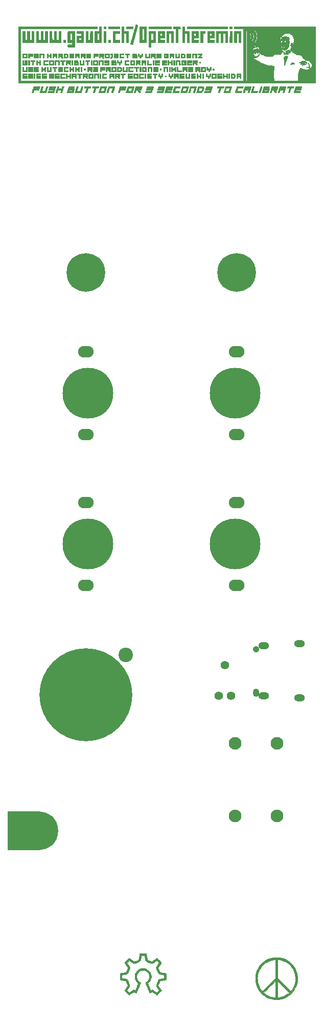
<source format=gbr>
G04 #@! TF.GenerationSoftware,KiCad,Pcbnew,5.1.5+dfsg1-2build2*
G04 #@! TF.CreationDate,2021-03-30T16:00:19+02:00*
G04 #@! TF.ProjectId,OpenThereminV4,4f70656e-5468-4657-9265-6d696e56342e,rev?*
G04 #@! TF.SameCoordinates,Original*
G04 #@! TF.FileFunction,Soldermask,Top*
G04 #@! TF.FilePolarity,Negative*
%FSLAX46Y46*%
G04 Gerber Fmt 4.6, Leading zero omitted, Abs format (unit mm)*
G04 Created by KiCad (PCBNEW 5.1.5+dfsg1-2build2) date 2021-03-30 16:00:19*
%MOMM*%
%LPD*%
G04 APERTURE LIST*
%ADD10C,0.010000*%
%ADD11C,15.400000*%
%ADD12C,6.400000*%
%ADD13R,5.400000X6.400000*%
%ADD14O,2.600000X1.900000*%
%ADD15C,8.400000*%
%ADD16C,1.050000*%
%ADD17O,1.050000X1.350000*%
%ADD18O,1.800000X1.200000*%
%ADD19C,2.100000*%
%ADD20C,1.390600*%
%ADD21C,2.400000*%
G04 APERTURE END LIST*
D10*
G36*
X119253194Y-169222985D02*
G01*
X119613849Y-169261163D01*
X119969638Y-169336350D01*
X120317383Y-169448546D01*
X120653906Y-169597751D01*
X120976030Y-169783965D01*
X121261916Y-169991989D01*
X121537458Y-170241687D01*
X121785055Y-170521114D01*
X122002209Y-170826165D01*
X122186420Y-171152735D01*
X122335189Y-171496720D01*
X122446016Y-171854015D01*
X122476445Y-171986552D01*
X122533845Y-172361271D01*
X122550693Y-172732503D01*
X122528605Y-173097772D01*
X122469199Y-173454599D01*
X122374092Y-173800503D01*
X122244901Y-174133008D01*
X122083245Y-174449634D01*
X121890740Y-174747902D01*
X121669005Y-175025335D01*
X121419655Y-175279452D01*
X121144310Y-175507775D01*
X120844585Y-175707826D01*
X120522099Y-175877126D01*
X120178469Y-176013196D01*
X119815313Y-176113558D01*
X119778316Y-176121466D01*
X119703242Y-176134961D01*
X119605165Y-176149553D01*
X119492803Y-176164289D01*
X119374871Y-176178215D01*
X119260088Y-176190378D01*
X119157170Y-176199823D01*
X119074835Y-176205598D01*
X119021800Y-176206750D01*
X119009884Y-176205521D01*
X118984712Y-176202676D01*
X118926725Y-176197298D01*
X118845309Y-176190233D01*
X118774833Y-176184360D01*
X118392994Y-176132425D01*
X118024967Y-176041052D01*
X117672803Y-175911467D01*
X117338554Y-175744900D01*
X117024272Y-175542578D01*
X116732008Y-175305730D01*
X116482974Y-175054883D01*
X116952482Y-175054883D01*
X117043449Y-175136894D01*
X117217804Y-175275635D01*
X117424587Y-175409285D01*
X117653896Y-175532764D01*
X117895824Y-175640993D01*
X118140469Y-175728892D01*
X118270647Y-175766228D01*
X118376599Y-175790990D01*
X118500415Y-175815779D01*
X118628091Y-175838175D01*
X118745620Y-175855755D01*
X118838997Y-175866098D01*
X118854208Y-175867123D01*
X118901833Y-175869800D01*
X118901833Y-174488761D01*
X119219333Y-174488761D01*
X119219593Y-174726271D01*
X119220345Y-174950865D01*
X119221544Y-175159035D01*
X119223146Y-175347273D01*
X119225106Y-175512071D01*
X119227380Y-175649920D01*
X119229923Y-175757312D01*
X119232691Y-175830739D01*
X119235640Y-175866692D01*
X119236815Y-175869800D01*
X119263888Y-175866994D01*
X119323282Y-175859415D01*
X119405419Y-175848317D01*
X119474940Y-175838614D01*
X119779665Y-175780178D01*
X120080253Y-175693048D01*
X120369342Y-175580448D01*
X120639565Y-175445603D01*
X120883559Y-175291738D01*
X121077717Y-175136894D01*
X121168684Y-175054883D01*
X120194008Y-174081302D01*
X119219333Y-173107722D01*
X119219333Y-174488761D01*
X118901833Y-174488761D01*
X118901833Y-173107722D01*
X117927157Y-174081302D01*
X116952482Y-175054883D01*
X116482974Y-175054883D01*
X116463814Y-175035584D01*
X116221742Y-174733368D01*
X116131607Y-174602132D01*
X115944539Y-174279823D01*
X115795974Y-173944157D01*
X115685420Y-173598255D01*
X115612384Y-173245235D01*
X115576373Y-172888219D01*
X115576750Y-172630596D01*
X115899926Y-172630596D01*
X115911587Y-172974078D01*
X115960834Y-173316186D01*
X116046167Y-173651636D01*
X116166085Y-173975143D01*
X116319089Y-174281420D01*
X116503678Y-174565183D01*
X116611803Y-174702271D01*
X116707071Y-174815326D01*
X117804452Y-173718098D01*
X118901833Y-172620869D01*
X118901833Y-171080917D01*
X118901833Y-171080766D01*
X119219333Y-171080766D01*
X119219333Y-172620565D01*
X121410083Y-174813473D01*
X121492094Y-174722511D01*
X121544852Y-174659176D01*
X121607655Y-174576817D01*
X121667820Y-174492128D01*
X121673736Y-174483383D01*
X121861544Y-174167510D01*
X122010486Y-173837953D01*
X122120229Y-173497704D01*
X122190441Y-173149752D01*
X122220789Y-172797090D01*
X122210940Y-172442707D01*
X122160562Y-172089595D01*
X122069322Y-171740744D01*
X122000202Y-171548229D01*
X121846634Y-171215665D01*
X121659771Y-170907865D01*
X121441845Y-170626578D01*
X121195089Y-170373551D01*
X120921738Y-170150531D01*
X120624024Y-169959266D01*
X120304180Y-169801504D01*
X119964440Y-169678992D01*
X119607038Y-169593478D01*
X119474940Y-169572152D01*
X119382172Y-169559262D01*
X119305083Y-169548967D01*
X119253253Y-169542521D01*
X119236815Y-169540966D01*
X119233964Y-169561579D01*
X119231257Y-169621203D01*
X119228733Y-169716514D01*
X119226429Y-169844192D01*
X119224382Y-170000913D01*
X119222631Y-170183354D01*
X119221213Y-170388194D01*
X119220166Y-170612110D01*
X119219527Y-170851779D01*
X119219333Y-171080766D01*
X118901833Y-171080766D01*
X118901599Y-170829788D01*
X118900922Y-170591388D01*
X118899840Y-170369040D01*
X118898390Y-170166066D01*
X118896611Y-169985789D01*
X118894540Y-169831532D01*
X118892215Y-169706615D01*
X118889673Y-169614362D01*
X118886952Y-169558095D01*
X118884351Y-169540966D01*
X118857278Y-169543771D01*
X118797883Y-169551350D01*
X118715747Y-169562449D01*
X118646226Y-169572152D01*
X118283070Y-169643949D01*
X117937696Y-169753009D01*
X117612136Y-169897299D01*
X117308422Y-170074787D01*
X117028587Y-170283441D01*
X116774662Y-170521229D01*
X116548679Y-170786119D01*
X116352670Y-171076078D01*
X116188669Y-171389076D01*
X116058706Y-171723078D01*
X115964814Y-172076054D01*
X115927352Y-172291026D01*
X115899926Y-172630596D01*
X115576750Y-172630596D01*
X115576897Y-172530326D01*
X115613461Y-172174675D01*
X115685574Y-171824387D01*
X115792743Y-171482581D01*
X115934476Y-171152376D01*
X116110280Y-170836894D01*
X116319663Y-170539253D01*
X116562133Y-170262573D01*
X116837197Y-170009975D01*
X116859250Y-169991989D01*
X117165001Y-169771104D01*
X117488129Y-169587228D01*
X117825455Y-169440362D01*
X118173802Y-169330504D01*
X118529993Y-169257655D01*
X118890849Y-169221816D01*
X119253194Y-169222985D01*
G37*
X119253194Y-169222985D02*
X119613849Y-169261163D01*
X119969638Y-169336350D01*
X120317383Y-169448546D01*
X120653906Y-169597751D01*
X120976030Y-169783965D01*
X121261916Y-169991989D01*
X121537458Y-170241687D01*
X121785055Y-170521114D01*
X122002209Y-170826165D01*
X122186420Y-171152735D01*
X122335189Y-171496720D01*
X122446016Y-171854015D01*
X122476445Y-171986552D01*
X122533845Y-172361271D01*
X122550693Y-172732503D01*
X122528605Y-173097772D01*
X122469199Y-173454599D01*
X122374092Y-173800503D01*
X122244901Y-174133008D01*
X122083245Y-174449634D01*
X121890740Y-174747902D01*
X121669005Y-175025335D01*
X121419655Y-175279452D01*
X121144310Y-175507775D01*
X120844585Y-175707826D01*
X120522099Y-175877126D01*
X120178469Y-176013196D01*
X119815313Y-176113558D01*
X119778316Y-176121466D01*
X119703242Y-176134961D01*
X119605165Y-176149553D01*
X119492803Y-176164289D01*
X119374871Y-176178215D01*
X119260088Y-176190378D01*
X119157170Y-176199823D01*
X119074835Y-176205598D01*
X119021800Y-176206750D01*
X119009884Y-176205521D01*
X118984712Y-176202676D01*
X118926725Y-176197298D01*
X118845309Y-176190233D01*
X118774833Y-176184360D01*
X118392994Y-176132425D01*
X118024967Y-176041052D01*
X117672803Y-175911467D01*
X117338554Y-175744900D01*
X117024272Y-175542578D01*
X116732008Y-175305730D01*
X116482974Y-175054883D01*
X116952482Y-175054883D01*
X117043449Y-175136894D01*
X117217804Y-175275635D01*
X117424587Y-175409285D01*
X117653896Y-175532764D01*
X117895824Y-175640993D01*
X118140469Y-175728892D01*
X118270647Y-175766228D01*
X118376599Y-175790990D01*
X118500415Y-175815779D01*
X118628091Y-175838175D01*
X118745620Y-175855755D01*
X118838997Y-175866098D01*
X118854208Y-175867123D01*
X118901833Y-175869800D01*
X118901833Y-174488761D01*
X119219333Y-174488761D01*
X119219593Y-174726271D01*
X119220345Y-174950865D01*
X119221544Y-175159035D01*
X119223146Y-175347273D01*
X119225106Y-175512071D01*
X119227380Y-175649920D01*
X119229923Y-175757312D01*
X119232691Y-175830739D01*
X119235640Y-175866692D01*
X119236815Y-175869800D01*
X119263888Y-175866994D01*
X119323282Y-175859415D01*
X119405419Y-175848317D01*
X119474940Y-175838614D01*
X119779665Y-175780178D01*
X120080253Y-175693048D01*
X120369342Y-175580448D01*
X120639565Y-175445603D01*
X120883559Y-175291738D01*
X121077717Y-175136894D01*
X121168684Y-175054883D01*
X120194008Y-174081302D01*
X119219333Y-173107722D01*
X119219333Y-174488761D01*
X118901833Y-174488761D01*
X118901833Y-173107722D01*
X117927157Y-174081302D01*
X116952482Y-175054883D01*
X116482974Y-175054883D01*
X116463814Y-175035584D01*
X116221742Y-174733368D01*
X116131607Y-174602132D01*
X115944539Y-174279823D01*
X115795974Y-173944157D01*
X115685420Y-173598255D01*
X115612384Y-173245235D01*
X115576373Y-172888219D01*
X115576750Y-172630596D01*
X115899926Y-172630596D01*
X115911587Y-172974078D01*
X115960834Y-173316186D01*
X116046167Y-173651636D01*
X116166085Y-173975143D01*
X116319089Y-174281420D01*
X116503678Y-174565183D01*
X116611803Y-174702271D01*
X116707071Y-174815326D01*
X117804452Y-173718098D01*
X118901833Y-172620869D01*
X118901833Y-171080917D01*
X118901833Y-171080766D01*
X119219333Y-171080766D01*
X119219333Y-172620565D01*
X121410083Y-174813473D01*
X121492094Y-174722511D01*
X121544852Y-174659176D01*
X121607655Y-174576817D01*
X121667820Y-174492128D01*
X121673736Y-174483383D01*
X121861544Y-174167510D01*
X122010486Y-173837953D01*
X122120229Y-173497704D01*
X122190441Y-173149752D01*
X122220789Y-172797090D01*
X122210940Y-172442707D01*
X122160562Y-172089595D01*
X122069322Y-171740744D01*
X122000202Y-171548229D01*
X121846634Y-171215665D01*
X121659771Y-170907865D01*
X121441845Y-170626578D01*
X121195089Y-170373551D01*
X120921738Y-170150531D01*
X120624024Y-169959266D01*
X120304180Y-169801504D01*
X119964440Y-169678992D01*
X119607038Y-169593478D01*
X119474940Y-169572152D01*
X119382172Y-169559262D01*
X119305083Y-169548967D01*
X119253253Y-169542521D01*
X119236815Y-169540966D01*
X119233964Y-169561579D01*
X119231257Y-169621203D01*
X119228733Y-169716514D01*
X119226429Y-169844192D01*
X119224382Y-170000913D01*
X119222631Y-170183354D01*
X119221213Y-170388194D01*
X119220166Y-170612110D01*
X119219527Y-170851779D01*
X119219333Y-171080766D01*
X118901833Y-171080766D01*
X118901599Y-170829788D01*
X118900922Y-170591388D01*
X118899840Y-170369040D01*
X118898390Y-170166066D01*
X118896611Y-169985789D01*
X118894540Y-169831532D01*
X118892215Y-169706615D01*
X118889673Y-169614362D01*
X118886952Y-169558095D01*
X118884351Y-169540966D01*
X118857278Y-169543771D01*
X118797883Y-169551350D01*
X118715747Y-169562449D01*
X118646226Y-169572152D01*
X118283070Y-169643949D01*
X117937696Y-169753009D01*
X117612136Y-169897299D01*
X117308422Y-170074787D01*
X117028587Y-170283441D01*
X116774662Y-170521229D01*
X116548679Y-170786119D01*
X116352670Y-171076078D01*
X116188669Y-171389076D01*
X116058706Y-171723078D01*
X115964814Y-172076054D01*
X115927352Y-172291026D01*
X115899926Y-172630596D01*
X115576750Y-172630596D01*
X115576897Y-172530326D01*
X115613461Y-172174675D01*
X115685574Y-171824387D01*
X115792743Y-171482581D01*
X115934476Y-171152376D01*
X116110280Y-170836894D01*
X116319663Y-170539253D01*
X116562133Y-170262573D01*
X116837197Y-170009975D01*
X116859250Y-169991989D01*
X117165001Y-169771104D01*
X117488129Y-169587228D01*
X117825455Y-169440362D01*
X118173802Y-169330504D01*
X118529993Y-169257655D01*
X118890849Y-169221816D01*
X119253194Y-169222985D01*
G36*
X97489735Y-168627625D02*
G01*
X97497436Y-168668837D01*
X97510281Y-168739690D01*
X97526094Y-168828129D01*
X97534637Y-168876333D01*
X97555970Y-168994801D01*
X97580916Y-169129958D01*
X97604876Y-169256960D01*
X97610333Y-169285347D01*
X97627591Y-169379449D01*
X97641136Y-169462358D01*
X97649130Y-169522343D01*
X97650500Y-169542047D01*
X97652913Y-169570513D01*
X97664045Y-169594378D01*
X97689739Y-169617405D01*
X97735837Y-169643354D01*
X97808182Y-169675987D01*
X97912616Y-169719067D01*
X97946935Y-169732923D01*
X98044547Y-169772452D01*
X98130874Y-169807790D01*
X98196606Y-169835101D01*
X98232430Y-169850547D01*
X98232584Y-169850618D01*
X98311184Y-169885100D01*
X98366830Y-169899665D01*
X98414353Y-169893482D01*
X98468586Y-169865716D01*
X98515943Y-169834704D01*
X98577472Y-169792802D01*
X98624022Y-169760177D01*
X98645334Y-169744043D01*
X98665920Y-169728844D01*
X98714802Y-169694796D01*
X98785115Y-169646627D01*
X98869992Y-169589065D01*
X98888750Y-169576411D01*
X98980391Y-169514295D01*
X99063349Y-169457423D01*
X99129142Y-169411653D01*
X99169289Y-169382844D01*
X99172063Y-169380742D01*
X99219762Y-169352508D01*
X99256963Y-169342000D01*
X99281040Y-169356443D01*
X99330149Y-169396998D01*
X99399734Y-169459501D01*
X99485236Y-169539789D01*
X99582098Y-169633699D01*
X99649610Y-169700691D01*
X99764383Y-169814549D01*
X99852674Y-169902628D01*
X99916079Y-169970828D01*
X99956197Y-170025049D01*
X99974626Y-170071192D01*
X99972962Y-170115157D01*
X99952804Y-170162844D01*
X99915750Y-170220154D01*
X99863397Y-170292987D01*
X99824731Y-170347416D01*
X99751111Y-170453358D01*
X99667653Y-170574236D01*
X99588236Y-170689922D01*
X99559085Y-170732620D01*
X99426451Y-170927323D01*
X99469809Y-171022500D01*
X99494919Y-171079788D01*
X99510571Y-171119671D01*
X99513167Y-171129332D01*
X99521463Y-171152635D01*
X99543553Y-171204513D01*
X99575242Y-171275221D01*
X99587250Y-171301372D01*
X99621186Y-171375981D01*
X99646944Y-171434783D01*
X99660339Y-171468139D01*
X99661334Y-171471957D01*
X99669678Y-171499010D01*
X99690164Y-171546276D01*
X99715970Y-171599759D01*
X99740275Y-171645460D01*
X99756258Y-171669382D01*
X99758005Y-171670333D01*
X99782640Y-171674255D01*
X99837503Y-171684602D01*
X99911362Y-171699246D01*
X99921518Y-171701303D01*
X100023864Y-171721423D01*
X100134240Y-171742127D01*
X100211667Y-171755948D01*
X100306267Y-171772244D01*
X100417118Y-171791364D01*
X100510733Y-171807530D01*
X100587582Y-171819994D01*
X100647101Y-171830989D01*
X100691431Y-171845624D01*
X100722714Y-171869007D01*
X100743091Y-171906250D01*
X100754703Y-171962460D01*
X100759690Y-172042747D01*
X100760195Y-172152220D01*
X100758358Y-172295989D01*
X100757083Y-172395379D01*
X100751417Y-172906869D01*
X100677334Y-172923008D01*
X100612533Y-172936460D01*
X100530337Y-172952673D01*
X100486834Y-172960954D01*
X100406646Y-172976092D01*
X100305987Y-172995256D01*
X100205949Y-173014429D01*
X100201084Y-173015366D01*
X100102340Y-173034074D01*
X100002477Y-173052502D01*
X99922196Y-173066832D01*
X99918404Y-173067487D01*
X99836773Y-173084819D01*
X99784795Y-173108888D01*
X99749922Y-173149789D01*
X99719606Y-173217618D01*
X99714329Y-173231675D01*
X99685920Y-173305610D01*
X99658001Y-173374228D01*
X99648847Y-173395416D01*
X99628981Y-173441774D01*
X99598162Y-173515706D01*
X99561241Y-173605514D01*
X99536101Y-173667278D01*
X99451644Y-173875639D01*
X99502614Y-173953028D01*
X99536310Y-174003343D01*
X99586354Y-174077045D01*
X99644977Y-174162727D01*
X99685023Y-174220916D01*
X99782495Y-174362492D01*
X99858224Y-174473315D01*
X99914755Y-174557309D01*
X99954634Y-174618392D01*
X99980406Y-174660486D01*
X99994617Y-174687512D01*
X99999812Y-174703391D01*
X100000000Y-174706074D01*
X99985577Y-174727228D01*
X99945704Y-174772597D01*
X99885474Y-174837086D01*
X99809978Y-174915598D01*
X99724311Y-175003037D01*
X99633564Y-175094308D01*
X99542831Y-175184315D01*
X99457205Y-175267961D01*
X99381777Y-175340151D01*
X99321641Y-175395789D01*
X99281890Y-175429779D01*
X99268524Y-175438000D01*
X99244357Y-175427128D01*
X99196918Y-175399419D01*
X99137672Y-175362232D01*
X99078085Y-175322927D01*
X99029620Y-175288863D01*
X99005167Y-175268952D01*
X98977946Y-175247322D01*
X98924455Y-175209468D01*
X98852317Y-175160375D01*
X98769151Y-175105024D01*
X98682581Y-175048401D01*
X98600228Y-174995489D01*
X98529713Y-174951270D01*
X98478658Y-174920729D01*
X98454684Y-174908849D01*
X98454413Y-174908833D01*
X98425480Y-174918251D01*
X98370086Y-174943257D01*
X98298830Y-174978980D01*
X98278537Y-174989675D01*
X98184665Y-175039436D01*
X98120862Y-175070290D01*
X98079531Y-175082661D01*
X98053076Y-175076966D01*
X98033901Y-175053628D01*
X98014409Y-175013065D01*
X98010526Y-175004506D01*
X97985702Y-174947908D01*
X97970381Y-174908923D01*
X97968000Y-174900038D01*
X97960023Y-174876359D01*
X97939228Y-174825658D01*
X97913504Y-174766585D01*
X97879352Y-174689807D01*
X97847866Y-174618837D01*
X97831029Y-174580750D01*
X97812616Y-174536847D01*
X97782846Y-174463524D01*
X97745753Y-174370799D01*
X97705368Y-174268690D01*
X97703229Y-174263250D01*
X97661489Y-174158225D01*
X97621417Y-174059486D01*
X97587538Y-173978057D01*
X97564379Y-173924960D01*
X97564204Y-173924583D01*
X97523215Y-173832313D01*
X97481462Y-173731957D01*
X97442021Y-173631737D01*
X97407971Y-173539873D01*
X97382388Y-173464587D01*
X97368347Y-173414101D01*
X97367072Y-173397822D01*
X97387728Y-173375654D01*
X97434788Y-173336795D01*
X97499574Y-173288245D01*
X97527457Y-173268416D01*
X97696507Y-173126678D01*
X97829706Y-172964816D01*
X97925798Y-172785655D01*
X97983532Y-172592021D01*
X98001654Y-172386737D01*
X97988789Y-172228757D01*
X97964782Y-172101092D01*
X97932069Y-171996877D01*
X97883436Y-171897753D01*
X97818625Y-171795554D01*
X97698518Y-171647981D01*
X97554522Y-171526838D01*
X97380239Y-171427237D01*
X97280084Y-171384122D01*
X97188691Y-171360156D01*
X97070297Y-171345820D01*
X96939155Y-171341232D01*
X96809513Y-171346511D01*
X96695623Y-171361778D01*
X96632273Y-171378697D01*
X96433869Y-171471690D01*
X96260356Y-171597592D01*
X96114963Y-171753089D01*
X96000918Y-171934869D01*
X95935509Y-172093666D01*
X95918638Y-172172134D01*
X95907822Y-172280842D01*
X95904250Y-172400583D01*
X95906286Y-172511664D01*
X95913850Y-172595106D01*
X95929127Y-172665472D01*
X95954304Y-172737325D01*
X95955072Y-172739250D01*
X96058052Y-172942770D01*
X96192639Y-173118461D01*
X96357897Y-173265224D01*
X96459211Y-173331855D01*
X96519473Y-173376659D01*
X96541213Y-173420094D01*
X96529349Y-173465045D01*
X96507915Y-173508698D01*
X96481623Y-173567680D01*
X96478380Y-173575333D01*
X96451058Y-173640738D01*
X96412987Y-173732512D01*
X96367298Y-173843047D01*
X96317120Y-173964732D01*
X96265584Y-174089957D01*
X96215820Y-174211112D01*
X96170957Y-174320586D01*
X96134126Y-174410771D01*
X96108458Y-174474056D01*
X96099664Y-174496083D01*
X96067842Y-174574374D01*
X96033393Y-174655333D01*
X96028958Y-174665416D01*
X96005549Y-174719311D01*
X95990933Y-174754848D01*
X95988917Y-174760666D01*
X95979505Y-174784846D01*
X95958871Y-174833160D01*
X95948876Y-174855916D01*
X95915934Y-174931932D01*
X95883683Y-175008685D01*
X95879342Y-175019282D01*
X95854245Y-175067673D01*
X95830717Y-175092455D01*
X95825054Y-175093365D01*
X95796827Y-175081704D01*
X95742229Y-175055011D01*
X95672020Y-175018587D01*
X95656952Y-175010548D01*
X95564532Y-174961612D01*
X95498608Y-174932045D01*
X95448055Y-174921809D01*
X95401745Y-174930866D01*
X95348553Y-174959175D01*
X95277354Y-175006700D01*
X95273659Y-175009214D01*
X95117504Y-175115657D01*
X94983390Y-175207512D01*
X94874223Y-175282772D01*
X94792912Y-175339428D01*
X94742361Y-175375472D01*
X94729500Y-175385161D01*
X94700125Y-175406969D01*
X94673260Y-175419566D01*
X94644590Y-175420189D01*
X94609799Y-175406073D01*
X94564569Y-175374454D01*
X94504584Y-175322569D01*
X94425528Y-175247653D01*
X94323083Y-175146943D01*
X94260551Y-175084867D01*
X94160152Y-174983674D01*
X94070693Y-174890783D01*
X93996365Y-174810773D01*
X93941361Y-174748221D01*
X93909875Y-174707705D01*
X93904000Y-174695542D01*
X93916322Y-174654027D01*
X93942861Y-174610062D01*
X93970406Y-174572350D01*
X94015111Y-174509046D01*
X94070362Y-174429586D01*
X94119232Y-174358500D01*
X94185549Y-174261707D01*
X94253803Y-174162392D01*
X94314274Y-174074687D01*
X94344927Y-174030416D01*
X94398122Y-173948140D01*
X94425628Y-173887794D01*
X94430141Y-173839903D01*
X94414354Y-173794988D01*
X94412722Y-173792004D01*
X94398162Y-173760145D01*
X94371537Y-173696615D01*
X94336043Y-173609232D01*
X94294873Y-173505812D01*
X94272297Y-173448333D01*
X94229690Y-173340866D01*
X94191191Y-173246589D01*
X94159928Y-173172945D01*
X94139024Y-173127374D01*
X94133155Y-173117072D01*
X94114208Y-173104074D01*
X94074475Y-173090009D01*
X94009338Y-173073804D01*
X93914178Y-173054386D01*
X93784380Y-173030684D01*
X93692334Y-173014710D01*
X93594019Y-172997194D01*
X93493157Y-172978149D01*
X93417167Y-172962854D01*
X93340459Y-172947377D01*
X93271843Y-172934820D01*
X93243136Y-172930295D01*
X93192326Y-172919741D01*
X93163761Y-172908950D01*
X93156242Y-172883017D01*
X93150229Y-172816679D01*
X93145799Y-172711842D01*
X93143031Y-172570410D01*
X93142005Y-172394289D01*
X93142001Y-172381767D01*
X93438334Y-172381767D01*
X93438334Y-172658693D01*
X93591792Y-172682697D01*
X93721874Y-172703974D01*
X93856142Y-172727533D01*
X93982912Y-172751196D01*
X94090500Y-172772787D01*
X94163770Y-172789265D01*
X94252774Y-172820667D01*
X94326639Y-172869992D01*
X94390285Y-172943071D01*
X94448630Y-173045736D01*
X94506595Y-173183818D01*
X94514448Y-173204916D01*
X94553528Y-173308248D01*
X94600234Y-173427571D01*
X94645563Y-173539945D01*
X94653128Y-173558260D01*
X94704235Y-173696110D01*
X94730072Y-173810191D01*
X94730210Y-173911013D01*
X94704222Y-174009084D01*
X94651682Y-174114914D01*
X94628959Y-174152507D01*
X94521514Y-174318742D01*
X94390173Y-174511787D01*
X94295821Y-174646117D01*
X94294170Y-174666625D01*
X94312975Y-174700609D01*
X94355506Y-174752339D01*
X94425035Y-174826083D01*
X94463635Y-174865212D01*
X94536639Y-174935882D01*
X94600229Y-174992465D01*
X94648056Y-175029660D01*
X94673769Y-175042163D01*
X94675065Y-175041754D01*
X94700747Y-175025068D01*
X94753312Y-174989659D01*
X94824836Y-174940899D01*
X94898834Y-174890064D01*
X95026695Y-174801874D01*
X95124925Y-174734607D01*
X95198938Y-174685442D01*
X95254147Y-174651554D01*
X95295966Y-174630122D01*
X95329810Y-174618322D01*
X95361092Y-174613331D01*
X95395226Y-174612327D01*
X95431178Y-174612500D01*
X95513723Y-174618034D01*
X95586719Y-174632363D01*
X95618350Y-174644172D01*
X95669775Y-174662455D01*
X95692948Y-174654243D01*
X95705470Y-174627556D01*
X95731893Y-174566593D01*
X95770159Y-174476291D01*
X95818210Y-174361583D01*
X95873989Y-174227406D01*
X95935437Y-174078694D01*
X96000497Y-173920382D01*
X96067111Y-173757406D01*
X96075582Y-173736615D01*
X96116380Y-173635644D01*
X96141328Y-173565911D01*
X96150040Y-173519245D01*
X96142126Y-173487476D01*
X96117197Y-173462431D01*
X96074866Y-173435941D01*
X96060897Y-173427770D01*
X96014783Y-173388837D01*
X95955118Y-173321607D01*
X95888413Y-173235061D01*
X95821176Y-173138182D01*
X95759918Y-173039950D01*
X95711149Y-172949348D01*
X95705581Y-172937552D01*
X95625295Y-172715180D01*
X95586427Y-172487218D01*
X95589156Y-172256980D01*
X95633665Y-172027780D01*
X95652666Y-171967102D01*
X95735566Y-171778258D01*
X95850067Y-171599539D01*
X95990109Y-171436493D01*
X96149637Y-171294669D01*
X96322592Y-171179614D01*
X96502917Y-171096876D01*
X96644854Y-171058333D01*
X96762335Y-171043651D01*
X96902397Y-171036736D01*
X97047453Y-171037646D01*
X97179916Y-171046437D01*
X97250736Y-171056368D01*
X97432780Y-171110048D01*
X97611925Y-171200350D01*
X97782394Y-171321662D01*
X97938404Y-171468373D01*
X98074178Y-171634868D01*
X98183934Y-171815536D01*
X98261894Y-172004764D01*
X98275364Y-172051333D01*
X98292316Y-172146741D01*
X98302298Y-172268971D01*
X98305281Y-172403666D01*
X98301239Y-172536467D01*
X98290142Y-172653018D01*
X98276675Y-172723021D01*
X98199472Y-172935161D01*
X98083624Y-173134763D01*
X97927685Y-173324271D01*
X97910086Y-173342500D01*
X97734034Y-173522416D01*
X97807251Y-173702333D01*
X97851619Y-173810634D01*
X97907305Y-173945492D01*
X97969285Y-174094834D01*
X98032533Y-174246585D01*
X98092022Y-174388674D01*
X98142726Y-174509027D01*
X98161127Y-174552382D01*
X98189929Y-174617611D01*
X98210322Y-174650592D01*
X98230128Y-174658177D01*
X98257168Y-174647217D01*
X98264696Y-174643091D01*
X98313798Y-174627516D01*
X98388002Y-174616699D01*
X98456496Y-174613250D01*
X98501082Y-174612662D01*
X98536757Y-174613311D01*
X98568949Y-174617993D01*
X98603087Y-174629505D01*
X98644597Y-174650644D01*
X98698907Y-174684206D01*
X98771446Y-174732989D01*
X98867641Y-174799788D01*
X98992919Y-174887400D01*
X99005167Y-174895956D01*
X99227417Y-175051162D01*
X99615707Y-174669532D01*
X99417941Y-174378612D01*
X99331059Y-174250080D01*
X99265485Y-174150576D01*
X99218258Y-174074441D01*
X99186414Y-174016016D01*
X99166992Y-173969643D01*
X99157029Y-173929664D01*
X99153564Y-173890422D01*
X99153334Y-173873168D01*
X99161326Y-173827272D01*
X99183369Y-173750335D01*
X99216563Y-173650107D01*
X99258008Y-173534340D01*
X99304803Y-173410784D01*
X99354048Y-173287189D01*
X99402844Y-173171306D01*
X99448290Y-173070885D01*
X99470360Y-173025928D01*
X99547308Y-172919180D01*
X99653300Y-172835274D01*
X99772553Y-172784202D01*
X99843106Y-172766958D01*
X99937036Y-172746718D01*
X100044243Y-172725345D01*
X100154629Y-172704704D01*
X100258094Y-172686658D01*
X100344538Y-172673070D01*
X100403862Y-172665805D01*
X100418042Y-172665086D01*
X100437454Y-172663681D01*
X100450713Y-172654872D01*
X100458991Y-172631885D01*
X100463460Y-172587944D01*
X100465294Y-172516277D01*
X100465665Y-172410107D01*
X100465667Y-172390000D01*
X100465285Y-172287632D01*
X100464240Y-172202529D01*
X100462683Y-172142550D01*
X100460766Y-172115555D01*
X100460375Y-172114804D01*
X100438626Y-172111304D01*
X100385085Y-172101982D01*
X100309615Y-172088565D01*
X100275167Y-172082380D01*
X100160653Y-172061799D01*
X100032410Y-172038808D01*
X99917934Y-172018337D01*
X99916524Y-172018085D01*
X99767850Y-171986527D01*
X99653214Y-171947625D01*
X99564327Y-171894841D01*
X99492901Y-171821636D01*
X99430649Y-171721474D01*
X99369281Y-171587814D01*
X99368386Y-171585666D01*
X99321510Y-171473379D01*
X99269771Y-171349834D01*
X99222203Y-171236592D01*
X99208753Y-171204666D01*
X99171611Y-171112200D01*
X99146394Y-171032773D01*
X99134731Y-170960556D01*
X99138246Y-170889721D01*
X99158567Y-170814439D01*
X99197319Y-170728880D01*
X99256129Y-170627215D01*
X99336624Y-170503616D01*
X99440429Y-170352253D01*
X99450713Y-170337440D01*
X99619376Y-170094631D01*
X99434421Y-169908815D01*
X99362434Y-169837791D01*
X99300688Y-169779296D01*
X99255475Y-169739125D01*
X99233092Y-169723070D01*
X99232552Y-169723000D01*
X99209489Y-169734690D01*
X99160033Y-169766361D01*
X99091895Y-169812912D01*
X99027108Y-169858887D01*
X98938835Y-169921602D01*
X98852639Y-169981281D01*
X98780626Y-170029614D01*
X98747247Y-170050956D01*
X98675365Y-170096703D01*
X98604487Y-170144134D01*
X98583995Y-170158486D01*
X98529628Y-170189434D01*
X98468603Y-170206645D01*
X98396415Y-170209194D01*
X98308562Y-170196160D01*
X98200537Y-170166619D01*
X98067839Y-170119649D01*
X97905961Y-170054325D01*
X97751725Y-169987925D01*
X97593322Y-169909132D01*
X97476008Y-169829880D01*
X97400204Y-169750512D01*
X97367136Y-169675908D01*
X97357801Y-169628037D01*
X97343977Y-169557821D01*
X97334777Y-169511333D01*
X97258560Y-169097731D01*
X97245469Y-169019208D01*
X97222053Y-168876333D01*
X96949443Y-168876333D01*
X96847543Y-168876718D01*
X96762900Y-168877772D01*
X96703427Y-168879342D01*
X96677037Y-168881273D01*
X96676410Y-168881625D01*
X96672836Y-168903394D01*
X96663657Y-168956984D01*
X96650568Y-169032516D01*
X96644588Y-169066833D01*
X96626348Y-169172217D01*
X96607468Y-169282681D01*
X96591735Y-169376059D01*
X96590360Y-169384333D01*
X96558371Y-169547113D01*
X96520741Y-169673851D01*
X96473934Y-169770786D01*
X96414414Y-169844157D01*
X96338646Y-169900204D01*
X96281630Y-169929136D01*
X96070986Y-170021264D01*
X95895064Y-170094047D01*
X95751398Y-170148373D01*
X95637523Y-170185126D01*
X95550974Y-170205193D01*
X95500974Y-170209833D01*
X95454757Y-170208366D01*
X95414047Y-170201476D01*
X95370959Y-170185428D01*
X95317605Y-170156489D01*
X95246100Y-170110925D01*
X95148557Y-170045002D01*
X95138901Y-170038401D01*
X95037119Y-169969041D01*
X94936841Y-169901150D01*
X94848579Y-169841815D01*
X94782840Y-169798124D01*
X94774382Y-169792579D01*
X94660513Y-169718189D01*
X94281041Y-170097661D01*
X94436479Y-170323979D01*
X94505884Y-170425904D01*
X94576423Y-170530973D01*
X94639345Y-170626073D01*
X94681875Y-170691740D01*
X94731610Y-170776989D01*
X94761935Y-170852016D01*
X94772582Y-170925698D01*
X94763287Y-171006912D01*
X94733785Y-171104536D01*
X94683810Y-171227448D01*
X94664547Y-171271113D01*
X94615341Y-171382265D01*
X94565222Y-171496938D01*
X94520727Y-171600099D01*
X94493539Y-171664319D01*
X94452642Y-171753280D01*
X94408643Y-171824505D01*
X94355798Y-171881194D01*
X94288366Y-171926548D01*
X94200603Y-171963767D01*
X94086768Y-171996052D01*
X93941117Y-172026603D01*
X93798167Y-172051890D01*
X93693008Y-172069747D01*
X93599535Y-172085835D01*
X93527596Y-172098444D01*
X93487041Y-172105866D01*
X93485959Y-172106081D01*
X93466425Y-172111705D01*
X93453127Y-172124036D01*
X93444866Y-172150142D01*
X93440445Y-172197087D01*
X93438667Y-172271940D01*
X93438334Y-172381767D01*
X93142001Y-172381767D01*
X93142000Y-172380432D01*
X93141453Y-172216709D01*
X93141324Y-172090152D01*
X93143879Y-171995631D01*
X93151385Y-171928019D01*
X93166108Y-171882186D01*
X93190315Y-171853007D01*
X93226272Y-171835351D01*
X93276247Y-171824091D01*
X93342504Y-171814098D01*
X93396000Y-171805750D01*
X93506109Y-171786905D01*
X93625639Y-171765827D01*
X93729698Y-171746909D01*
X93734667Y-171745983D01*
X93834659Y-171727448D01*
X93939017Y-171708304D01*
X94018013Y-171693982D01*
X94085085Y-171681191D01*
X94132613Y-171670712D01*
X94148489Y-171665681D01*
X94158614Y-171645208D01*
X94182417Y-171593010D01*
X94216711Y-171516192D01*
X94258308Y-171421857D01*
X94274629Y-171384583D01*
X94320789Y-171279055D01*
X94363312Y-171182009D01*
X94398114Y-171102755D01*
X94421110Y-171050600D01*
X94424611Y-171042717D01*
X94445275Y-170987616D01*
X94450237Y-170939610D01*
X94436866Y-170888577D01*
X94402535Y-170824394D01*
X94345530Y-170738271D01*
X94285328Y-170650717D01*
X94212510Y-170544639D01*
X94138347Y-170436463D01*
X94099114Y-170379166D01*
X94041506Y-170295713D01*
X93990291Y-170222844D01*
X93951532Y-170169105D01*
X93932751Y-170144666D01*
X93908549Y-170099422D01*
X93904000Y-170074192D01*
X93918569Y-170048591D01*
X93958824Y-169999248D01*
X94019583Y-169931369D01*
X94095669Y-169850164D01*
X94181901Y-169760840D01*
X94273100Y-169668605D01*
X94364085Y-169578667D01*
X94449678Y-169496234D01*
X94524699Y-169426513D01*
X94583968Y-169374712D01*
X94622305Y-169346040D01*
X94632223Y-169342000D01*
X94661499Y-169353429D01*
X94717689Y-169384669D01*
X94793105Y-169431146D01*
X94880056Y-169488285D01*
X94893308Y-169497281D01*
X94995185Y-169566700D01*
X95099569Y-169637772D01*
X95193546Y-169701706D01*
X95258667Y-169745956D01*
X95324976Y-169791632D01*
X95376783Y-169828560D01*
X95404782Y-169850074D01*
X95406834Y-169852089D01*
X95432118Y-169870952D01*
X95463656Y-169889167D01*
X95511726Y-169901461D01*
X95573743Y-169890800D01*
X95658634Y-169855466D01*
X95671417Y-169849170D01*
X95706633Y-169833482D01*
X95772148Y-169805934D01*
X95858911Y-169770280D01*
X95957870Y-169730272D01*
X95967750Y-169726311D01*
X96221750Y-169624576D01*
X96247900Y-169499163D01*
X96264225Y-169417779D01*
X96284132Y-169314111D01*
X96303910Y-169207573D01*
X96308311Y-169183250D01*
X96327872Y-169074525D01*
X96348554Y-168959612D01*
X96366436Y-168860308D01*
X96369269Y-168844583D01*
X96385096Y-168760830D01*
X96400505Y-168686018D01*
X96411693Y-168638208D01*
X96427423Y-168580000D01*
X97480360Y-168580000D01*
X97489735Y-168627625D01*
G37*
X97489735Y-168627625D02*
X97497436Y-168668837D01*
X97510281Y-168739690D01*
X97526094Y-168828129D01*
X97534637Y-168876333D01*
X97555970Y-168994801D01*
X97580916Y-169129958D01*
X97604876Y-169256960D01*
X97610333Y-169285347D01*
X97627591Y-169379449D01*
X97641136Y-169462358D01*
X97649130Y-169522343D01*
X97650500Y-169542047D01*
X97652913Y-169570513D01*
X97664045Y-169594378D01*
X97689739Y-169617405D01*
X97735837Y-169643354D01*
X97808182Y-169675987D01*
X97912616Y-169719067D01*
X97946935Y-169732923D01*
X98044547Y-169772452D01*
X98130874Y-169807790D01*
X98196606Y-169835101D01*
X98232430Y-169850547D01*
X98232584Y-169850618D01*
X98311184Y-169885100D01*
X98366830Y-169899665D01*
X98414353Y-169893482D01*
X98468586Y-169865716D01*
X98515943Y-169834704D01*
X98577472Y-169792802D01*
X98624022Y-169760177D01*
X98645334Y-169744043D01*
X98665920Y-169728844D01*
X98714802Y-169694796D01*
X98785115Y-169646627D01*
X98869992Y-169589065D01*
X98888750Y-169576411D01*
X98980391Y-169514295D01*
X99063349Y-169457423D01*
X99129142Y-169411653D01*
X99169289Y-169382844D01*
X99172063Y-169380742D01*
X99219762Y-169352508D01*
X99256963Y-169342000D01*
X99281040Y-169356443D01*
X99330149Y-169396998D01*
X99399734Y-169459501D01*
X99485236Y-169539789D01*
X99582098Y-169633699D01*
X99649610Y-169700691D01*
X99764383Y-169814549D01*
X99852674Y-169902628D01*
X99916079Y-169970828D01*
X99956197Y-170025049D01*
X99974626Y-170071192D01*
X99972962Y-170115157D01*
X99952804Y-170162844D01*
X99915750Y-170220154D01*
X99863397Y-170292987D01*
X99824731Y-170347416D01*
X99751111Y-170453358D01*
X99667653Y-170574236D01*
X99588236Y-170689922D01*
X99559085Y-170732620D01*
X99426451Y-170927323D01*
X99469809Y-171022500D01*
X99494919Y-171079788D01*
X99510571Y-171119671D01*
X99513167Y-171129332D01*
X99521463Y-171152635D01*
X99543553Y-171204513D01*
X99575242Y-171275221D01*
X99587250Y-171301372D01*
X99621186Y-171375981D01*
X99646944Y-171434783D01*
X99660339Y-171468139D01*
X99661334Y-171471957D01*
X99669678Y-171499010D01*
X99690164Y-171546276D01*
X99715970Y-171599759D01*
X99740275Y-171645460D01*
X99756258Y-171669382D01*
X99758005Y-171670333D01*
X99782640Y-171674255D01*
X99837503Y-171684602D01*
X99911362Y-171699246D01*
X99921518Y-171701303D01*
X100023864Y-171721423D01*
X100134240Y-171742127D01*
X100211667Y-171755948D01*
X100306267Y-171772244D01*
X100417118Y-171791364D01*
X100510733Y-171807530D01*
X100587582Y-171819994D01*
X100647101Y-171830989D01*
X100691431Y-171845624D01*
X100722714Y-171869007D01*
X100743091Y-171906250D01*
X100754703Y-171962460D01*
X100759690Y-172042747D01*
X100760195Y-172152220D01*
X100758358Y-172295989D01*
X100757083Y-172395379D01*
X100751417Y-172906869D01*
X100677334Y-172923008D01*
X100612533Y-172936460D01*
X100530337Y-172952673D01*
X100486834Y-172960954D01*
X100406646Y-172976092D01*
X100305987Y-172995256D01*
X100205949Y-173014429D01*
X100201084Y-173015366D01*
X100102340Y-173034074D01*
X100002477Y-173052502D01*
X99922196Y-173066832D01*
X99918404Y-173067487D01*
X99836773Y-173084819D01*
X99784795Y-173108888D01*
X99749922Y-173149789D01*
X99719606Y-173217618D01*
X99714329Y-173231675D01*
X99685920Y-173305610D01*
X99658001Y-173374228D01*
X99648847Y-173395416D01*
X99628981Y-173441774D01*
X99598162Y-173515706D01*
X99561241Y-173605514D01*
X99536101Y-173667278D01*
X99451644Y-173875639D01*
X99502614Y-173953028D01*
X99536310Y-174003343D01*
X99586354Y-174077045D01*
X99644977Y-174162727D01*
X99685023Y-174220916D01*
X99782495Y-174362492D01*
X99858224Y-174473315D01*
X99914755Y-174557309D01*
X99954634Y-174618392D01*
X99980406Y-174660486D01*
X99994617Y-174687512D01*
X99999812Y-174703391D01*
X100000000Y-174706074D01*
X99985577Y-174727228D01*
X99945704Y-174772597D01*
X99885474Y-174837086D01*
X99809978Y-174915598D01*
X99724311Y-175003037D01*
X99633564Y-175094308D01*
X99542831Y-175184315D01*
X99457205Y-175267961D01*
X99381777Y-175340151D01*
X99321641Y-175395789D01*
X99281890Y-175429779D01*
X99268524Y-175438000D01*
X99244357Y-175427128D01*
X99196918Y-175399419D01*
X99137672Y-175362232D01*
X99078085Y-175322927D01*
X99029620Y-175288863D01*
X99005167Y-175268952D01*
X98977946Y-175247322D01*
X98924455Y-175209468D01*
X98852317Y-175160375D01*
X98769151Y-175105024D01*
X98682581Y-175048401D01*
X98600228Y-174995489D01*
X98529713Y-174951270D01*
X98478658Y-174920729D01*
X98454684Y-174908849D01*
X98454413Y-174908833D01*
X98425480Y-174918251D01*
X98370086Y-174943257D01*
X98298830Y-174978980D01*
X98278537Y-174989675D01*
X98184665Y-175039436D01*
X98120862Y-175070290D01*
X98079531Y-175082661D01*
X98053076Y-175076966D01*
X98033901Y-175053628D01*
X98014409Y-175013065D01*
X98010526Y-175004506D01*
X97985702Y-174947908D01*
X97970381Y-174908923D01*
X97968000Y-174900038D01*
X97960023Y-174876359D01*
X97939228Y-174825658D01*
X97913504Y-174766585D01*
X97879352Y-174689807D01*
X97847866Y-174618837D01*
X97831029Y-174580750D01*
X97812616Y-174536847D01*
X97782846Y-174463524D01*
X97745753Y-174370799D01*
X97705368Y-174268690D01*
X97703229Y-174263250D01*
X97661489Y-174158225D01*
X97621417Y-174059486D01*
X97587538Y-173978057D01*
X97564379Y-173924960D01*
X97564204Y-173924583D01*
X97523215Y-173832313D01*
X97481462Y-173731957D01*
X97442021Y-173631737D01*
X97407971Y-173539873D01*
X97382388Y-173464587D01*
X97368347Y-173414101D01*
X97367072Y-173397822D01*
X97387728Y-173375654D01*
X97434788Y-173336795D01*
X97499574Y-173288245D01*
X97527457Y-173268416D01*
X97696507Y-173126678D01*
X97829706Y-172964816D01*
X97925798Y-172785655D01*
X97983532Y-172592021D01*
X98001654Y-172386737D01*
X97988789Y-172228757D01*
X97964782Y-172101092D01*
X97932069Y-171996877D01*
X97883436Y-171897753D01*
X97818625Y-171795554D01*
X97698518Y-171647981D01*
X97554522Y-171526838D01*
X97380239Y-171427237D01*
X97280084Y-171384122D01*
X97188691Y-171360156D01*
X97070297Y-171345820D01*
X96939155Y-171341232D01*
X96809513Y-171346511D01*
X96695623Y-171361778D01*
X96632273Y-171378697D01*
X96433869Y-171471690D01*
X96260356Y-171597592D01*
X96114963Y-171753089D01*
X96000918Y-171934869D01*
X95935509Y-172093666D01*
X95918638Y-172172134D01*
X95907822Y-172280842D01*
X95904250Y-172400583D01*
X95906286Y-172511664D01*
X95913850Y-172595106D01*
X95929127Y-172665472D01*
X95954304Y-172737325D01*
X95955072Y-172739250D01*
X96058052Y-172942770D01*
X96192639Y-173118461D01*
X96357897Y-173265224D01*
X96459211Y-173331855D01*
X96519473Y-173376659D01*
X96541213Y-173420094D01*
X96529349Y-173465045D01*
X96507915Y-173508698D01*
X96481623Y-173567680D01*
X96478380Y-173575333D01*
X96451058Y-173640738D01*
X96412987Y-173732512D01*
X96367298Y-173843047D01*
X96317120Y-173964732D01*
X96265584Y-174089957D01*
X96215820Y-174211112D01*
X96170957Y-174320586D01*
X96134126Y-174410771D01*
X96108458Y-174474056D01*
X96099664Y-174496083D01*
X96067842Y-174574374D01*
X96033393Y-174655333D01*
X96028958Y-174665416D01*
X96005549Y-174719311D01*
X95990933Y-174754848D01*
X95988917Y-174760666D01*
X95979505Y-174784846D01*
X95958871Y-174833160D01*
X95948876Y-174855916D01*
X95915934Y-174931932D01*
X95883683Y-175008685D01*
X95879342Y-175019282D01*
X95854245Y-175067673D01*
X95830717Y-175092455D01*
X95825054Y-175093365D01*
X95796827Y-175081704D01*
X95742229Y-175055011D01*
X95672020Y-175018587D01*
X95656952Y-175010548D01*
X95564532Y-174961612D01*
X95498608Y-174932045D01*
X95448055Y-174921809D01*
X95401745Y-174930866D01*
X95348553Y-174959175D01*
X95277354Y-175006700D01*
X95273659Y-175009214D01*
X95117504Y-175115657D01*
X94983390Y-175207512D01*
X94874223Y-175282772D01*
X94792912Y-175339428D01*
X94742361Y-175375472D01*
X94729500Y-175385161D01*
X94700125Y-175406969D01*
X94673260Y-175419566D01*
X94644590Y-175420189D01*
X94609799Y-175406073D01*
X94564569Y-175374454D01*
X94504584Y-175322569D01*
X94425528Y-175247653D01*
X94323083Y-175146943D01*
X94260551Y-175084867D01*
X94160152Y-174983674D01*
X94070693Y-174890783D01*
X93996365Y-174810773D01*
X93941361Y-174748221D01*
X93909875Y-174707705D01*
X93904000Y-174695542D01*
X93916322Y-174654027D01*
X93942861Y-174610062D01*
X93970406Y-174572350D01*
X94015111Y-174509046D01*
X94070362Y-174429586D01*
X94119232Y-174358500D01*
X94185549Y-174261707D01*
X94253803Y-174162392D01*
X94314274Y-174074687D01*
X94344927Y-174030416D01*
X94398122Y-173948140D01*
X94425628Y-173887794D01*
X94430141Y-173839903D01*
X94414354Y-173794988D01*
X94412722Y-173792004D01*
X94398162Y-173760145D01*
X94371537Y-173696615D01*
X94336043Y-173609232D01*
X94294873Y-173505812D01*
X94272297Y-173448333D01*
X94229690Y-173340866D01*
X94191191Y-173246589D01*
X94159928Y-173172945D01*
X94139024Y-173127374D01*
X94133155Y-173117072D01*
X94114208Y-173104074D01*
X94074475Y-173090009D01*
X94009338Y-173073804D01*
X93914178Y-173054386D01*
X93784380Y-173030684D01*
X93692334Y-173014710D01*
X93594019Y-172997194D01*
X93493157Y-172978149D01*
X93417167Y-172962854D01*
X93340459Y-172947377D01*
X93271843Y-172934820D01*
X93243136Y-172930295D01*
X93192326Y-172919741D01*
X93163761Y-172908950D01*
X93156242Y-172883017D01*
X93150229Y-172816679D01*
X93145799Y-172711842D01*
X93143031Y-172570410D01*
X93142005Y-172394289D01*
X93142001Y-172381767D01*
X93438334Y-172381767D01*
X93438334Y-172658693D01*
X93591792Y-172682697D01*
X93721874Y-172703974D01*
X93856142Y-172727533D01*
X93982912Y-172751196D01*
X94090500Y-172772787D01*
X94163770Y-172789265D01*
X94252774Y-172820667D01*
X94326639Y-172869992D01*
X94390285Y-172943071D01*
X94448630Y-173045736D01*
X94506595Y-173183818D01*
X94514448Y-173204916D01*
X94553528Y-173308248D01*
X94600234Y-173427571D01*
X94645563Y-173539945D01*
X94653128Y-173558260D01*
X94704235Y-173696110D01*
X94730072Y-173810191D01*
X94730210Y-173911013D01*
X94704222Y-174009084D01*
X94651682Y-174114914D01*
X94628959Y-174152507D01*
X94521514Y-174318742D01*
X94390173Y-174511787D01*
X94295821Y-174646117D01*
X94294170Y-174666625D01*
X94312975Y-174700609D01*
X94355506Y-174752339D01*
X94425035Y-174826083D01*
X94463635Y-174865212D01*
X94536639Y-174935882D01*
X94600229Y-174992465D01*
X94648056Y-175029660D01*
X94673769Y-175042163D01*
X94675065Y-175041754D01*
X94700747Y-175025068D01*
X94753312Y-174989659D01*
X94824836Y-174940899D01*
X94898834Y-174890064D01*
X95026695Y-174801874D01*
X95124925Y-174734607D01*
X95198938Y-174685442D01*
X95254147Y-174651554D01*
X95295966Y-174630122D01*
X95329810Y-174618322D01*
X95361092Y-174613331D01*
X95395226Y-174612327D01*
X95431178Y-174612500D01*
X95513723Y-174618034D01*
X95586719Y-174632363D01*
X95618350Y-174644172D01*
X95669775Y-174662455D01*
X95692948Y-174654243D01*
X95705470Y-174627556D01*
X95731893Y-174566593D01*
X95770159Y-174476291D01*
X95818210Y-174361583D01*
X95873989Y-174227406D01*
X95935437Y-174078694D01*
X96000497Y-173920382D01*
X96067111Y-173757406D01*
X96075582Y-173736615D01*
X96116380Y-173635644D01*
X96141328Y-173565911D01*
X96150040Y-173519245D01*
X96142126Y-173487476D01*
X96117197Y-173462431D01*
X96074866Y-173435941D01*
X96060897Y-173427770D01*
X96014783Y-173388837D01*
X95955118Y-173321607D01*
X95888413Y-173235061D01*
X95821176Y-173138182D01*
X95759918Y-173039950D01*
X95711149Y-172949348D01*
X95705581Y-172937552D01*
X95625295Y-172715180D01*
X95586427Y-172487218D01*
X95589156Y-172256980D01*
X95633665Y-172027780D01*
X95652666Y-171967102D01*
X95735566Y-171778258D01*
X95850067Y-171599539D01*
X95990109Y-171436493D01*
X96149637Y-171294669D01*
X96322592Y-171179614D01*
X96502917Y-171096876D01*
X96644854Y-171058333D01*
X96762335Y-171043651D01*
X96902397Y-171036736D01*
X97047453Y-171037646D01*
X97179916Y-171046437D01*
X97250736Y-171056368D01*
X97432780Y-171110048D01*
X97611925Y-171200350D01*
X97782394Y-171321662D01*
X97938404Y-171468373D01*
X98074178Y-171634868D01*
X98183934Y-171815536D01*
X98261894Y-172004764D01*
X98275364Y-172051333D01*
X98292316Y-172146741D01*
X98302298Y-172268971D01*
X98305281Y-172403666D01*
X98301239Y-172536467D01*
X98290142Y-172653018D01*
X98276675Y-172723021D01*
X98199472Y-172935161D01*
X98083624Y-173134763D01*
X97927685Y-173324271D01*
X97910086Y-173342500D01*
X97734034Y-173522416D01*
X97807251Y-173702333D01*
X97851619Y-173810634D01*
X97907305Y-173945492D01*
X97969285Y-174094834D01*
X98032533Y-174246585D01*
X98092022Y-174388674D01*
X98142726Y-174509027D01*
X98161127Y-174552382D01*
X98189929Y-174617611D01*
X98210322Y-174650592D01*
X98230128Y-174658177D01*
X98257168Y-174647217D01*
X98264696Y-174643091D01*
X98313798Y-174627516D01*
X98388002Y-174616699D01*
X98456496Y-174613250D01*
X98501082Y-174612662D01*
X98536757Y-174613311D01*
X98568949Y-174617993D01*
X98603087Y-174629505D01*
X98644597Y-174650644D01*
X98698907Y-174684206D01*
X98771446Y-174732989D01*
X98867641Y-174799788D01*
X98992919Y-174887400D01*
X99005167Y-174895956D01*
X99227417Y-175051162D01*
X99615707Y-174669532D01*
X99417941Y-174378612D01*
X99331059Y-174250080D01*
X99265485Y-174150576D01*
X99218258Y-174074441D01*
X99186414Y-174016016D01*
X99166992Y-173969643D01*
X99157029Y-173929664D01*
X99153564Y-173890422D01*
X99153334Y-173873168D01*
X99161326Y-173827272D01*
X99183369Y-173750335D01*
X99216563Y-173650107D01*
X99258008Y-173534340D01*
X99304803Y-173410784D01*
X99354048Y-173287189D01*
X99402844Y-173171306D01*
X99448290Y-173070885D01*
X99470360Y-173025928D01*
X99547308Y-172919180D01*
X99653300Y-172835274D01*
X99772553Y-172784202D01*
X99843106Y-172766958D01*
X99937036Y-172746718D01*
X100044243Y-172725345D01*
X100154629Y-172704704D01*
X100258094Y-172686658D01*
X100344538Y-172673070D01*
X100403862Y-172665805D01*
X100418042Y-172665086D01*
X100437454Y-172663681D01*
X100450713Y-172654872D01*
X100458991Y-172631885D01*
X100463460Y-172587944D01*
X100465294Y-172516277D01*
X100465665Y-172410107D01*
X100465667Y-172390000D01*
X100465285Y-172287632D01*
X100464240Y-172202529D01*
X100462683Y-172142550D01*
X100460766Y-172115555D01*
X100460375Y-172114804D01*
X100438626Y-172111304D01*
X100385085Y-172101982D01*
X100309615Y-172088565D01*
X100275167Y-172082380D01*
X100160653Y-172061799D01*
X100032410Y-172038808D01*
X99917934Y-172018337D01*
X99916524Y-172018085D01*
X99767850Y-171986527D01*
X99653214Y-171947625D01*
X99564327Y-171894841D01*
X99492901Y-171821636D01*
X99430649Y-171721474D01*
X99369281Y-171587814D01*
X99368386Y-171585666D01*
X99321510Y-171473379D01*
X99269771Y-171349834D01*
X99222203Y-171236592D01*
X99208753Y-171204666D01*
X99171611Y-171112200D01*
X99146394Y-171032773D01*
X99134731Y-170960556D01*
X99138246Y-170889721D01*
X99158567Y-170814439D01*
X99197319Y-170728880D01*
X99256129Y-170627215D01*
X99336624Y-170503616D01*
X99440429Y-170352253D01*
X99450713Y-170337440D01*
X99619376Y-170094631D01*
X99434421Y-169908815D01*
X99362434Y-169837791D01*
X99300688Y-169779296D01*
X99255475Y-169739125D01*
X99233092Y-169723070D01*
X99232552Y-169723000D01*
X99209489Y-169734690D01*
X99160033Y-169766361D01*
X99091895Y-169812912D01*
X99027108Y-169858887D01*
X98938835Y-169921602D01*
X98852639Y-169981281D01*
X98780626Y-170029614D01*
X98747247Y-170050956D01*
X98675365Y-170096703D01*
X98604487Y-170144134D01*
X98583995Y-170158486D01*
X98529628Y-170189434D01*
X98468603Y-170206645D01*
X98396415Y-170209194D01*
X98308562Y-170196160D01*
X98200537Y-170166619D01*
X98067839Y-170119649D01*
X97905961Y-170054325D01*
X97751725Y-169987925D01*
X97593322Y-169909132D01*
X97476008Y-169829880D01*
X97400204Y-169750512D01*
X97367136Y-169675908D01*
X97357801Y-169628037D01*
X97343977Y-169557821D01*
X97334777Y-169511333D01*
X97258560Y-169097731D01*
X97245469Y-169019208D01*
X97222053Y-168876333D01*
X96949443Y-168876333D01*
X96847543Y-168876718D01*
X96762900Y-168877772D01*
X96703427Y-168879342D01*
X96677037Y-168881273D01*
X96676410Y-168881625D01*
X96672836Y-168903394D01*
X96663657Y-168956984D01*
X96650568Y-169032516D01*
X96644588Y-169066833D01*
X96626348Y-169172217D01*
X96607468Y-169282681D01*
X96591735Y-169376059D01*
X96590360Y-169384333D01*
X96558371Y-169547113D01*
X96520741Y-169673851D01*
X96473934Y-169770786D01*
X96414414Y-169844157D01*
X96338646Y-169900204D01*
X96281630Y-169929136D01*
X96070986Y-170021264D01*
X95895064Y-170094047D01*
X95751398Y-170148373D01*
X95637523Y-170185126D01*
X95550974Y-170205193D01*
X95500974Y-170209833D01*
X95454757Y-170208366D01*
X95414047Y-170201476D01*
X95370959Y-170185428D01*
X95317605Y-170156489D01*
X95246100Y-170110925D01*
X95148557Y-170045002D01*
X95138901Y-170038401D01*
X95037119Y-169969041D01*
X94936841Y-169901150D01*
X94848579Y-169841815D01*
X94782840Y-169798124D01*
X94774382Y-169792579D01*
X94660513Y-169718189D01*
X94281041Y-170097661D01*
X94436479Y-170323979D01*
X94505884Y-170425904D01*
X94576423Y-170530973D01*
X94639345Y-170626073D01*
X94681875Y-170691740D01*
X94731610Y-170776989D01*
X94761935Y-170852016D01*
X94772582Y-170925698D01*
X94763287Y-171006912D01*
X94733785Y-171104536D01*
X94683810Y-171227448D01*
X94664547Y-171271113D01*
X94615341Y-171382265D01*
X94565222Y-171496938D01*
X94520727Y-171600099D01*
X94493539Y-171664319D01*
X94452642Y-171753280D01*
X94408643Y-171824505D01*
X94355798Y-171881194D01*
X94288366Y-171926548D01*
X94200603Y-171963767D01*
X94086768Y-171996052D01*
X93941117Y-172026603D01*
X93798167Y-172051890D01*
X93693008Y-172069747D01*
X93599535Y-172085835D01*
X93527596Y-172098444D01*
X93487041Y-172105866D01*
X93485959Y-172106081D01*
X93466425Y-172111705D01*
X93453127Y-172124036D01*
X93444866Y-172150142D01*
X93440445Y-172197087D01*
X93438667Y-172271940D01*
X93438334Y-172381767D01*
X93142001Y-172381767D01*
X93142000Y-172380432D01*
X93141453Y-172216709D01*
X93141324Y-172090152D01*
X93143879Y-171995631D01*
X93151385Y-171928019D01*
X93166108Y-171882186D01*
X93190315Y-171853007D01*
X93226272Y-171835351D01*
X93276247Y-171824091D01*
X93342504Y-171814098D01*
X93396000Y-171805750D01*
X93506109Y-171786905D01*
X93625639Y-171765827D01*
X93729698Y-171746909D01*
X93734667Y-171745983D01*
X93834659Y-171727448D01*
X93939017Y-171708304D01*
X94018013Y-171693982D01*
X94085085Y-171681191D01*
X94132613Y-171670712D01*
X94148489Y-171665681D01*
X94158614Y-171645208D01*
X94182417Y-171593010D01*
X94216711Y-171516192D01*
X94258308Y-171421857D01*
X94274629Y-171384583D01*
X94320789Y-171279055D01*
X94363312Y-171182009D01*
X94398114Y-171102755D01*
X94421110Y-171050600D01*
X94424611Y-171042717D01*
X94445275Y-170987616D01*
X94450237Y-170939610D01*
X94436866Y-170888577D01*
X94402535Y-170824394D01*
X94345530Y-170738271D01*
X94285328Y-170650717D01*
X94212510Y-170544639D01*
X94138347Y-170436463D01*
X94099114Y-170379166D01*
X94041506Y-170295713D01*
X93990291Y-170222844D01*
X93951532Y-170169105D01*
X93932751Y-170144666D01*
X93908549Y-170099422D01*
X93904000Y-170074192D01*
X93918569Y-170048591D01*
X93958824Y-169999248D01*
X94019583Y-169931369D01*
X94095669Y-169850164D01*
X94181901Y-169760840D01*
X94273100Y-169668605D01*
X94364085Y-169578667D01*
X94449678Y-169496234D01*
X94524699Y-169426513D01*
X94583968Y-169374712D01*
X94622305Y-169346040D01*
X94632223Y-169342000D01*
X94661499Y-169353429D01*
X94717689Y-169384669D01*
X94793105Y-169431146D01*
X94880056Y-169488285D01*
X94893308Y-169497281D01*
X94995185Y-169566700D01*
X95099569Y-169637772D01*
X95193546Y-169701706D01*
X95258667Y-169745956D01*
X95324976Y-169791632D01*
X95376783Y-169828560D01*
X95404782Y-169850074D01*
X95406834Y-169852089D01*
X95432118Y-169870952D01*
X95463656Y-169889167D01*
X95511726Y-169901461D01*
X95573743Y-169890800D01*
X95658634Y-169855466D01*
X95671417Y-169849170D01*
X95706633Y-169833482D01*
X95772148Y-169805934D01*
X95858911Y-169770280D01*
X95957870Y-169730272D01*
X95967750Y-169726311D01*
X96221750Y-169624576D01*
X96247900Y-169499163D01*
X96264225Y-169417779D01*
X96284132Y-169314111D01*
X96303910Y-169207573D01*
X96308311Y-169183250D01*
X96327872Y-169074525D01*
X96348554Y-168959612D01*
X96366436Y-168860308D01*
X96369269Y-168844583D01*
X96385096Y-168760830D01*
X96400505Y-168686018D01*
X96411693Y-168638208D01*
X96427423Y-168580000D01*
X97480360Y-168580000D01*
X97489735Y-168627625D01*
G36*
X119284421Y-25085875D02*
G01*
X119259873Y-25164779D01*
X119228679Y-25265344D01*
X119196666Y-25368779D01*
X119189247Y-25392792D01*
X119132041Y-25578000D01*
X119027520Y-25578000D01*
X118966247Y-25582072D01*
X118928985Y-25592619D01*
X118923000Y-25600216D01*
X118936693Y-25627303D01*
X118971508Y-25671151D01*
X118995088Y-25696658D01*
X119058604Y-25776016D01*
X119082034Y-25845036D01*
X119064805Y-25907659D01*
X119006343Y-25967828D01*
X118950287Y-26004953D01*
X118911476Y-26025255D01*
X118883978Y-26024806D01*
X118852124Y-25999582D01*
X118826606Y-25973203D01*
X118785512Y-25925898D01*
X118737905Y-25865274D01*
X118691173Y-25801575D01*
X118652706Y-25745043D01*
X118629894Y-25705921D01*
X118626667Y-25696055D01*
X118614151Y-25673534D01*
X118583702Y-25634770D01*
X118580516Y-25631077D01*
X118534475Y-25593251D01*
X118474139Y-25578883D01*
X118445808Y-25578000D01*
X118390183Y-25580740D01*
X118358703Y-25596273D01*
X118336535Y-25635570D01*
X118324159Y-25667958D01*
X118297693Y-25745887D01*
X118270723Y-25834215D01*
X118262455Y-25863750D01*
X118233843Y-25969583D01*
X118112878Y-25975927D01*
X117991914Y-25982272D01*
X118012433Y-25928302D01*
X118024560Y-25889152D01*
X118024154Y-25874333D01*
X118026230Y-25855981D01*
X118039668Y-25807360D01*
X118061737Y-25738120D01*
X118067406Y-25721296D01*
X118091225Y-25644738D01*
X118106548Y-25582427D01*
X118110562Y-25546133D01*
X118109937Y-25543449D01*
X118109830Y-25511171D01*
X118113682Y-25505373D01*
X118130459Y-25473974D01*
X118132539Y-25466262D01*
X118149646Y-25398136D01*
X118164352Y-25346405D01*
X118439749Y-25346405D01*
X118975917Y-25334583D01*
X118982549Y-25265792D01*
X118989182Y-25197000D01*
X118485603Y-25197000D01*
X118462676Y-25271702D01*
X118439749Y-25346405D01*
X118164352Y-25346405D01*
X118175484Y-25307252D01*
X118205247Y-25209392D01*
X118234131Y-25120338D01*
X118257330Y-25055871D01*
X118258032Y-25054125D01*
X118294421Y-24964167D01*
X119322391Y-24964167D01*
X119284421Y-25085875D01*
G37*
X119284421Y-25085875D02*
X119259873Y-25164779D01*
X119228679Y-25265344D01*
X119196666Y-25368779D01*
X119189247Y-25392792D01*
X119132041Y-25578000D01*
X119027520Y-25578000D01*
X118966247Y-25582072D01*
X118928985Y-25592619D01*
X118923000Y-25600216D01*
X118936693Y-25627303D01*
X118971508Y-25671151D01*
X118995088Y-25696658D01*
X119058604Y-25776016D01*
X119082034Y-25845036D01*
X119064805Y-25907659D01*
X119006343Y-25967828D01*
X118950287Y-26004953D01*
X118911476Y-26025255D01*
X118883978Y-26024806D01*
X118852124Y-25999582D01*
X118826606Y-25973203D01*
X118785512Y-25925898D01*
X118737905Y-25865274D01*
X118691173Y-25801575D01*
X118652706Y-25745043D01*
X118629894Y-25705921D01*
X118626667Y-25696055D01*
X118614151Y-25673534D01*
X118583702Y-25634770D01*
X118580516Y-25631077D01*
X118534475Y-25593251D01*
X118474139Y-25578883D01*
X118445808Y-25578000D01*
X118390183Y-25580740D01*
X118358703Y-25596273D01*
X118336535Y-25635570D01*
X118324159Y-25667958D01*
X118297693Y-25745887D01*
X118270723Y-25834215D01*
X118262455Y-25863750D01*
X118233843Y-25969583D01*
X118112878Y-25975927D01*
X117991914Y-25982272D01*
X118012433Y-25928302D01*
X118024560Y-25889152D01*
X118024154Y-25874333D01*
X118026230Y-25855981D01*
X118039668Y-25807360D01*
X118061737Y-25738120D01*
X118067406Y-25721296D01*
X118091225Y-25644738D01*
X118106548Y-25582427D01*
X118110562Y-25546133D01*
X118109937Y-25543449D01*
X118109830Y-25511171D01*
X118113682Y-25505373D01*
X118130459Y-25473974D01*
X118132539Y-25466262D01*
X118149646Y-25398136D01*
X118164352Y-25346405D01*
X118439749Y-25346405D01*
X118975917Y-25334583D01*
X118982549Y-25265792D01*
X118989182Y-25197000D01*
X118485603Y-25197000D01*
X118462676Y-25271702D01*
X118439749Y-25346405D01*
X118164352Y-25346405D01*
X118175484Y-25307252D01*
X118205247Y-25209392D01*
X118234131Y-25120338D01*
X118257330Y-25055871D01*
X118258032Y-25054125D01*
X118294421Y-24964167D01*
X119322391Y-24964167D01*
X119284421Y-25085875D01*
G36*
X96724894Y-25149375D02*
G01*
X96696430Y-25250938D01*
X96667821Y-25354263D01*
X96644313Y-25440377D01*
X96640036Y-25456292D01*
X96607473Y-25578000D01*
X96493986Y-25578000D01*
X96431148Y-25581238D01*
X96389936Y-25589572D01*
X96380500Y-25597226D01*
X96393011Y-25622081D01*
X96425924Y-25669356D01*
X96472309Y-25729145D01*
X96475750Y-25733382D01*
X96522767Y-25793478D01*
X96556801Y-25841513D01*
X96570935Y-25867680D01*
X96571000Y-25868433D01*
X96554508Y-25886664D01*
X96512890Y-25918009D01*
X96457930Y-25954854D01*
X96401413Y-25989584D01*
X96355122Y-26014585D01*
X96332556Y-26022500D01*
X96314226Y-26006675D01*
X96278089Y-25964643D01*
X96231049Y-25904570D01*
X96217168Y-25886038D01*
X96159172Y-25807150D01*
X96102276Y-25728563D01*
X96058278Y-25666581D01*
X96056335Y-25663788D01*
X96016164Y-25611514D01*
X95980075Y-25586264D01*
X95930954Y-25578419D01*
X95903727Y-25578000D01*
X95845427Y-25580224D01*
X95814660Y-25594442D01*
X95796683Y-25631973D01*
X95786557Y-25667958D01*
X95764238Y-25744378D01*
X95736339Y-25831350D01*
X95725246Y-25863750D01*
X95688077Y-25969583D01*
X95568622Y-25975931D01*
X95494481Y-25976510D01*
X95456423Y-25964232D01*
X95448755Y-25933072D01*
X95465782Y-25877007D01*
X95468528Y-25870037D01*
X95482416Y-25830899D01*
X95503831Y-25766049D01*
X95528891Y-25687800D01*
X95553711Y-25608471D01*
X95574412Y-25540374D01*
X95587109Y-25495827D01*
X95588951Y-25488042D01*
X95596407Y-25466875D01*
X95601950Y-25444402D01*
X95607182Y-25408667D01*
X95616830Y-25366049D01*
X95625088Y-25337742D01*
X95893667Y-25337742D01*
X95913462Y-25340622D01*
X95967368Y-25342981D01*
X96047162Y-25344577D01*
X96144621Y-25345166D01*
X96145075Y-25345167D01*
X96269313Y-25343299D01*
X96354557Y-25337490D01*
X96403989Y-25327432D01*
X96418230Y-25318708D01*
X96440309Y-25275760D01*
X96447280Y-25249917D01*
X96447969Y-25232095D01*
X96438261Y-25219872D01*
X96411392Y-25211939D01*
X96360597Y-25206989D01*
X96279111Y-25203714D01*
X96197583Y-25201658D01*
X95940582Y-25195734D01*
X95917124Y-25263025D01*
X95901227Y-25310608D01*
X95893749Y-25336880D01*
X95893667Y-25337742D01*
X95625088Y-25337742D01*
X95637416Y-25295487D01*
X95665376Y-25208808D01*
X95682112Y-25159958D01*
X95750634Y-24964167D01*
X96777189Y-24964167D01*
X96724894Y-25149375D01*
G37*
X96724894Y-25149375D02*
X96696430Y-25250938D01*
X96667821Y-25354263D01*
X96644313Y-25440377D01*
X96640036Y-25456292D01*
X96607473Y-25578000D01*
X96493986Y-25578000D01*
X96431148Y-25581238D01*
X96389936Y-25589572D01*
X96380500Y-25597226D01*
X96393011Y-25622081D01*
X96425924Y-25669356D01*
X96472309Y-25729145D01*
X96475750Y-25733382D01*
X96522767Y-25793478D01*
X96556801Y-25841513D01*
X96570935Y-25867680D01*
X96571000Y-25868433D01*
X96554508Y-25886664D01*
X96512890Y-25918009D01*
X96457930Y-25954854D01*
X96401413Y-25989584D01*
X96355122Y-26014585D01*
X96332556Y-26022500D01*
X96314226Y-26006675D01*
X96278089Y-25964643D01*
X96231049Y-25904570D01*
X96217168Y-25886038D01*
X96159172Y-25807150D01*
X96102276Y-25728563D01*
X96058278Y-25666581D01*
X96056335Y-25663788D01*
X96016164Y-25611514D01*
X95980075Y-25586264D01*
X95930954Y-25578419D01*
X95903727Y-25578000D01*
X95845427Y-25580224D01*
X95814660Y-25594442D01*
X95796683Y-25631973D01*
X95786557Y-25667958D01*
X95764238Y-25744378D01*
X95736339Y-25831350D01*
X95725246Y-25863750D01*
X95688077Y-25969583D01*
X95568622Y-25975931D01*
X95494481Y-25976510D01*
X95456423Y-25964232D01*
X95448755Y-25933072D01*
X95465782Y-25877007D01*
X95468528Y-25870037D01*
X95482416Y-25830899D01*
X95503831Y-25766049D01*
X95528891Y-25687800D01*
X95553711Y-25608471D01*
X95574412Y-25540374D01*
X95587109Y-25495827D01*
X95588951Y-25488042D01*
X95596407Y-25466875D01*
X95601950Y-25444402D01*
X95607182Y-25408667D01*
X95616830Y-25366049D01*
X95625088Y-25337742D01*
X95893667Y-25337742D01*
X95913462Y-25340622D01*
X95967368Y-25342981D01*
X96047162Y-25344577D01*
X96144621Y-25345166D01*
X96145075Y-25345167D01*
X96269313Y-25343299D01*
X96354557Y-25337490D01*
X96403989Y-25327432D01*
X96418230Y-25318708D01*
X96440309Y-25275760D01*
X96447280Y-25249917D01*
X96447969Y-25232095D01*
X96438261Y-25219872D01*
X96411392Y-25211939D01*
X96360597Y-25206989D01*
X96279111Y-25203714D01*
X96197583Y-25201658D01*
X95940582Y-25195734D01*
X95917124Y-25263025D01*
X95901227Y-25310608D01*
X95893749Y-25336880D01*
X95893667Y-25337742D01*
X95625088Y-25337742D01*
X95637416Y-25295487D01*
X95665376Y-25208808D01*
X95682112Y-25159958D01*
X95750634Y-24964167D01*
X96777189Y-24964167D01*
X96724894Y-25149375D01*
G36*
X79535904Y-24964659D02*
G01*
X79666264Y-24966118D01*
X79762115Y-24968809D01*
X79827365Y-24972935D01*
X79865923Y-24978694D01*
X79881695Y-24986286D01*
X79882325Y-24990625D01*
X79873226Y-25019604D01*
X79853829Y-25080728D01*
X79826735Y-25165823D01*
X79794543Y-25266714D01*
X79784695Y-25297542D01*
X79695078Y-25578000D01*
X79309131Y-25578000D01*
X79165733Y-25578332D01*
X79058917Y-25580314D01*
X78982931Y-25585422D01*
X78932024Y-25595132D01*
X78900444Y-25610922D01*
X78882440Y-25634267D01*
X78872260Y-25666644D01*
X78867447Y-25691395D01*
X78844426Y-25787414D01*
X78813830Y-25873403D01*
X78781028Y-25934821D01*
X78774460Y-25943125D01*
X78736446Y-25964862D01*
X78678185Y-25977907D01*
X78616087Y-25981010D01*
X78566564Y-25972922D01*
X78548403Y-25960326D01*
X78548284Y-25931410D01*
X78559910Y-25875085D01*
X78579733Y-25806867D01*
X78635165Y-25634554D01*
X78701932Y-25422669D01*
X78737145Y-25309298D01*
X78979119Y-25309298D01*
X78995855Y-25328225D01*
X79038672Y-25339002D01*
X79112690Y-25343889D01*
X79223028Y-25345150D01*
X79246083Y-25345167D01*
X79363534Y-25343996D01*
X79443478Y-25340166D01*
X79490685Y-25333202D01*
X79509925Y-25322625D01*
X79510956Y-25318708D01*
X79516418Y-25277873D01*
X79524008Y-25244625D01*
X79528126Y-25224618D01*
X79523310Y-25211184D01*
X79502881Y-25203015D01*
X79460159Y-25198800D01*
X79388466Y-25197232D01*
X79281122Y-25197000D01*
X79281047Y-25197000D01*
X79172142Y-25197593D01*
X79097965Y-25200121D01*
X79050918Y-25205704D01*
X79023405Y-25215461D01*
X79007828Y-25230514D01*
X79003411Y-25237942D01*
X78983344Y-25279957D01*
X78979119Y-25309298D01*
X78737145Y-25309298D01*
X78780205Y-25170665D01*
X78783491Y-25160025D01*
X78843917Y-24964300D01*
X79367127Y-24964233D01*
X79535904Y-24964659D01*
G37*
X79535904Y-24964659D02*
X79666264Y-24966118D01*
X79762115Y-24968809D01*
X79827365Y-24972935D01*
X79865923Y-24978694D01*
X79881695Y-24986286D01*
X79882325Y-24990625D01*
X79873226Y-25019604D01*
X79853829Y-25080728D01*
X79826735Y-25165823D01*
X79794543Y-25266714D01*
X79784695Y-25297542D01*
X79695078Y-25578000D01*
X79309131Y-25578000D01*
X79165733Y-25578332D01*
X79058917Y-25580314D01*
X78982931Y-25585422D01*
X78932024Y-25595132D01*
X78900444Y-25610922D01*
X78882440Y-25634267D01*
X78872260Y-25666644D01*
X78867447Y-25691395D01*
X78844426Y-25787414D01*
X78813830Y-25873403D01*
X78781028Y-25934821D01*
X78774460Y-25943125D01*
X78736446Y-25964862D01*
X78678185Y-25977907D01*
X78616087Y-25981010D01*
X78566564Y-25972922D01*
X78548403Y-25960326D01*
X78548284Y-25931410D01*
X78559910Y-25875085D01*
X78579733Y-25806867D01*
X78635165Y-25634554D01*
X78701932Y-25422669D01*
X78737145Y-25309298D01*
X78979119Y-25309298D01*
X78995855Y-25328225D01*
X79038672Y-25339002D01*
X79112690Y-25343889D01*
X79223028Y-25345150D01*
X79246083Y-25345167D01*
X79363534Y-25343996D01*
X79443478Y-25340166D01*
X79490685Y-25333202D01*
X79509925Y-25322625D01*
X79510956Y-25318708D01*
X79516418Y-25277873D01*
X79524008Y-25244625D01*
X79528126Y-25224618D01*
X79523310Y-25211184D01*
X79502881Y-25203015D01*
X79460159Y-25198800D01*
X79388466Y-25197232D01*
X79281122Y-25197000D01*
X79281047Y-25197000D01*
X79172142Y-25197593D01*
X79097965Y-25200121D01*
X79050918Y-25205704D01*
X79023405Y-25215461D01*
X79007828Y-25230514D01*
X79003411Y-25237942D01*
X78983344Y-25279957D01*
X78979119Y-25309298D01*
X78737145Y-25309298D01*
X78780205Y-25170665D01*
X78783491Y-25160025D01*
X78843917Y-24964300D01*
X79367127Y-24964233D01*
X79535904Y-24964659D01*
G36*
X81075612Y-24964150D02*
G01*
X81081321Y-24964167D01*
X81149924Y-24965229D01*
X81184291Y-24970553D01*
X81192509Y-24983344D01*
X81183760Y-25004768D01*
X81165978Y-25047951D01*
X81144189Y-25114142D01*
X81131525Y-25158226D01*
X81105414Y-25247385D01*
X81073880Y-25345176D01*
X81059180Y-25387500D01*
X81033029Y-25468517D01*
X81012057Y-25547964D01*
X81004687Y-25584965D01*
X80991126Y-25648475D01*
X80974349Y-25698640D01*
X80971831Y-25703758D01*
X80954035Y-25750958D01*
X80939265Y-25812170D01*
X80939082Y-25813210D01*
X80920831Y-25878542D01*
X80895445Y-25932542D01*
X80884632Y-25947524D01*
X80870712Y-25958980D01*
X80848368Y-25967384D01*
X80812280Y-25973207D01*
X80757128Y-25976923D01*
X80677594Y-25979005D01*
X80568358Y-25979926D01*
X80424101Y-25980160D01*
X80359946Y-25980167D01*
X79855534Y-25980167D01*
X79884053Y-25869042D01*
X79907412Y-25783732D01*
X79936255Y-25685982D01*
X79953466Y-25630917D01*
X79979779Y-25546507D01*
X80004175Y-25463808D01*
X80016454Y-25419250D01*
X80032702Y-25359532D01*
X80056630Y-25274615D01*
X80083885Y-25179890D01*
X80092787Y-25149375D01*
X80147027Y-24964167D01*
X80415030Y-24964167D01*
X80383928Y-25064708D01*
X80365300Y-25123563D01*
X80337061Y-25211131D01*
X80302930Y-25315946D01*
X80266625Y-25426542D01*
X80263795Y-25435125D01*
X80174763Y-25705000D01*
X80706888Y-25705000D01*
X80788101Y-25445708D01*
X80835376Y-25294238D01*
X80872139Y-25178230D01*
X80901251Y-25092983D01*
X80925576Y-25033794D01*
X80947978Y-24995961D01*
X80971319Y-24974782D01*
X80998463Y-24965555D01*
X81032273Y-24963579D01*
X81075612Y-24964150D01*
G37*
X81075612Y-24964150D02*
X81081321Y-24964167D01*
X81149924Y-24965229D01*
X81184291Y-24970553D01*
X81192509Y-24983344D01*
X81183760Y-25004768D01*
X81165978Y-25047951D01*
X81144189Y-25114142D01*
X81131525Y-25158226D01*
X81105414Y-25247385D01*
X81073880Y-25345176D01*
X81059180Y-25387500D01*
X81033029Y-25468517D01*
X81012057Y-25547964D01*
X81004687Y-25584965D01*
X80991126Y-25648475D01*
X80974349Y-25698640D01*
X80971831Y-25703758D01*
X80954035Y-25750958D01*
X80939265Y-25812170D01*
X80939082Y-25813210D01*
X80920831Y-25878542D01*
X80895445Y-25932542D01*
X80884632Y-25947524D01*
X80870712Y-25958980D01*
X80848368Y-25967384D01*
X80812280Y-25973207D01*
X80757128Y-25976923D01*
X80677594Y-25979005D01*
X80568358Y-25979926D01*
X80424101Y-25980160D01*
X80359946Y-25980167D01*
X79855534Y-25980167D01*
X79884053Y-25869042D01*
X79907412Y-25783732D01*
X79936255Y-25685982D01*
X79953466Y-25630917D01*
X79979779Y-25546507D01*
X80004175Y-25463808D01*
X80016454Y-25419250D01*
X80032702Y-25359532D01*
X80056630Y-25274615D01*
X80083885Y-25179890D01*
X80092787Y-25149375D01*
X80147027Y-24964167D01*
X80415030Y-24964167D01*
X80383928Y-25064708D01*
X80365300Y-25123563D01*
X80337061Y-25211131D01*
X80302930Y-25315946D01*
X80266625Y-25426542D01*
X80263795Y-25435125D01*
X80174763Y-25705000D01*
X80706888Y-25705000D01*
X80788101Y-25445708D01*
X80835376Y-25294238D01*
X80872139Y-25178230D01*
X80901251Y-25092983D01*
X80925576Y-25033794D01*
X80947978Y-24995961D01*
X80971319Y-24974782D01*
X80998463Y-24965555D01*
X81032273Y-24963579D01*
X81075612Y-24964150D01*
G36*
X82483909Y-25064347D02*
G01*
X82466122Y-25125784D01*
X82454962Y-25169738D01*
X82453062Y-25181125D01*
X82432907Y-25186073D01*
X82376932Y-25190391D01*
X82291649Y-25193823D01*
X82183569Y-25196111D01*
X82059205Y-25196997D01*
X82051411Y-25197000D01*
X81911218Y-25197258D01*
X81807450Y-25198413D01*
X81734201Y-25201036D01*
X81685562Y-25205698D01*
X81655627Y-25212971D01*
X81638490Y-25223427D01*
X81628242Y-25237635D01*
X81628078Y-25237942D01*
X81609944Y-25274172D01*
X81602884Y-25301157D01*
X81611589Y-25320260D01*
X81640753Y-25332841D01*
X81695066Y-25340261D01*
X81779222Y-25343881D01*
X81897914Y-25345062D01*
X81997750Y-25345167D01*
X82142053Y-25345093D01*
X82248476Y-25346461D01*
X82321461Y-25351659D01*
X82365450Y-25363072D01*
X82384887Y-25383085D01*
X82384214Y-25414086D01*
X82367873Y-25458460D01*
X82340306Y-25518594D01*
X82336417Y-25527067D01*
X82307760Y-25595830D01*
X82288544Y-25653647D01*
X82283500Y-25680865D01*
X82275806Y-25719852D01*
X82255803Y-25782838D01*
X82232533Y-25844279D01*
X82181566Y-25969583D01*
X81683683Y-25975254D01*
X81502977Y-25976364D01*
X81360383Y-25975174D01*
X81256971Y-25971718D01*
X81193812Y-25966029D01*
X81172313Y-25959101D01*
X81170464Y-25928194D01*
X81179810Y-25871266D01*
X81192587Y-25821138D01*
X81226349Y-25705000D01*
X82022705Y-25705000D01*
X82047269Y-25651087D01*
X82065222Y-25608624D01*
X82071833Y-25587587D01*
X82051765Y-25584564D01*
X81995952Y-25581932D01*
X81910983Y-25579853D01*
X81803447Y-25578489D01*
X81680250Y-25578000D01*
X81556766Y-25577390D01*
X81449277Y-25575694D01*
X81364372Y-25573113D01*
X81308639Y-25569845D01*
X81288667Y-25566102D01*
X81294372Y-25540556D01*
X81308895Y-25488849D01*
X81319059Y-25454977D01*
X81340867Y-25383804D01*
X81369060Y-25291830D01*
X81397607Y-25198727D01*
X81398137Y-25197000D01*
X81421414Y-25117349D01*
X81438722Y-25050990D01*
X81446884Y-25010275D01*
X81447138Y-25006500D01*
X81452227Y-24996552D01*
X81470349Y-24988712D01*
X81506116Y-24982654D01*
X81564142Y-24978058D01*
X81649040Y-24974598D01*
X81765422Y-24971953D01*
X81917902Y-24969798D01*
X81980990Y-24969097D01*
X82514526Y-24963443D01*
X82483909Y-25064347D01*
G37*
X82483909Y-25064347D02*
X82466122Y-25125784D01*
X82454962Y-25169738D01*
X82453062Y-25181125D01*
X82432907Y-25186073D01*
X82376932Y-25190391D01*
X82291649Y-25193823D01*
X82183569Y-25196111D01*
X82059205Y-25196997D01*
X82051411Y-25197000D01*
X81911218Y-25197258D01*
X81807450Y-25198413D01*
X81734201Y-25201036D01*
X81685562Y-25205698D01*
X81655627Y-25212971D01*
X81638490Y-25223427D01*
X81628242Y-25237635D01*
X81628078Y-25237942D01*
X81609944Y-25274172D01*
X81602884Y-25301157D01*
X81611589Y-25320260D01*
X81640753Y-25332841D01*
X81695066Y-25340261D01*
X81779222Y-25343881D01*
X81897914Y-25345062D01*
X81997750Y-25345167D01*
X82142053Y-25345093D01*
X82248476Y-25346461D01*
X82321461Y-25351659D01*
X82365450Y-25363072D01*
X82384887Y-25383085D01*
X82384214Y-25414086D01*
X82367873Y-25458460D01*
X82340306Y-25518594D01*
X82336417Y-25527067D01*
X82307760Y-25595830D01*
X82288544Y-25653647D01*
X82283500Y-25680865D01*
X82275806Y-25719852D01*
X82255803Y-25782838D01*
X82232533Y-25844279D01*
X82181566Y-25969583D01*
X81683683Y-25975254D01*
X81502977Y-25976364D01*
X81360383Y-25975174D01*
X81256971Y-25971718D01*
X81193812Y-25966029D01*
X81172313Y-25959101D01*
X81170464Y-25928194D01*
X81179810Y-25871266D01*
X81192587Y-25821138D01*
X81226349Y-25705000D01*
X82022705Y-25705000D01*
X82047269Y-25651087D01*
X82065222Y-25608624D01*
X82071833Y-25587587D01*
X82051765Y-25584564D01*
X81995952Y-25581932D01*
X81910983Y-25579853D01*
X81803447Y-25578489D01*
X81680250Y-25578000D01*
X81556766Y-25577390D01*
X81449277Y-25575694D01*
X81364372Y-25573113D01*
X81308639Y-25569845D01*
X81288667Y-25566102D01*
X81294372Y-25540556D01*
X81308895Y-25488849D01*
X81319059Y-25454977D01*
X81340867Y-25383804D01*
X81369060Y-25291830D01*
X81397607Y-25198727D01*
X81398137Y-25197000D01*
X81421414Y-25117349D01*
X81438722Y-25050990D01*
X81446884Y-25010275D01*
X81447138Y-25006500D01*
X81452227Y-24996552D01*
X81470349Y-24988712D01*
X81506116Y-24982654D01*
X81564142Y-24978058D01*
X81649040Y-24974598D01*
X81765422Y-24971953D01*
X81917902Y-24969798D01*
X81980990Y-24969097D01*
X82514526Y-24963443D01*
X82483909Y-25064347D01*
G36*
X83012590Y-25054125D02*
G01*
X82988739Y-25133061D01*
X82962273Y-25220351D01*
X82954893Y-25244625D01*
X82924303Y-25345167D01*
X83184735Y-25345167D01*
X83285364Y-25343834D01*
X83369732Y-25340200D01*
X83429312Y-25334810D01*
X83455578Y-25328210D01*
X83455896Y-25327808D01*
X83467179Y-25295897D01*
X83477818Y-25248717D01*
X83505171Y-25146309D01*
X83549785Y-25032183D01*
X83559213Y-25011792D01*
X83578106Y-24984174D01*
X83609119Y-24969792D01*
X83664436Y-24964592D01*
X83702288Y-24964167D01*
X83822757Y-24964167D01*
X83750064Y-25181125D01*
X83718840Y-25278090D01*
X83692415Y-25367151D01*
X83674202Y-25436405D01*
X83668198Y-25466492D01*
X83655471Y-25525069D01*
X83632643Y-25602013D01*
X83614973Y-25652643D01*
X83585014Y-25738967D01*
X83557529Y-25828377D01*
X83546335Y-25869984D01*
X83521750Y-25969583D01*
X83407602Y-25976086D01*
X83340913Y-25976781D01*
X83292169Y-25971586D01*
X83276909Y-25965502D01*
X83275488Y-25938667D01*
X83286977Y-25883551D01*
X83308949Y-25811331D01*
X83312809Y-25800250D01*
X83343757Y-25713965D01*
X83361319Y-25654850D01*
X83360491Y-25617620D01*
X83336271Y-25596990D01*
X83283654Y-25587677D01*
X83197637Y-25584395D01*
X83106816Y-25582682D01*
X82840050Y-25576781D01*
X82805191Y-25668057D01*
X82783966Y-25730659D01*
X82771613Y-25780684D01*
X82770333Y-25793081D01*
X82762484Y-25833938D01*
X82743119Y-25891577D01*
X82738299Y-25903498D01*
X82717439Y-25947783D01*
X82693762Y-25970562D01*
X82653654Y-25978975D01*
X82592114Y-25980167D01*
X82477962Y-25980167D01*
X82499725Y-25900792D01*
X82513752Y-25852972D01*
X82537896Y-25774114D01*
X82569283Y-25673470D01*
X82605039Y-25560293D01*
X82623011Y-25503917D01*
X82659129Y-25388475D01*
X82691167Y-25281427D01*
X82716505Y-25191882D01*
X82732521Y-25128950D01*
X82736184Y-25110509D01*
X82750085Y-25034030D01*
X82769470Y-24990273D01*
X82805006Y-24970116D01*
X82867360Y-24964433D01*
X82907280Y-24964167D01*
X83039697Y-24964167D01*
X83012590Y-25054125D01*
G37*
X83012590Y-25054125D02*
X82988739Y-25133061D01*
X82962273Y-25220351D01*
X82954893Y-25244625D01*
X82924303Y-25345167D01*
X83184735Y-25345167D01*
X83285364Y-25343834D01*
X83369732Y-25340200D01*
X83429312Y-25334810D01*
X83455578Y-25328210D01*
X83455896Y-25327808D01*
X83467179Y-25295897D01*
X83477818Y-25248717D01*
X83505171Y-25146309D01*
X83549785Y-25032183D01*
X83559213Y-25011792D01*
X83578106Y-24984174D01*
X83609119Y-24969792D01*
X83664436Y-24964592D01*
X83702288Y-24964167D01*
X83822757Y-24964167D01*
X83750064Y-25181125D01*
X83718840Y-25278090D01*
X83692415Y-25367151D01*
X83674202Y-25436405D01*
X83668198Y-25466492D01*
X83655471Y-25525069D01*
X83632643Y-25602013D01*
X83614973Y-25652643D01*
X83585014Y-25738967D01*
X83557529Y-25828377D01*
X83546335Y-25869984D01*
X83521750Y-25969583D01*
X83407602Y-25976086D01*
X83340913Y-25976781D01*
X83292169Y-25971586D01*
X83276909Y-25965502D01*
X83275488Y-25938667D01*
X83286977Y-25883551D01*
X83308949Y-25811331D01*
X83312809Y-25800250D01*
X83343757Y-25713965D01*
X83361319Y-25654850D01*
X83360491Y-25617620D01*
X83336271Y-25596990D01*
X83283654Y-25587677D01*
X83197637Y-25584395D01*
X83106816Y-25582682D01*
X82840050Y-25576781D01*
X82805191Y-25668057D01*
X82783966Y-25730659D01*
X82771613Y-25780684D01*
X82770333Y-25793081D01*
X82762484Y-25833938D01*
X82743119Y-25891577D01*
X82738299Y-25903498D01*
X82717439Y-25947783D01*
X82693762Y-25970562D01*
X82653654Y-25978975D01*
X82592114Y-25980167D01*
X82477962Y-25980167D01*
X82499725Y-25900792D01*
X82513752Y-25852972D01*
X82537896Y-25774114D01*
X82569283Y-25673470D01*
X82605039Y-25560293D01*
X82623011Y-25503917D01*
X82659129Y-25388475D01*
X82691167Y-25281427D01*
X82716505Y-25191882D01*
X82732521Y-25128950D01*
X82736184Y-25110509D01*
X82750085Y-25034030D01*
X82769470Y-24990273D01*
X82805006Y-24970116D01*
X82867360Y-24964433D01*
X82907280Y-24964167D01*
X83039697Y-24964167D01*
X83012590Y-25054125D01*
G36*
X85541621Y-25068942D02*
G01*
X85515708Y-25144272D01*
X85495489Y-25215566D01*
X85489818Y-25241786D01*
X85478350Y-25294268D01*
X85467216Y-25327002D01*
X85466914Y-25327510D01*
X85477234Y-25339644D01*
X85517098Y-25345138D01*
X85520751Y-25345167D01*
X85564647Y-25351270D01*
X85583205Y-25373774D01*
X85577358Y-25418974D01*
X85548037Y-25493161D01*
X85543992Y-25502104D01*
X85515878Y-25571885D01*
X85495381Y-25637079D01*
X85491549Y-25654401D01*
X85477969Y-25707034D01*
X85453985Y-25780739D01*
X85431256Y-25842583D01*
X85381900Y-25969583D01*
X84881934Y-25975254D01*
X84736427Y-25976121D01*
X84607705Y-25975368D01*
X84501381Y-25973145D01*
X84423067Y-25969598D01*
X84378377Y-25964874D01*
X84370165Y-25961829D01*
X84368495Y-25951947D01*
X84371131Y-25931120D01*
X84379128Y-25895727D01*
X84393539Y-25842146D01*
X84415420Y-25766755D01*
X84433668Y-25706240D01*
X84699829Y-25706240D01*
X84966290Y-25700328D01*
X85232751Y-25694417D01*
X85240604Y-25635550D01*
X85248458Y-25576684D01*
X84989843Y-25582633D01*
X84731229Y-25588583D01*
X84715529Y-25647411D01*
X84699829Y-25706240D01*
X84433668Y-25706240D01*
X84445823Y-25665933D01*
X84485804Y-25536057D01*
X84536417Y-25373506D01*
X84557290Y-25306879D01*
X84802333Y-25306879D01*
X84806438Y-25324734D01*
X84823897Y-25336023D01*
X84862429Y-25342210D01*
X84929754Y-25344760D01*
X85004081Y-25345167D01*
X85109799Y-25343058D01*
X85177256Y-25336408D01*
X85210328Y-25324728D01*
X85214742Y-25318708D01*
X85230048Y-25267964D01*
X85230405Y-25235402D01*
X85209441Y-25216589D01*
X85160783Y-25207091D01*
X85078059Y-25202476D01*
X85046121Y-25201396D01*
X84939449Y-25201023D01*
X84868179Y-25209989D01*
X84825895Y-25231073D01*
X84806177Y-25267051D01*
X84802333Y-25306879D01*
X84557290Y-25306879D01*
X84598715Y-25174658D01*
X84606624Y-25149467D01*
X84664750Y-24964351D01*
X85123091Y-24964259D01*
X85581433Y-24964167D01*
X85541621Y-25068942D01*
G37*
X85541621Y-25068942D02*
X85515708Y-25144272D01*
X85495489Y-25215566D01*
X85489818Y-25241786D01*
X85478350Y-25294268D01*
X85467216Y-25327002D01*
X85466914Y-25327510D01*
X85477234Y-25339644D01*
X85517098Y-25345138D01*
X85520751Y-25345167D01*
X85564647Y-25351270D01*
X85583205Y-25373774D01*
X85577358Y-25418974D01*
X85548037Y-25493161D01*
X85543992Y-25502104D01*
X85515878Y-25571885D01*
X85495381Y-25637079D01*
X85491549Y-25654401D01*
X85477969Y-25707034D01*
X85453985Y-25780739D01*
X85431256Y-25842583D01*
X85381900Y-25969583D01*
X84881934Y-25975254D01*
X84736427Y-25976121D01*
X84607705Y-25975368D01*
X84501381Y-25973145D01*
X84423067Y-25969598D01*
X84378377Y-25964874D01*
X84370165Y-25961829D01*
X84368495Y-25951947D01*
X84371131Y-25931120D01*
X84379128Y-25895727D01*
X84393539Y-25842146D01*
X84415420Y-25766755D01*
X84433668Y-25706240D01*
X84699829Y-25706240D01*
X84966290Y-25700328D01*
X85232751Y-25694417D01*
X85240604Y-25635550D01*
X85248458Y-25576684D01*
X84989843Y-25582633D01*
X84731229Y-25588583D01*
X84715529Y-25647411D01*
X84699829Y-25706240D01*
X84433668Y-25706240D01*
X84445823Y-25665933D01*
X84485804Y-25536057D01*
X84536417Y-25373506D01*
X84557290Y-25306879D01*
X84802333Y-25306879D01*
X84806438Y-25324734D01*
X84823897Y-25336023D01*
X84862429Y-25342210D01*
X84929754Y-25344760D01*
X85004081Y-25345167D01*
X85109799Y-25343058D01*
X85177256Y-25336408D01*
X85210328Y-25324728D01*
X85214742Y-25318708D01*
X85230048Y-25267964D01*
X85230405Y-25235402D01*
X85209441Y-25216589D01*
X85160783Y-25207091D01*
X85078059Y-25202476D01*
X85046121Y-25201396D01*
X84939449Y-25201023D01*
X84868179Y-25209989D01*
X84825895Y-25231073D01*
X84806177Y-25267051D01*
X84802333Y-25306879D01*
X84557290Y-25306879D01*
X84598715Y-25174658D01*
X84606624Y-25149467D01*
X84664750Y-24964351D01*
X85123091Y-24964259D01*
X85581433Y-24964167D01*
X85541621Y-25068942D01*
G36*
X86204643Y-25064708D02*
G01*
X86185893Y-25123508D01*
X86157391Y-25210988D01*
X86122888Y-25315706D01*
X86086137Y-25426222D01*
X86083161Y-25435125D01*
X85992900Y-25705000D01*
X86536368Y-25705000D01*
X86559603Y-25615042D01*
X86584364Y-25527070D01*
X86619000Y-25414180D01*
X86658733Y-25291172D01*
X86698784Y-25172843D01*
X86733886Y-25075292D01*
X86775750Y-24964167D01*
X86889708Y-24964167D01*
X86952710Y-24965712D01*
X86994096Y-24969690D01*
X87003667Y-24973372D01*
X86996708Y-24997547D01*
X86980177Y-25042164D01*
X86962881Y-25092968D01*
X86940324Y-25168334D01*
X86917934Y-25249917D01*
X86896512Y-25331832D01*
X86877621Y-25404091D01*
X86865364Y-25451000D01*
X86852535Y-25496679D01*
X86831440Y-25568339D01*
X86806345Y-25651524D01*
X86802939Y-25662667D01*
X86776570Y-25750352D01*
X86752720Y-25832378D01*
X86736231Y-25892061D01*
X86735342Y-25895500D01*
X86716353Y-25969583D01*
X85676179Y-25980893D01*
X85704792Y-25869405D01*
X85727617Y-25786911D01*
X85756943Y-25689312D01*
X85779018Y-25620333D01*
X85829088Y-25468723D01*
X85867331Y-25351383D01*
X85895558Y-25262508D01*
X85915581Y-25196291D01*
X85929209Y-25146928D01*
X85937456Y-25112333D01*
X85949188Y-25058721D01*
X85956845Y-25024581D01*
X85957367Y-25022375D01*
X85963579Y-24987466D01*
X85963854Y-24985333D01*
X85984580Y-24974432D01*
X86036094Y-24966791D01*
X86101182Y-24964167D01*
X86235863Y-24964167D01*
X86204643Y-25064708D01*
G37*
X86204643Y-25064708D02*
X86185893Y-25123508D01*
X86157391Y-25210988D01*
X86122888Y-25315706D01*
X86086137Y-25426222D01*
X86083161Y-25435125D01*
X85992900Y-25705000D01*
X86536368Y-25705000D01*
X86559603Y-25615042D01*
X86584364Y-25527070D01*
X86619000Y-25414180D01*
X86658733Y-25291172D01*
X86698784Y-25172843D01*
X86733886Y-25075292D01*
X86775750Y-24964167D01*
X86889708Y-24964167D01*
X86952710Y-24965712D01*
X86994096Y-24969690D01*
X87003667Y-24973372D01*
X86996708Y-24997547D01*
X86980177Y-25042164D01*
X86962881Y-25092968D01*
X86940324Y-25168334D01*
X86917934Y-25249917D01*
X86896512Y-25331832D01*
X86877621Y-25404091D01*
X86865364Y-25451000D01*
X86852535Y-25496679D01*
X86831440Y-25568339D01*
X86806345Y-25651524D01*
X86802939Y-25662667D01*
X86776570Y-25750352D01*
X86752720Y-25832378D01*
X86736231Y-25892061D01*
X86735342Y-25895500D01*
X86716353Y-25969583D01*
X85676179Y-25980893D01*
X85704792Y-25869405D01*
X85727617Y-25786911D01*
X85756943Y-25689312D01*
X85779018Y-25620333D01*
X85829088Y-25468723D01*
X85867331Y-25351383D01*
X85895558Y-25262508D01*
X85915581Y-25196291D01*
X85929209Y-25146928D01*
X85937456Y-25112333D01*
X85949188Y-25058721D01*
X85956845Y-25024581D01*
X85957367Y-25022375D01*
X85963579Y-24987466D01*
X85963854Y-24985333D01*
X85984580Y-24974432D01*
X86036094Y-24966791D01*
X86101182Y-24964167D01*
X86235863Y-24964167D01*
X86204643Y-25064708D01*
G36*
X88292913Y-25054125D02*
G01*
X88281867Y-25115982D01*
X88275279Y-25161939D01*
X88274588Y-25170542D01*
X88261007Y-25183591D01*
X88218172Y-25191934D01*
X88141313Y-25196165D01*
X88062403Y-25197000D01*
X87851140Y-25197000D01*
X87838677Y-25255208D01*
X87824745Y-25310020D01*
X87798883Y-25401058D01*
X87762283Y-25524301D01*
X87716136Y-25675727D01*
X87670973Y-25821417D01*
X87624739Y-25969583D01*
X87504703Y-25975931D01*
X87432656Y-25976096D01*
X87391595Y-25968171D01*
X87384667Y-25960140D01*
X87390810Y-25929345D01*
X87406739Y-25872137D01*
X87424116Y-25816209D01*
X87448155Y-25740974D01*
X87475273Y-25654551D01*
X87502009Y-25568171D01*
X87524902Y-25493064D01*
X87540488Y-25440460D01*
X87544851Y-25424542D01*
X87553074Y-25403375D01*
X87558083Y-25380852D01*
X87562297Y-25345167D01*
X87572993Y-25282044D01*
X87583171Y-25244625D01*
X87589122Y-25222155D01*
X87583608Y-25208168D01*
X87559203Y-25200654D01*
X87508479Y-25197603D01*
X87424011Y-25197003D01*
X87407260Y-25197000D01*
X87323022Y-25195785D01*
X87257601Y-25192529D01*
X87220406Y-25187816D01*
X87215333Y-25185102D01*
X87221400Y-25159807D01*
X87236934Y-25108004D01*
X87249520Y-25068685D01*
X87283706Y-24964167D01*
X88310316Y-24964167D01*
X88292913Y-25054125D01*
G37*
X88292913Y-25054125D02*
X88281867Y-25115982D01*
X88275279Y-25161939D01*
X88274588Y-25170542D01*
X88261007Y-25183591D01*
X88218172Y-25191934D01*
X88141313Y-25196165D01*
X88062403Y-25197000D01*
X87851140Y-25197000D01*
X87838677Y-25255208D01*
X87824745Y-25310020D01*
X87798883Y-25401058D01*
X87762283Y-25524301D01*
X87716136Y-25675727D01*
X87670973Y-25821417D01*
X87624739Y-25969583D01*
X87504703Y-25975931D01*
X87432656Y-25976096D01*
X87391595Y-25968171D01*
X87384667Y-25960140D01*
X87390810Y-25929345D01*
X87406739Y-25872137D01*
X87424116Y-25816209D01*
X87448155Y-25740974D01*
X87475273Y-25654551D01*
X87502009Y-25568171D01*
X87524902Y-25493064D01*
X87540488Y-25440460D01*
X87544851Y-25424542D01*
X87553074Y-25403375D01*
X87558083Y-25380852D01*
X87562297Y-25345167D01*
X87572993Y-25282044D01*
X87583171Y-25244625D01*
X87589122Y-25222155D01*
X87583608Y-25208168D01*
X87559203Y-25200654D01*
X87508479Y-25197603D01*
X87424011Y-25197003D01*
X87407260Y-25197000D01*
X87323022Y-25195785D01*
X87257601Y-25192529D01*
X87220406Y-25187816D01*
X87215333Y-25185102D01*
X87221400Y-25159807D01*
X87236934Y-25108004D01*
X87249520Y-25068685D01*
X87283706Y-24964167D01*
X88310316Y-24964167D01*
X88292913Y-25054125D01*
G36*
X89616919Y-25009117D02*
G01*
X89603345Y-25058553D01*
X89598467Y-25082588D01*
X89585791Y-25118132D01*
X89581015Y-25124373D01*
X89575528Y-25153177D01*
X89579140Y-25167319D01*
X89577286Y-25181089D01*
X89554797Y-25189973D01*
X89505303Y-25194915D01*
X89422437Y-25196854D01*
X89378323Y-25197000D01*
X89166118Y-25197000D01*
X89123876Y-25329292D01*
X89099994Y-25407106D01*
X89080542Y-25475883D01*
X89071109Y-25514500D01*
X89058270Y-25574061D01*
X89049711Y-25609750D01*
X89017302Y-25734707D01*
X88993061Y-25824741D01*
X88975118Y-25886055D01*
X88961605Y-25924854D01*
X88950654Y-25947340D01*
X88946130Y-25953708D01*
X88912564Y-25969436D01*
X88850060Y-25978725D01*
X88808964Y-25980167D01*
X88693279Y-25980167D01*
X88707035Y-25898746D01*
X88718736Y-25849550D01*
X88741481Y-25770044D01*
X88772352Y-25669884D01*
X88808430Y-25558726D01*
X88822076Y-25518038D01*
X88856794Y-25412724D01*
X88884903Y-25322150D01*
X88904291Y-25253570D01*
X88912844Y-25214233D01*
X88912486Y-25207875D01*
X88887818Y-25203033D01*
X88831063Y-25199301D01*
X88752462Y-25197236D01*
X88713212Y-25197000D01*
X88620040Y-25196870D01*
X88563753Y-25191976D01*
X88538949Y-25175563D01*
X88540227Y-25140876D01*
X88562186Y-25081160D01*
X88582039Y-25032958D01*
X88610173Y-24964167D01*
X89631186Y-24964167D01*
X89616919Y-25009117D01*
G37*
X89616919Y-25009117D02*
X89603345Y-25058553D01*
X89598467Y-25082588D01*
X89585791Y-25118132D01*
X89581015Y-25124373D01*
X89575528Y-25153177D01*
X89579140Y-25167319D01*
X89577286Y-25181089D01*
X89554797Y-25189973D01*
X89505303Y-25194915D01*
X89422437Y-25196854D01*
X89378323Y-25197000D01*
X89166118Y-25197000D01*
X89123876Y-25329292D01*
X89099994Y-25407106D01*
X89080542Y-25475883D01*
X89071109Y-25514500D01*
X89058270Y-25574061D01*
X89049711Y-25609750D01*
X89017302Y-25734707D01*
X88993061Y-25824741D01*
X88975118Y-25886055D01*
X88961605Y-25924854D01*
X88950654Y-25947340D01*
X88946130Y-25953708D01*
X88912564Y-25969436D01*
X88850060Y-25978725D01*
X88808964Y-25980167D01*
X88693279Y-25980167D01*
X88707035Y-25898746D01*
X88718736Y-25849550D01*
X88741481Y-25770044D01*
X88772352Y-25669884D01*
X88808430Y-25558726D01*
X88822076Y-25518038D01*
X88856794Y-25412724D01*
X88884903Y-25322150D01*
X88904291Y-25253570D01*
X88912844Y-25214233D01*
X88912486Y-25207875D01*
X88887818Y-25203033D01*
X88831063Y-25199301D01*
X88752462Y-25197236D01*
X88713212Y-25197000D01*
X88620040Y-25196870D01*
X88563753Y-25191976D01*
X88538949Y-25175563D01*
X88540227Y-25140876D01*
X88562186Y-25081160D01*
X88582039Y-25032958D01*
X88610173Y-24964167D01*
X89631186Y-24964167D01*
X89616919Y-25009117D01*
G36*
X90918138Y-25043542D02*
G01*
X90900795Y-25108938D01*
X90875626Y-25191616D01*
X90858028Y-25244625D01*
X90837393Y-25308293D01*
X90825752Y-25352346D01*
X90825219Y-25366333D01*
X90823828Y-25383856D01*
X90810417Y-25428355D01*
X90789234Y-25487722D01*
X90764527Y-25549852D01*
X90746776Y-25589848D01*
X90727029Y-25647326D01*
X90719272Y-25685098D01*
X90707601Y-25737474D01*
X90686835Y-25805394D01*
X90679299Y-25826708D01*
X90662087Y-25880017D01*
X90656294Y-25912274D01*
X90658447Y-25916667D01*
X90657424Y-25929835D01*
X90644333Y-25948417D01*
X90615605Y-25959024D01*
X90553257Y-25967766D01*
X90464330Y-25974625D01*
X90355862Y-25979581D01*
X90234892Y-25982616D01*
X90108459Y-25983712D01*
X89983603Y-25982850D01*
X89867363Y-25980012D01*
X89766778Y-25975179D01*
X89688886Y-25968334D01*
X89640728Y-25959457D01*
X89628333Y-25951078D01*
X89635158Y-25914544D01*
X89652370Y-25856401D01*
X89661685Y-25829369D01*
X89684507Y-25757237D01*
X89697215Y-25705000D01*
X89948637Y-25705000D01*
X90206527Y-25704689D01*
X90464417Y-25704379D01*
X90510870Y-25582981D01*
X90537861Y-25508324D01*
X90559143Y-25442064D01*
X90567850Y-25408667D01*
X90581502Y-25350970D01*
X90600020Y-25284299D01*
X90600772Y-25281806D01*
X90615427Y-25232086D01*
X90622916Y-25204071D01*
X90623167Y-25202431D01*
X90603340Y-25200368D01*
X90549218Y-25198665D01*
X90468839Y-25197489D01*
X90370242Y-25197004D01*
X90360085Y-25197000D01*
X90097004Y-25197000D01*
X90062739Y-25318708D01*
X90038019Y-25401431D01*
X90011960Y-25480988D01*
X89998352Y-25518683D01*
X89975654Y-25585051D01*
X89959663Y-25644702D01*
X89958433Y-25650974D01*
X89948637Y-25705000D01*
X89697215Y-25705000D01*
X89700904Y-25689840D01*
X89703662Y-25673411D01*
X89708827Y-25642136D01*
X89717380Y-25603523D01*
X89731001Y-25551624D01*
X89751369Y-25480488D01*
X89780163Y-25384167D01*
X89819062Y-25256711D01*
X89845569Y-25170542D01*
X89909164Y-24964167D01*
X90936167Y-24964167D01*
X90918138Y-25043542D01*
G37*
X90918138Y-25043542D02*
X90900795Y-25108938D01*
X90875626Y-25191616D01*
X90858028Y-25244625D01*
X90837393Y-25308293D01*
X90825752Y-25352346D01*
X90825219Y-25366333D01*
X90823828Y-25383856D01*
X90810417Y-25428355D01*
X90789234Y-25487722D01*
X90764527Y-25549852D01*
X90746776Y-25589848D01*
X90727029Y-25647326D01*
X90719272Y-25685098D01*
X90707601Y-25737474D01*
X90686835Y-25805394D01*
X90679299Y-25826708D01*
X90662087Y-25880017D01*
X90656294Y-25912274D01*
X90658447Y-25916667D01*
X90657424Y-25929835D01*
X90644333Y-25948417D01*
X90615605Y-25959024D01*
X90553257Y-25967766D01*
X90464330Y-25974625D01*
X90355862Y-25979581D01*
X90234892Y-25982616D01*
X90108459Y-25983712D01*
X89983603Y-25982850D01*
X89867363Y-25980012D01*
X89766778Y-25975179D01*
X89688886Y-25968334D01*
X89640728Y-25959457D01*
X89628333Y-25951078D01*
X89635158Y-25914544D01*
X89652370Y-25856401D01*
X89661685Y-25829369D01*
X89684507Y-25757237D01*
X89697215Y-25705000D01*
X89948637Y-25705000D01*
X90206527Y-25704689D01*
X90464417Y-25704379D01*
X90510870Y-25582981D01*
X90537861Y-25508324D01*
X90559143Y-25442064D01*
X90567850Y-25408667D01*
X90581502Y-25350970D01*
X90600020Y-25284299D01*
X90600772Y-25281806D01*
X90615427Y-25232086D01*
X90622916Y-25204071D01*
X90623167Y-25202431D01*
X90603340Y-25200368D01*
X90549218Y-25198665D01*
X90468839Y-25197489D01*
X90370242Y-25197004D01*
X90360085Y-25197000D01*
X90097004Y-25197000D01*
X90062739Y-25318708D01*
X90038019Y-25401431D01*
X90011960Y-25480988D01*
X89998352Y-25518683D01*
X89975654Y-25585051D01*
X89959663Y-25644702D01*
X89958433Y-25650974D01*
X89948637Y-25705000D01*
X89697215Y-25705000D01*
X89700904Y-25689840D01*
X89703662Y-25673411D01*
X89708827Y-25642136D01*
X89717380Y-25603523D01*
X89731001Y-25551624D01*
X89751369Y-25480488D01*
X89780163Y-25384167D01*
X89819062Y-25256711D01*
X89845569Y-25170542D01*
X89909164Y-24964167D01*
X90936167Y-24964167D01*
X90918138Y-25043542D01*
G36*
X92231773Y-25085507D02*
G01*
X92128946Y-25403094D01*
X92039086Y-25705303D01*
X92003850Y-25832000D01*
X91966327Y-25969583D01*
X91702949Y-25982179D01*
X91723451Y-25928256D01*
X91735225Y-25889150D01*
X91734074Y-25874333D01*
X91735917Y-25856320D01*
X91750175Y-25809032D01*
X91773784Y-25742595D01*
X91774498Y-25740695D01*
X91803210Y-25656733D01*
X91826510Y-25574897D01*
X91837426Y-25523736D01*
X91853940Y-25446105D01*
X91877802Y-25365430D01*
X91881263Y-25355750D01*
X91904367Y-25291096D01*
X91913934Y-25246914D01*
X91904605Y-25219309D01*
X91871023Y-25204386D01*
X91807830Y-25198248D01*
X91709666Y-25197002D01*
X91662901Y-25197000D01*
X91411469Y-25197000D01*
X91388952Y-25255208D01*
X91369802Y-25308662D01*
X91345197Y-25382381D01*
X91330058Y-25429833D01*
X91301194Y-25517917D01*
X91266683Y-25617378D01*
X91246381Y-25673250D01*
X91219919Y-25751475D01*
X91200016Y-25823489D01*
X91192383Y-25863750D01*
X91181382Y-25918449D01*
X91166416Y-25953708D01*
X91140312Y-25966434D01*
X91091621Y-25975351D01*
X91033169Y-25979972D01*
X90977783Y-25979808D01*
X90938291Y-25974368D01*
X90927521Y-25963164D01*
X90927729Y-25962808D01*
X90939366Y-25930341D01*
X90948457Y-25890305D01*
X90958035Y-25851957D01*
X90978106Y-25781127D01*
X91006277Y-25685656D01*
X91040157Y-25573386D01*
X91077352Y-25452161D01*
X91115472Y-25329822D01*
X91152125Y-25214211D01*
X91184917Y-25113172D01*
X91192212Y-25091167D01*
X91231012Y-24974750D01*
X92272714Y-24963430D01*
X92231773Y-25085507D01*
G37*
X92231773Y-25085507D02*
X92128946Y-25403094D01*
X92039086Y-25705303D01*
X92003850Y-25832000D01*
X91966327Y-25969583D01*
X91702949Y-25982179D01*
X91723451Y-25928256D01*
X91735225Y-25889150D01*
X91734074Y-25874333D01*
X91735917Y-25856320D01*
X91750175Y-25809032D01*
X91773784Y-25742595D01*
X91774498Y-25740695D01*
X91803210Y-25656733D01*
X91826510Y-25574897D01*
X91837426Y-25523736D01*
X91853940Y-25446105D01*
X91877802Y-25365430D01*
X91881263Y-25355750D01*
X91904367Y-25291096D01*
X91913934Y-25246914D01*
X91904605Y-25219309D01*
X91871023Y-25204386D01*
X91807830Y-25198248D01*
X91709666Y-25197002D01*
X91662901Y-25197000D01*
X91411469Y-25197000D01*
X91388952Y-25255208D01*
X91369802Y-25308662D01*
X91345197Y-25382381D01*
X91330058Y-25429833D01*
X91301194Y-25517917D01*
X91266683Y-25617378D01*
X91246381Y-25673250D01*
X91219919Y-25751475D01*
X91200016Y-25823489D01*
X91192383Y-25863750D01*
X91181382Y-25918449D01*
X91166416Y-25953708D01*
X91140312Y-25966434D01*
X91091621Y-25975351D01*
X91033169Y-25979972D01*
X90977783Y-25979808D01*
X90938291Y-25974368D01*
X90927521Y-25963164D01*
X90927729Y-25962808D01*
X90939366Y-25930341D01*
X90948457Y-25890305D01*
X90958035Y-25851957D01*
X90978106Y-25781127D01*
X91006277Y-25685656D01*
X91040157Y-25573386D01*
X91077352Y-25452161D01*
X91115472Y-25329822D01*
X91152125Y-25214211D01*
X91184917Y-25113172D01*
X91192212Y-25091167D01*
X91231012Y-24974750D01*
X92272714Y-24963430D01*
X92231773Y-25085507D01*
G36*
X94119936Y-25080583D02*
G01*
X94087533Y-25197000D01*
X93315474Y-25197000D01*
X93292237Y-25263658D01*
X93276429Y-25311002D01*
X93269068Y-25336977D01*
X93269000Y-25337742D01*
X93289052Y-25340115D01*
X93344755Y-25342174D01*
X93429425Y-25343789D01*
X93536379Y-25344829D01*
X93649586Y-25345167D01*
X94030173Y-25345167D01*
X94022585Y-25403375D01*
X94010756Y-25471138D01*
X93999537Y-25519792D01*
X93984077Y-25578000D01*
X93185140Y-25578000D01*
X93172761Y-25636208D01*
X93159383Y-25686350D01*
X93136732Y-25759571D01*
X93112459Y-25832000D01*
X93064535Y-25969583D01*
X92944518Y-25975931D01*
X92879777Y-25976661D01*
X92836294Y-25971990D01*
X92824729Y-25965348D01*
X92830728Y-25936926D01*
X92845836Y-25882627D01*
X92857974Y-25842583D01*
X92879124Y-25771442D01*
X92895695Y-25709819D01*
X92900679Y-25688095D01*
X92913591Y-25637207D01*
X92933858Y-25570193D01*
X92940344Y-25550512D01*
X92961809Y-25481927D01*
X92978186Y-25421140D01*
X92980938Y-25408667D01*
X92992318Y-25365935D01*
X93014044Y-25295174D01*
X93042394Y-25208278D01*
X93058761Y-25159958D01*
X93125967Y-24964167D01*
X94152339Y-24964167D01*
X94119936Y-25080583D01*
G37*
X94119936Y-25080583D02*
X94087533Y-25197000D01*
X93315474Y-25197000D01*
X93292237Y-25263658D01*
X93276429Y-25311002D01*
X93269068Y-25336977D01*
X93269000Y-25337742D01*
X93289052Y-25340115D01*
X93344755Y-25342174D01*
X93429425Y-25343789D01*
X93536379Y-25344829D01*
X93649586Y-25345167D01*
X94030173Y-25345167D01*
X94022585Y-25403375D01*
X94010756Y-25471138D01*
X93999537Y-25519792D01*
X93984077Y-25578000D01*
X93185140Y-25578000D01*
X93172761Y-25636208D01*
X93159383Y-25686350D01*
X93136732Y-25759571D01*
X93112459Y-25832000D01*
X93064535Y-25969583D01*
X92944518Y-25975931D01*
X92879777Y-25976661D01*
X92836294Y-25971990D01*
X92824729Y-25965348D01*
X92830728Y-25936926D01*
X92845836Y-25882627D01*
X92857974Y-25842583D01*
X92879124Y-25771442D01*
X92895695Y-25709819D01*
X92900679Y-25688095D01*
X92913591Y-25637207D01*
X92933858Y-25570193D01*
X92940344Y-25550512D01*
X92961809Y-25481927D01*
X92978186Y-25421140D01*
X92980938Y-25408667D01*
X92992318Y-25365935D01*
X93014044Y-25295174D01*
X93042394Y-25208278D01*
X93058761Y-25159958D01*
X93125967Y-24964167D01*
X94152339Y-24964167D01*
X94119936Y-25080583D01*
G36*
X95125930Y-24965001D02*
G01*
X95264845Y-24967432D01*
X95370168Y-24971351D01*
X95439195Y-24976648D01*
X95469226Y-24983215D01*
X95470333Y-24984889D01*
X95463569Y-25018150D01*
X95443704Y-25089315D01*
X95411376Y-25196248D01*
X95367224Y-25336813D01*
X95334032Y-25440417D01*
X95302197Y-25540817D01*
X95266707Y-25655190D01*
X95238696Y-25747333D01*
X95213915Y-25827304D01*
X95191824Y-25893817D01*
X95176610Y-25934359D01*
X95174976Y-25937833D01*
X95164064Y-25947995D01*
X95139695Y-25955990D01*
X95097094Y-25962151D01*
X95031486Y-25966813D01*
X94938096Y-25970310D01*
X94812149Y-25972975D01*
X94648870Y-25975142D01*
X94640146Y-25975238D01*
X94121462Y-25980893D01*
X94155814Y-25858822D01*
X94173502Y-25799204D01*
X94201585Y-25708390D01*
X94202273Y-25706208D01*
X94457264Y-25706208D01*
X94734474Y-25700312D01*
X95011685Y-25694417D01*
X95051869Y-25535667D01*
X95074310Y-25447295D01*
X95095381Y-25364805D01*
X95110719Y-25305274D01*
X95111355Y-25302833D01*
X95124329Y-25249314D01*
X95130965Y-25214707D01*
X95131162Y-25212223D01*
X95111568Y-25206331D01*
X95057786Y-25202362D01*
X94977929Y-25200651D01*
X94880113Y-25201534D01*
X94875421Y-25201640D01*
X94619176Y-25207583D01*
X94567123Y-25376917D01*
X94538656Y-25467797D01*
X94510854Y-25553680D01*
X94489015Y-25618245D01*
X94486167Y-25626229D01*
X94457264Y-25706208D01*
X94202273Y-25706208D01*
X94237225Y-25595393D01*
X94277578Y-25469228D01*
X94316040Y-25350458D01*
X94441912Y-24964167D01*
X94956123Y-24964167D01*
X95125930Y-24965001D01*
G37*
X95125930Y-24965001D02*
X95264845Y-24967432D01*
X95370168Y-24971351D01*
X95439195Y-24976648D01*
X95469226Y-24983215D01*
X95470333Y-24984889D01*
X95463569Y-25018150D01*
X95443704Y-25089315D01*
X95411376Y-25196248D01*
X95367224Y-25336813D01*
X95334032Y-25440417D01*
X95302197Y-25540817D01*
X95266707Y-25655190D01*
X95238696Y-25747333D01*
X95213915Y-25827304D01*
X95191824Y-25893817D01*
X95176610Y-25934359D01*
X95174976Y-25937833D01*
X95164064Y-25947995D01*
X95139695Y-25955990D01*
X95097094Y-25962151D01*
X95031486Y-25966813D01*
X94938096Y-25970310D01*
X94812149Y-25972975D01*
X94648870Y-25975142D01*
X94640146Y-25975238D01*
X94121462Y-25980893D01*
X94155814Y-25858822D01*
X94173502Y-25799204D01*
X94201585Y-25708390D01*
X94202273Y-25706208D01*
X94457264Y-25706208D01*
X94734474Y-25700312D01*
X95011685Y-25694417D01*
X95051869Y-25535667D01*
X95074310Y-25447295D01*
X95095381Y-25364805D01*
X95110719Y-25305274D01*
X95111355Y-25302833D01*
X95124329Y-25249314D01*
X95130965Y-25214707D01*
X95131162Y-25212223D01*
X95111568Y-25206331D01*
X95057786Y-25202362D01*
X94977929Y-25200651D01*
X94880113Y-25201534D01*
X94875421Y-25201640D01*
X94619176Y-25207583D01*
X94567123Y-25376917D01*
X94538656Y-25467797D01*
X94510854Y-25553680D01*
X94489015Y-25618245D01*
X94486167Y-25626229D01*
X94457264Y-25706208D01*
X94202273Y-25706208D01*
X94237225Y-25595393D01*
X94277578Y-25469228D01*
X94316040Y-25350458D01*
X94441912Y-24964167D01*
X94956123Y-24964167D01*
X95125930Y-24965001D01*
G36*
X98322417Y-24964694D02*
G01*
X98453868Y-24966401D01*
X98550322Y-24969468D01*
X98615441Y-24974081D01*
X98652888Y-24980423D01*
X98666326Y-24988676D01*
X98666500Y-24989917D01*
X98659926Y-25024915D01*
X98643499Y-25081094D01*
X98636788Y-25101042D01*
X98617108Y-25160570D01*
X98590255Y-25245673D01*
X98560950Y-25341299D01*
X98550257Y-25376917D01*
X98502681Y-25534760D01*
X98459790Y-25673814D01*
X98423187Y-25789061D01*
X98394476Y-25875482D01*
X98375262Y-25928063D01*
X98370932Y-25937833D01*
X98360028Y-25948060D01*
X98335592Y-25956093D01*
X98292819Y-25962271D01*
X98226903Y-25966937D01*
X98133039Y-25970431D01*
X98006420Y-25973094D01*
X97843501Y-25975252D01*
X97332004Y-25980921D01*
X97345208Y-25922336D01*
X97359622Y-25860738D01*
X97376838Y-25790084D01*
X97378149Y-25784829D01*
X97397887Y-25705909D01*
X98211417Y-25694417D01*
X98211417Y-25588583D01*
X97835708Y-25582803D01*
X97714897Y-25580611D01*
X97610219Y-25578074D01*
X97528398Y-25575409D01*
X97476161Y-25572829D01*
X97460000Y-25570770D01*
X97465507Y-25548750D01*
X97479669Y-25498791D01*
X97492432Y-25455306D01*
X97524864Y-25346096D01*
X97918655Y-25340339D01*
X98312447Y-25334583D01*
X98319962Y-25265792D01*
X98327477Y-25197000D01*
X97957238Y-25197000D01*
X97817375Y-25195841D01*
X97707455Y-25192499D01*
X97631038Y-25187174D01*
X97591682Y-25180067D01*
X97587000Y-25176137D01*
X97592123Y-25144490D01*
X97605071Y-25088627D01*
X97612557Y-25059720D01*
X97638113Y-24964167D01*
X98152307Y-24964167D01*
X98322417Y-24964694D01*
G37*
X98322417Y-24964694D02*
X98453868Y-24966401D01*
X98550322Y-24969468D01*
X98615441Y-24974081D01*
X98652888Y-24980423D01*
X98666326Y-24988676D01*
X98666500Y-24989917D01*
X98659926Y-25024915D01*
X98643499Y-25081094D01*
X98636788Y-25101042D01*
X98617108Y-25160570D01*
X98590255Y-25245673D01*
X98560950Y-25341299D01*
X98550257Y-25376917D01*
X98502681Y-25534760D01*
X98459790Y-25673814D01*
X98423187Y-25789061D01*
X98394476Y-25875482D01*
X98375262Y-25928063D01*
X98370932Y-25937833D01*
X98360028Y-25948060D01*
X98335592Y-25956093D01*
X98292819Y-25962271D01*
X98226903Y-25966937D01*
X98133039Y-25970431D01*
X98006420Y-25973094D01*
X97843501Y-25975252D01*
X97332004Y-25980921D01*
X97345208Y-25922336D01*
X97359622Y-25860738D01*
X97376838Y-25790084D01*
X97378149Y-25784829D01*
X97397887Y-25705909D01*
X98211417Y-25694417D01*
X98211417Y-25588583D01*
X97835708Y-25582803D01*
X97714897Y-25580611D01*
X97610219Y-25578074D01*
X97528398Y-25575409D01*
X97476161Y-25572829D01*
X97460000Y-25570770D01*
X97465507Y-25548750D01*
X97479669Y-25498791D01*
X97492432Y-25455306D01*
X97524864Y-25346096D01*
X97918655Y-25340339D01*
X98312447Y-25334583D01*
X98319962Y-25265792D01*
X98327477Y-25197000D01*
X97957238Y-25197000D01*
X97817375Y-25195841D01*
X97707455Y-25192499D01*
X97631038Y-25187174D01*
X97591682Y-25180067D01*
X97587000Y-25176137D01*
X97592123Y-25144490D01*
X97605071Y-25088627D01*
X97612557Y-25059720D01*
X97638113Y-24964167D01*
X98152307Y-24964167D01*
X98322417Y-24964694D01*
G36*
X100545563Y-25032958D02*
G01*
X100527636Y-25091162D01*
X100512837Y-25133804D01*
X100494818Y-25163280D01*
X100467227Y-25181985D01*
X100423712Y-25192316D01*
X100357924Y-25196668D01*
X100263511Y-25197436D01*
X100134122Y-25197017D01*
X100110697Y-25197000D01*
X99733653Y-25197000D01*
X99700074Y-25271083D01*
X99666495Y-25345167D01*
X100443442Y-25345167D01*
X100430413Y-25413958D01*
X100415890Y-25471287D01*
X100391736Y-25548741D01*
X100370045Y-25610646D01*
X100341450Y-25696558D01*
X100317603Y-25783300D01*
X100307126Y-25832896D01*
X100293048Y-25896375D01*
X100276190Y-25943745D01*
X100270182Y-25953708D01*
X100251494Y-25962664D01*
X100209141Y-25969547D01*
X100139330Y-25974548D01*
X100038265Y-25977857D01*
X99902153Y-25979665D01*
X99743408Y-25980167D01*
X99576436Y-25979668D01*
X99447849Y-25978036D01*
X99353706Y-25975063D01*
X99290068Y-25970544D01*
X99252998Y-25964272D01*
X99238554Y-25956041D01*
X99238017Y-25953708D01*
X99245140Y-25919984D01*
X99263363Y-25862407D01*
X99278209Y-25821417D01*
X99318385Y-25715583D01*
X99712109Y-25709824D01*
X99854252Y-25707208D01*
X99959086Y-25703811D01*
X100031633Y-25699184D01*
X100076917Y-25692875D01*
X100099959Y-25684434D01*
X100105833Y-25674514D01*
X100113238Y-25628467D01*
X100118681Y-25611481D01*
X100119316Y-25599707D01*
X100107355Y-25591034D01*
X100077521Y-25584999D01*
X100024532Y-25581143D01*
X99943110Y-25579004D01*
X99827974Y-25578120D01*
X99735417Y-25578000D01*
X99596308Y-25577678D01*
X99494242Y-25576401D01*
X99423927Y-25573704D01*
X99380076Y-25569122D01*
X99357400Y-25562190D01*
X99350609Y-25552441D01*
X99352242Y-25544283D01*
X99366858Y-25497882D01*
X99377988Y-25454325D01*
X99391358Y-25406401D01*
X99414285Y-25334053D01*
X99441892Y-25252651D01*
X99442852Y-25249917D01*
X99467777Y-25176993D01*
X99485647Y-25120902D01*
X99493069Y-25092372D01*
X99493078Y-25091167D01*
X99499038Y-25066069D01*
X99515358Y-25022375D01*
X99539469Y-24964167D01*
X100567823Y-24964167D01*
X100545563Y-25032958D01*
G37*
X100545563Y-25032958D02*
X100527636Y-25091162D01*
X100512837Y-25133804D01*
X100494818Y-25163280D01*
X100467227Y-25181985D01*
X100423712Y-25192316D01*
X100357924Y-25196668D01*
X100263511Y-25197436D01*
X100134122Y-25197017D01*
X100110697Y-25197000D01*
X99733653Y-25197000D01*
X99700074Y-25271083D01*
X99666495Y-25345167D01*
X100443442Y-25345167D01*
X100430413Y-25413958D01*
X100415890Y-25471287D01*
X100391736Y-25548741D01*
X100370045Y-25610646D01*
X100341450Y-25696558D01*
X100317603Y-25783300D01*
X100307126Y-25832896D01*
X100293048Y-25896375D01*
X100276190Y-25943745D01*
X100270182Y-25953708D01*
X100251494Y-25962664D01*
X100209141Y-25969547D01*
X100139330Y-25974548D01*
X100038265Y-25977857D01*
X99902153Y-25979665D01*
X99743408Y-25980167D01*
X99576436Y-25979668D01*
X99447849Y-25978036D01*
X99353706Y-25975063D01*
X99290068Y-25970544D01*
X99252998Y-25964272D01*
X99238554Y-25956041D01*
X99238017Y-25953708D01*
X99245140Y-25919984D01*
X99263363Y-25862407D01*
X99278209Y-25821417D01*
X99318385Y-25715583D01*
X99712109Y-25709824D01*
X99854252Y-25707208D01*
X99959086Y-25703811D01*
X100031633Y-25699184D01*
X100076917Y-25692875D01*
X100099959Y-25684434D01*
X100105833Y-25674514D01*
X100113238Y-25628467D01*
X100118681Y-25611481D01*
X100119316Y-25599707D01*
X100107355Y-25591034D01*
X100077521Y-25584999D01*
X100024532Y-25581143D01*
X99943110Y-25579004D01*
X99827974Y-25578120D01*
X99735417Y-25578000D01*
X99596308Y-25577678D01*
X99494242Y-25576401D01*
X99423927Y-25573704D01*
X99380076Y-25569122D01*
X99357400Y-25562190D01*
X99350609Y-25552441D01*
X99352242Y-25544283D01*
X99366858Y-25497882D01*
X99377988Y-25454325D01*
X99391358Y-25406401D01*
X99414285Y-25334053D01*
X99441892Y-25252651D01*
X99442852Y-25249917D01*
X99467777Y-25176993D01*
X99485647Y-25120902D01*
X99493069Y-25092372D01*
X99493078Y-25091167D01*
X99499038Y-25066069D01*
X99515358Y-25022375D01*
X99539469Y-24964167D01*
X100567823Y-24964167D01*
X100545563Y-25032958D01*
G36*
X101512416Y-24964791D02*
G01*
X101639712Y-24966545D01*
X101746103Y-24969252D01*
X101825837Y-24972734D01*
X101873162Y-24976813D01*
X101883938Y-24980042D01*
X101877373Y-25007690D01*
X101860517Y-25060560D01*
X101848169Y-25096006D01*
X101812296Y-25196095D01*
X101033522Y-25207583D01*
X100975710Y-25345167D01*
X101379120Y-25345167D01*
X101519106Y-25345406D01*
X101622087Y-25346464D01*
X101693392Y-25348847D01*
X101738347Y-25353062D01*
X101762279Y-25359617D01*
X101770518Y-25369018D01*
X101768389Y-25381772D01*
X101768222Y-25382208D01*
X101752540Y-25426574D01*
X101732478Y-25487770D01*
X101729054Y-25498625D01*
X101704193Y-25578000D01*
X100932420Y-25578000D01*
X100866746Y-25705000D01*
X101260299Y-25705000D01*
X101398202Y-25705210D01*
X101499221Y-25706216D01*
X101568807Y-25708580D01*
X101612410Y-25712867D01*
X101635480Y-25719638D01*
X101643465Y-25729457D01*
X101641817Y-25742887D01*
X101641357Y-25744369D01*
X101627848Y-25788696D01*
X101608947Y-25852669D01*
X101601970Y-25876660D01*
X101575077Y-25969583D01*
X101064185Y-25975248D01*
X100921451Y-25976144D01*
X100793212Y-25975637D01*
X100685393Y-25973858D01*
X100603923Y-25970938D01*
X100554728Y-25967007D01*
X100542683Y-25963745D01*
X100544032Y-25936895D01*
X100557136Y-25881124D01*
X100579333Y-25807315D01*
X100585506Y-25788748D01*
X100612062Y-25709545D01*
X100633732Y-25643514D01*
X100646494Y-25602946D01*
X100647570Y-25599167D01*
X100657023Y-25568634D01*
X100677256Y-25505880D01*
X100705681Y-25418850D01*
X100739709Y-25315490D01*
X100756153Y-25265792D01*
X100856103Y-24964167D01*
X101369968Y-24964167D01*
X101512416Y-24964791D01*
G37*
X101512416Y-24964791D02*
X101639712Y-24966545D01*
X101746103Y-24969252D01*
X101825837Y-24972734D01*
X101873162Y-24976813D01*
X101883938Y-24980042D01*
X101877373Y-25007690D01*
X101860517Y-25060560D01*
X101848169Y-25096006D01*
X101812296Y-25196095D01*
X101033522Y-25207583D01*
X100975710Y-25345167D01*
X101379120Y-25345167D01*
X101519106Y-25345406D01*
X101622087Y-25346464D01*
X101693392Y-25348847D01*
X101738347Y-25353062D01*
X101762279Y-25359617D01*
X101770518Y-25369018D01*
X101768389Y-25381772D01*
X101768222Y-25382208D01*
X101752540Y-25426574D01*
X101732478Y-25487770D01*
X101729054Y-25498625D01*
X101704193Y-25578000D01*
X100932420Y-25578000D01*
X100866746Y-25705000D01*
X101260299Y-25705000D01*
X101398202Y-25705210D01*
X101499221Y-25706216D01*
X101568807Y-25708580D01*
X101612410Y-25712867D01*
X101635480Y-25719638D01*
X101643465Y-25729457D01*
X101641817Y-25742887D01*
X101641357Y-25744369D01*
X101627848Y-25788696D01*
X101608947Y-25852669D01*
X101601970Y-25876660D01*
X101575077Y-25969583D01*
X101064185Y-25975248D01*
X100921451Y-25976144D01*
X100793212Y-25975637D01*
X100685393Y-25973858D01*
X100603923Y-25970938D01*
X100554728Y-25967007D01*
X100542683Y-25963745D01*
X100544032Y-25936895D01*
X100557136Y-25881124D01*
X100579333Y-25807315D01*
X100585506Y-25788748D01*
X100612062Y-25709545D01*
X100633732Y-25643514D01*
X100646494Y-25602946D01*
X100647570Y-25599167D01*
X100657023Y-25568634D01*
X100677256Y-25505880D01*
X100705681Y-25418850D01*
X100739709Y-25315490D01*
X100756153Y-25265792D01*
X100856103Y-24964167D01*
X101369968Y-24964167D01*
X101512416Y-24964791D01*
G36*
X103114459Y-25186417D02*
G01*
X102352589Y-25197943D01*
X102318749Y-25299824D01*
X102297189Y-25367662D01*
X102280897Y-25424135D01*
X102276479Y-25442228D01*
X102264268Y-25486620D01*
X102243591Y-25550076D01*
X102234691Y-25575369D01*
X102214737Y-25634374D01*
X102202818Y-25676577D01*
X102201333Y-25686006D01*
X102221379Y-25692108D01*
X102277031Y-25697984D01*
X102361563Y-25703208D01*
X102468251Y-25707355D01*
X102577042Y-25709803D01*
X102952750Y-25715583D01*
X102949927Y-25781634D01*
X102938040Y-25851280D01*
X102917904Y-25908634D01*
X102888704Y-25969583D01*
X102365125Y-25975245D01*
X101841547Y-25980906D01*
X101870664Y-25901161D01*
X101902792Y-25809252D01*
X101936592Y-25706146D01*
X101968603Y-25603142D01*
X101995365Y-25511536D01*
X102013418Y-25442626D01*
X102018258Y-25419250D01*
X102036431Y-25341333D01*
X102071472Y-25226350D01*
X102123607Y-25073566D01*
X102130500Y-25054125D01*
X102162501Y-24964167D01*
X103189661Y-24964167D01*
X103114459Y-25186417D01*
G37*
X103114459Y-25186417D02*
X102352589Y-25197943D01*
X102318749Y-25299824D01*
X102297189Y-25367662D01*
X102280897Y-25424135D01*
X102276479Y-25442228D01*
X102264268Y-25486620D01*
X102243591Y-25550076D01*
X102234691Y-25575369D01*
X102214737Y-25634374D01*
X102202818Y-25676577D01*
X102201333Y-25686006D01*
X102221379Y-25692108D01*
X102277031Y-25697984D01*
X102361563Y-25703208D01*
X102468251Y-25707355D01*
X102577042Y-25709803D01*
X102952750Y-25715583D01*
X102949927Y-25781634D01*
X102938040Y-25851280D01*
X102917904Y-25908634D01*
X102888704Y-25969583D01*
X102365125Y-25975245D01*
X101841547Y-25980906D01*
X101870664Y-25901161D01*
X101902792Y-25809252D01*
X101936592Y-25706146D01*
X101968603Y-25603142D01*
X101995365Y-25511536D01*
X102013418Y-25442626D01*
X102018258Y-25419250D01*
X102036431Y-25341333D01*
X102071472Y-25226350D01*
X102123607Y-25073566D01*
X102130500Y-25054125D01*
X102162501Y-24964167D01*
X103189661Y-24964167D01*
X103114459Y-25186417D01*
G36*
X104174820Y-24964920D02*
G01*
X104314169Y-24967235D01*
X104414739Y-24971189D01*
X104478293Y-24976863D01*
X104506594Y-24984335D01*
X104508500Y-24987294D01*
X104502197Y-25017491D01*
X104485558Y-25075901D01*
X104461983Y-25150697D01*
X104458284Y-25161919D01*
X104426768Y-25258373D01*
X104390151Y-25372461D01*
X104355755Y-25481350D01*
X104352015Y-25493333D01*
X104318775Y-25599256D01*
X104282852Y-25712532D01*
X104251359Y-25810743D01*
X104247902Y-25821417D01*
X104199842Y-25969583D01*
X103688900Y-25975248D01*
X103537722Y-25976141D01*
X103405470Y-25975388D01*
X103297306Y-25973123D01*
X103218387Y-25969483D01*
X103173875Y-25964601D01*
X103165982Y-25961533D01*
X103168264Y-25935701D01*
X103182499Y-25877381D01*
X103206598Y-25794023D01*
X103238471Y-25693076D01*
X103256658Y-25638369D01*
X103259354Y-25630368D01*
X103519034Y-25630368D01*
X103522672Y-25670399D01*
X103551311Y-25692475D01*
X103609676Y-25701429D01*
X103702490Y-25702091D01*
X103786103Y-25700307D01*
X103897811Y-25697061D01*
X103973831Y-25692561D01*
X104020805Y-25685818D01*
X104045379Y-25675842D01*
X104054195Y-25661645D01*
X104054407Y-25660378D01*
X104063373Y-25624796D01*
X104082544Y-25561805D01*
X104108078Y-25483929D01*
X104112855Y-25469878D01*
X104139679Y-25387321D01*
X104161030Y-25314088D01*
X104172768Y-25264499D01*
X104173377Y-25260500D01*
X104180417Y-25207583D01*
X103929419Y-25201600D01*
X103807526Y-25200287D01*
X103721794Y-25204255D01*
X103666202Y-25215218D01*
X103634727Y-25234883D01*
X103621348Y-25264963D01*
X103619500Y-25289642D01*
X103612468Y-25331691D01*
X103594025Y-25398739D01*
X103568146Y-25476348D01*
X103567866Y-25477120D01*
X103535674Y-25567552D01*
X103519034Y-25630368D01*
X103259354Y-25630368D01*
X103299077Y-25512503D01*
X103342708Y-25382475D01*
X103382932Y-25262089D01*
X103415126Y-25165149D01*
X103420331Y-25149375D01*
X103481352Y-24964167D01*
X103994926Y-24964167D01*
X104174820Y-24964920D01*
G37*
X104174820Y-24964920D02*
X104314169Y-24967235D01*
X104414739Y-24971189D01*
X104478293Y-24976863D01*
X104506594Y-24984335D01*
X104508500Y-24987294D01*
X104502197Y-25017491D01*
X104485558Y-25075901D01*
X104461983Y-25150697D01*
X104458284Y-25161919D01*
X104426768Y-25258373D01*
X104390151Y-25372461D01*
X104355755Y-25481350D01*
X104352015Y-25493333D01*
X104318775Y-25599256D01*
X104282852Y-25712532D01*
X104251359Y-25810743D01*
X104247902Y-25821417D01*
X104199842Y-25969583D01*
X103688900Y-25975248D01*
X103537722Y-25976141D01*
X103405470Y-25975388D01*
X103297306Y-25973123D01*
X103218387Y-25969483D01*
X103173875Y-25964601D01*
X103165982Y-25961533D01*
X103168264Y-25935701D01*
X103182499Y-25877381D01*
X103206598Y-25794023D01*
X103238471Y-25693076D01*
X103256658Y-25638369D01*
X103259354Y-25630368D01*
X103519034Y-25630368D01*
X103522672Y-25670399D01*
X103551311Y-25692475D01*
X103609676Y-25701429D01*
X103702490Y-25702091D01*
X103786103Y-25700307D01*
X103897811Y-25697061D01*
X103973831Y-25692561D01*
X104020805Y-25685818D01*
X104045379Y-25675842D01*
X104054195Y-25661645D01*
X104054407Y-25660378D01*
X104063373Y-25624796D01*
X104082544Y-25561805D01*
X104108078Y-25483929D01*
X104112855Y-25469878D01*
X104139679Y-25387321D01*
X104161030Y-25314088D01*
X104172768Y-25264499D01*
X104173377Y-25260500D01*
X104180417Y-25207583D01*
X103929419Y-25201600D01*
X103807526Y-25200287D01*
X103721794Y-25204255D01*
X103666202Y-25215218D01*
X103634727Y-25234883D01*
X103621348Y-25264963D01*
X103619500Y-25289642D01*
X103612468Y-25331691D01*
X103594025Y-25398739D01*
X103568146Y-25476348D01*
X103567866Y-25477120D01*
X103535674Y-25567552D01*
X103519034Y-25630368D01*
X103259354Y-25630368D01*
X103299077Y-25512503D01*
X103342708Y-25382475D01*
X103382932Y-25262089D01*
X103415126Y-25165149D01*
X103420331Y-25149375D01*
X103481352Y-24964167D01*
X103994926Y-24964167D01*
X104174820Y-24964920D01*
G36*
X105468113Y-24964334D02*
G01*
X105591818Y-24965069D01*
X105682665Y-24966722D01*
X105745391Y-24969639D01*
X105784734Y-24974172D01*
X105805430Y-24980667D01*
X105812219Y-24989476D01*
X105809836Y-25000945D01*
X105809725Y-25001208D01*
X105795532Y-25040727D01*
X105774699Y-25105364D01*
X105756485Y-25165250D01*
X105731023Y-25250163D01*
X105705607Y-25333214D01*
X105691923Y-25376917D01*
X105676123Y-25433886D01*
X105669320Y-25473618D01*
X105669685Y-25480067D01*
X105665855Y-25507692D01*
X105651476Y-25564491D01*
X105629401Y-25639482D01*
X105622951Y-25659983D01*
X105595499Y-25747985D01*
X105570843Y-25830286D01*
X105553855Y-25890578D01*
X105552579Y-25895500D01*
X105540657Y-25935743D01*
X105523536Y-25958445D01*
X105490152Y-25969422D01*
X105429437Y-25974489D01*
X105399523Y-25975951D01*
X105265385Y-25982319D01*
X105278976Y-25901868D01*
X105293609Y-25839076D01*
X105318052Y-25756376D01*
X105342706Y-25683833D01*
X105395454Y-25535800D01*
X105437634Y-25410612D01*
X105468042Y-25312210D01*
X105485472Y-25244540D01*
X105488717Y-25211544D01*
X105487665Y-25209554D01*
X105462736Y-25204628D01*
X105404323Y-25200610D01*
X105321269Y-25197926D01*
X105227082Y-25197000D01*
X104979052Y-25197000D01*
X104885077Y-25477458D01*
X104847608Y-25590224D01*
X104812189Y-25698507D01*
X104782470Y-25791038D01*
X104762102Y-25856545D01*
X104759960Y-25863750D01*
X104728817Y-25969583D01*
X104467457Y-25982153D01*
X104498230Y-25891201D01*
X104562488Y-25699448D01*
X104617066Y-25532807D01*
X104661044Y-25394241D01*
X104693500Y-25286715D01*
X104713513Y-25213191D01*
X104720167Y-25177050D01*
X104727878Y-25130795D01*
X104747093Y-25068006D01*
X104754215Y-25049262D01*
X104788263Y-24964167D01*
X105306813Y-24964167D01*
X105468113Y-24964334D01*
G37*
X105468113Y-24964334D02*
X105591818Y-24965069D01*
X105682665Y-24966722D01*
X105745391Y-24969639D01*
X105784734Y-24974172D01*
X105805430Y-24980667D01*
X105812219Y-24989476D01*
X105809836Y-25000945D01*
X105809725Y-25001208D01*
X105795532Y-25040727D01*
X105774699Y-25105364D01*
X105756485Y-25165250D01*
X105731023Y-25250163D01*
X105705607Y-25333214D01*
X105691923Y-25376917D01*
X105676123Y-25433886D01*
X105669320Y-25473618D01*
X105669685Y-25480067D01*
X105665855Y-25507692D01*
X105651476Y-25564491D01*
X105629401Y-25639482D01*
X105622951Y-25659983D01*
X105595499Y-25747985D01*
X105570843Y-25830286D01*
X105553855Y-25890578D01*
X105552579Y-25895500D01*
X105540657Y-25935743D01*
X105523536Y-25958445D01*
X105490152Y-25969422D01*
X105429437Y-25974489D01*
X105399523Y-25975951D01*
X105265385Y-25982319D01*
X105278976Y-25901868D01*
X105293609Y-25839076D01*
X105318052Y-25756376D01*
X105342706Y-25683833D01*
X105395454Y-25535800D01*
X105437634Y-25410612D01*
X105468042Y-25312210D01*
X105485472Y-25244540D01*
X105488717Y-25211544D01*
X105487665Y-25209554D01*
X105462736Y-25204628D01*
X105404323Y-25200610D01*
X105321269Y-25197926D01*
X105227082Y-25197000D01*
X104979052Y-25197000D01*
X104885077Y-25477458D01*
X104847608Y-25590224D01*
X104812189Y-25698507D01*
X104782470Y-25791038D01*
X104762102Y-25856545D01*
X104759960Y-25863750D01*
X104728817Y-25969583D01*
X104467457Y-25982153D01*
X104498230Y-25891201D01*
X104562488Y-25699448D01*
X104617066Y-25532807D01*
X104661044Y-25394241D01*
X104693500Y-25286715D01*
X104713513Y-25213191D01*
X104720167Y-25177050D01*
X104727878Y-25130795D01*
X104747093Y-25068006D01*
X104754215Y-25049262D01*
X104788263Y-24964167D01*
X105306813Y-24964167D01*
X105468113Y-24964334D01*
G36*
X106484759Y-24964992D02*
G01*
X106868583Y-24965818D01*
X106942667Y-25064536D01*
X106985694Y-25122561D01*
X107019119Y-25168883D01*
X107032168Y-25188015D01*
X107035280Y-25221763D01*
X107026732Y-25283220D01*
X107009347Y-25360315D01*
X106985947Y-25440979D01*
X106959355Y-25513140D01*
X106952611Y-25528282D01*
X106930872Y-25588067D01*
X106921508Y-25639952D01*
X106921500Y-25641009D01*
X106905994Y-25685872D01*
X106868470Y-25731270D01*
X106866366Y-25733060D01*
X106821973Y-25770828D01*
X106759745Y-25824634D01*
X106696808Y-25879625D01*
X106582385Y-25980167D01*
X106192275Y-25980167D01*
X106068066Y-25979209D01*
X105958938Y-25976548D01*
X105871752Y-25972499D01*
X105813368Y-25967378D01*
X105790736Y-25961674D01*
X105793471Y-25935756D01*
X105809076Y-25874674D01*
X105836081Y-25783094D01*
X105860644Y-25705000D01*
X106142833Y-25705000D01*
X106361209Y-25705000D01*
X106461125Y-25704263D01*
X106528851Y-25700747D01*
X106574523Y-25692492D01*
X106608277Y-25677540D01*
X106640248Y-25653931D01*
X106644709Y-25650202D01*
X106686196Y-25608961D01*
X106708570Y-25574394D01*
X106709833Y-25567954D01*
X106719078Y-25530880D01*
X106741322Y-25480129D01*
X106741453Y-25479878D01*
X106770249Y-25394378D01*
X106759728Y-25316655D01*
X106727019Y-25259643D01*
X106704272Y-25230945D01*
X106680971Y-25212703D01*
X106647527Y-25202548D01*
X106594354Y-25198112D01*
X106511863Y-25197027D01*
X106473423Y-25197000D01*
X106266140Y-25197000D01*
X106253403Y-25255208D01*
X106236844Y-25321185D01*
X106221154Y-25375057D01*
X106210315Y-25421336D01*
X106211504Y-25446557D01*
X106211576Y-25446632D01*
X106211205Y-25470782D01*
X106201811Y-25493374D01*
X106184659Y-25537207D01*
X106166575Y-25600264D01*
X106162472Y-25617591D01*
X106142833Y-25705000D01*
X105860644Y-25705000D01*
X105873012Y-25665679D01*
X105918400Y-25527098D01*
X105970773Y-25372013D01*
X106028659Y-25205092D01*
X106035226Y-25186417D01*
X106060702Y-25111308D01*
X106081147Y-25046079D01*
X106090442Y-25011792D01*
X106095266Y-24994929D01*
X106105131Y-24982620D01*
X106125937Y-24974166D01*
X106163580Y-24968866D01*
X106223958Y-24966021D01*
X106312970Y-24964930D01*
X106436512Y-24964894D01*
X106484759Y-24964992D01*
G37*
X106484759Y-24964992D02*
X106868583Y-24965818D01*
X106942667Y-25064536D01*
X106985694Y-25122561D01*
X107019119Y-25168883D01*
X107032168Y-25188015D01*
X107035280Y-25221763D01*
X107026732Y-25283220D01*
X107009347Y-25360315D01*
X106985947Y-25440979D01*
X106959355Y-25513140D01*
X106952611Y-25528282D01*
X106930872Y-25588067D01*
X106921508Y-25639952D01*
X106921500Y-25641009D01*
X106905994Y-25685872D01*
X106868470Y-25731270D01*
X106866366Y-25733060D01*
X106821973Y-25770828D01*
X106759745Y-25824634D01*
X106696808Y-25879625D01*
X106582385Y-25980167D01*
X106192275Y-25980167D01*
X106068066Y-25979209D01*
X105958938Y-25976548D01*
X105871752Y-25972499D01*
X105813368Y-25967378D01*
X105790736Y-25961674D01*
X105793471Y-25935756D01*
X105809076Y-25874674D01*
X105836081Y-25783094D01*
X105860644Y-25705000D01*
X106142833Y-25705000D01*
X106361209Y-25705000D01*
X106461125Y-25704263D01*
X106528851Y-25700747D01*
X106574523Y-25692492D01*
X106608277Y-25677540D01*
X106640248Y-25653931D01*
X106644709Y-25650202D01*
X106686196Y-25608961D01*
X106708570Y-25574394D01*
X106709833Y-25567954D01*
X106719078Y-25530880D01*
X106741322Y-25480129D01*
X106741453Y-25479878D01*
X106770249Y-25394378D01*
X106759728Y-25316655D01*
X106727019Y-25259643D01*
X106704272Y-25230945D01*
X106680971Y-25212703D01*
X106647527Y-25202548D01*
X106594354Y-25198112D01*
X106511863Y-25197027D01*
X106473423Y-25197000D01*
X106266140Y-25197000D01*
X106253403Y-25255208D01*
X106236844Y-25321185D01*
X106221154Y-25375057D01*
X106210315Y-25421336D01*
X106211504Y-25446557D01*
X106211576Y-25446632D01*
X106211205Y-25470782D01*
X106201811Y-25493374D01*
X106184659Y-25537207D01*
X106166575Y-25600264D01*
X106162472Y-25617591D01*
X106142833Y-25705000D01*
X105860644Y-25705000D01*
X105873012Y-25665679D01*
X105918400Y-25527098D01*
X105970773Y-25372013D01*
X106028659Y-25205092D01*
X106035226Y-25186417D01*
X106060702Y-25111308D01*
X106081147Y-25046079D01*
X106090442Y-25011792D01*
X106095266Y-24994929D01*
X106105131Y-24982620D01*
X106125937Y-24974166D01*
X106163580Y-24968866D01*
X106223958Y-24966021D01*
X106312970Y-24964930D01*
X106436512Y-24964894D01*
X106484759Y-24964992D01*
G36*
X108097089Y-24964605D02*
G01*
X108226281Y-24966058D01*
X108320996Y-24968729D01*
X108385159Y-24972822D01*
X108422693Y-24978543D01*
X108437524Y-24986094D01*
X108437650Y-24990625D01*
X108424899Y-25026371D01*
X108406573Y-25084261D01*
X108399746Y-25107042D01*
X108373220Y-25197000D01*
X107606674Y-25197000D01*
X107571346Y-25271083D01*
X107536018Y-25345167D01*
X108333465Y-25345167D01*
X108305725Y-25452108D01*
X108283153Y-25533453D01*
X108254535Y-25629188D01*
X108235229Y-25690233D01*
X108209399Y-25772620D01*
X108186617Y-25850633D01*
X108174776Y-25895500D01*
X108157079Y-25969583D01*
X107090885Y-25980893D01*
X107120805Y-25901155D01*
X107144117Y-25832802D01*
X107161936Y-25770058D01*
X107163516Y-25763208D01*
X107176306Y-25705000D01*
X107575601Y-25705000D01*
X107714705Y-25704846D01*
X107817275Y-25703953D01*
X107889109Y-25701672D01*
X107936006Y-25697354D01*
X107963765Y-25690351D01*
X107978184Y-25680013D01*
X107985063Y-25665694D01*
X107986927Y-25658993D01*
X107992207Y-25615134D01*
X107988146Y-25595493D01*
X107964510Y-25589898D01*
X107905464Y-25585043D01*
X107817928Y-25581238D01*
X107708824Y-25578789D01*
X107594992Y-25578000D01*
X107458925Y-25577657D01*
X107360087Y-25576326D01*
X107293379Y-25573552D01*
X107253700Y-25568879D01*
X107235950Y-25561853D01*
X107235029Y-25552020D01*
X107239000Y-25546250D01*
X107255053Y-25520560D01*
X107252630Y-25514500D01*
X107253128Y-25496317D01*
X107265994Y-25448195D01*
X107288572Y-25379771D01*
X107293851Y-25364964D01*
X107321104Y-25287268D01*
X107342653Y-25221887D01*
X107354222Y-25181842D01*
X107354677Y-25179673D01*
X107364339Y-25137419D01*
X107380121Y-25075263D01*
X107385764Y-25054042D01*
X107409965Y-24964167D01*
X107929496Y-24964167D01*
X108097089Y-24964605D01*
G37*
X108097089Y-24964605D02*
X108226281Y-24966058D01*
X108320996Y-24968729D01*
X108385159Y-24972822D01*
X108422693Y-24978543D01*
X108437524Y-24986094D01*
X108437650Y-24990625D01*
X108424899Y-25026371D01*
X108406573Y-25084261D01*
X108399746Y-25107042D01*
X108373220Y-25197000D01*
X107606674Y-25197000D01*
X107571346Y-25271083D01*
X107536018Y-25345167D01*
X108333465Y-25345167D01*
X108305725Y-25452108D01*
X108283153Y-25533453D01*
X108254535Y-25629188D01*
X108235229Y-25690233D01*
X108209399Y-25772620D01*
X108186617Y-25850633D01*
X108174776Y-25895500D01*
X108157079Y-25969583D01*
X107090885Y-25980893D01*
X107120805Y-25901155D01*
X107144117Y-25832802D01*
X107161936Y-25770058D01*
X107163516Y-25763208D01*
X107176306Y-25705000D01*
X107575601Y-25705000D01*
X107714705Y-25704846D01*
X107817275Y-25703953D01*
X107889109Y-25701672D01*
X107936006Y-25697354D01*
X107963765Y-25690351D01*
X107978184Y-25680013D01*
X107985063Y-25665694D01*
X107986927Y-25658993D01*
X107992207Y-25615134D01*
X107988146Y-25595493D01*
X107964510Y-25589898D01*
X107905464Y-25585043D01*
X107817928Y-25581238D01*
X107708824Y-25578789D01*
X107594992Y-25578000D01*
X107458925Y-25577657D01*
X107360087Y-25576326D01*
X107293379Y-25573552D01*
X107253700Y-25568879D01*
X107235950Y-25561853D01*
X107235029Y-25552020D01*
X107239000Y-25546250D01*
X107255053Y-25520560D01*
X107252630Y-25514500D01*
X107253128Y-25496317D01*
X107265994Y-25448195D01*
X107288572Y-25379771D01*
X107293851Y-25364964D01*
X107321104Y-25287268D01*
X107342653Y-25221887D01*
X107354222Y-25181842D01*
X107354677Y-25179673D01*
X107364339Y-25137419D01*
X107380121Y-25075263D01*
X107385764Y-25054042D01*
X107409965Y-24964167D01*
X107929496Y-24964167D01*
X108097089Y-24964605D01*
G36*
X110317967Y-25064708D02*
G01*
X110300215Y-25126037D01*
X110289098Y-25169871D01*
X110287229Y-25181125D01*
X110267497Y-25187960D01*
X110214665Y-25193319D01*
X110137956Y-25196471D01*
X110086766Y-25197000D01*
X109886532Y-25197000D01*
X109861877Y-25286958D01*
X109839102Y-25363246D01*
X109810595Y-25450100D01*
X109799148Y-25482750D01*
X109774877Y-25552383D01*
X109743381Y-25645702D01*
X109710260Y-25746050D01*
X109699535Y-25779083D01*
X109637997Y-25969583D01*
X109517998Y-25975931D01*
X109445969Y-25976095D01*
X109404921Y-25968168D01*
X109398000Y-25960140D01*
X109404410Y-25929461D01*
X109421037Y-25872469D01*
X109439359Y-25816209D01*
X109462675Y-25742122D01*
X109491499Y-25642654D01*
X109521343Y-25533563D01*
X109537333Y-25472167D01*
X109561429Y-25378747D01*
X109582447Y-25299411D01*
X109597777Y-25243886D01*
X109604072Y-25223458D01*
X109598169Y-25210002D01*
X109564391Y-25201686D01*
X109497345Y-25197683D01*
X109432014Y-25197000D01*
X109345266Y-25194730D01*
X109282488Y-25188531D01*
X109251659Y-25179316D01*
X109249833Y-25176137D01*
X109254956Y-25144490D01*
X109267904Y-25088627D01*
X109275390Y-25059720D01*
X109300947Y-24964167D01*
X110348475Y-24964167D01*
X110317967Y-25064708D01*
G37*
X110317967Y-25064708D02*
X110300215Y-25126037D01*
X110289098Y-25169871D01*
X110287229Y-25181125D01*
X110267497Y-25187960D01*
X110214665Y-25193319D01*
X110137956Y-25196471D01*
X110086766Y-25197000D01*
X109886532Y-25197000D01*
X109861877Y-25286958D01*
X109839102Y-25363246D01*
X109810595Y-25450100D01*
X109799148Y-25482750D01*
X109774877Y-25552383D01*
X109743381Y-25645702D01*
X109710260Y-25746050D01*
X109699535Y-25779083D01*
X109637997Y-25969583D01*
X109517998Y-25975931D01*
X109445969Y-25976095D01*
X109404921Y-25968168D01*
X109398000Y-25960140D01*
X109404410Y-25929461D01*
X109421037Y-25872469D01*
X109439359Y-25816209D01*
X109462675Y-25742122D01*
X109491499Y-25642654D01*
X109521343Y-25533563D01*
X109537333Y-25472167D01*
X109561429Y-25378747D01*
X109582447Y-25299411D01*
X109597777Y-25243886D01*
X109604072Y-25223458D01*
X109598169Y-25210002D01*
X109564391Y-25201686D01*
X109497345Y-25197683D01*
X109432014Y-25197000D01*
X109345266Y-25194730D01*
X109282488Y-25188531D01*
X109251659Y-25179316D01*
X109249833Y-25176137D01*
X109254956Y-25144490D01*
X109267904Y-25088627D01*
X109275390Y-25059720D01*
X109300947Y-24964167D01*
X110348475Y-24964167D01*
X110317967Y-25064708D01*
G36*
X111610691Y-25117625D02*
G01*
X111579975Y-25215812D01*
X111548697Y-25319677D01*
X111526080Y-25398083D01*
X111499938Y-25487567D01*
X111467701Y-25591967D01*
X111441420Y-25673250D01*
X111413825Y-25758615D01*
X111389226Y-25838854D01*
X111373246Y-25895500D01*
X111354353Y-25969583D01*
X110833129Y-25975241D01*
X110311904Y-25980898D01*
X110333779Y-25901157D01*
X110347816Y-25853182D01*
X110371907Y-25774167D01*
X110393372Y-25705000D01*
X110632620Y-25705000D01*
X111174368Y-25705000D01*
X111197426Y-25615042D01*
X111216025Y-25548395D01*
X111242438Y-25460838D01*
X111270349Y-25373177D01*
X111292733Y-25298953D01*
X111306433Y-25241264D01*
X111308975Y-25210859D01*
X111308079Y-25209135D01*
X111283329Y-25204382D01*
X111225058Y-25200502D01*
X111142075Y-25197905D01*
X111047099Y-25197000D01*
X110798253Y-25197000D01*
X110715436Y-25451000D01*
X110632620Y-25705000D01*
X110393372Y-25705000D01*
X110403185Y-25673383D01*
X110438782Y-25560103D01*
X110456592Y-25503917D01*
X110494013Y-25384610D01*
X110529029Y-25270074D01*
X110558539Y-25170656D01*
X110579441Y-25096706D01*
X110585016Y-25075292D01*
X110612503Y-24964167D01*
X111659924Y-24964167D01*
X111610691Y-25117625D01*
G37*
X111610691Y-25117625D02*
X111579975Y-25215812D01*
X111548697Y-25319677D01*
X111526080Y-25398083D01*
X111499938Y-25487567D01*
X111467701Y-25591967D01*
X111441420Y-25673250D01*
X111413825Y-25758615D01*
X111389226Y-25838854D01*
X111373246Y-25895500D01*
X111354353Y-25969583D01*
X110833129Y-25975241D01*
X110311904Y-25980898D01*
X110333779Y-25901157D01*
X110347816Y-25853182D01*
X110371907Y-25774167D01*
X110393372Y-25705000D01*
X110632620Y-25705000D01*
X111174368Y-25705000D01*
X111197426Y-25615042D01*
X111216025Y-25548395D01*
X111242438Y-25460838D01*
X111270349Y-25373177D01*
X111292733Y-25298953D01*
X111306433Y-25241264D01*
X111308975Y-25210859D01*
X111308079Y-25209135D01*
X111283329Y-25204382D01*
X111225058Y-25200502D01*
X111142075Y-25197905D01*
X111047099Y-25197000D01*
X110798253Y-25197000D01*
X110715436Y-25451000D01*
X110632620Y-25705000D01*
X110393372Y-25705000D01*
X110403185Y-25673383D01*
X110438782Y-25560103D01*
X110456592Y-25503917D01*
X110494013Y-25384610D01*
X110529029Y-25270074D01*
X110558539Y-25170656D01*
X110579441Y-25096706D01*
X110585016Y-25075292D01*
X110612503Y-24964167D01*
X111659924Y-24964167D01*
X111610691Y-25117625D01*
G36*
X113523142Y-25060831D02*
G01*
X113509816Y-25122942D01*
X113497142Y-25167495D01*
X113492876Y-25177248D01*
X113468626Y-25183607D01*
X113408408Y-25189067D01*
X113318584Y-25193322D01*
X113205516Y-25196067D01*
X113080566Y-25197000D01*
X112680465Y-25197000D01*
X112658376Y-25279033D01*
X112641476Y-25349917D01*
X112629247Y-25415208D01*
X112628308Y-25421908D01*
X112613751Y-25489836D01*
X112596978Y-25541511D01*
X112575916Y-25604507D01*
X112564132Y-25652636D01*
X112554637Y-25705000D01*
X112920124Y-25705000D01*
X113040227Y-25705642D01*
X113145101Y-25707421D01*
X113227634Y-25710117D01*
X113280714Y-25713513D01*
X113297240Y-25716629D01*
X113297894Y-25741499D01*
X113287736Y-25794162D01*
X113273061Y-25848921D01*
X113237252Y-25969583D01*
X112723274Y-25975256D01*
X112209297Y-25980928D01*
X112220495Y-25901172D01*
X112232657Y-25844146D01*
X112255208Y-25762287D01*
X112283943Y-25670502D01*
X112293747Y-25641500D01*
X112326522Y-25544680D01*
X112366224Y-25424733D01*
X112407166Y-25298943D01*
X112434724Y-25212875D01*
X112513648Y-24964167D01*
X113541201Y-24964167D01*
X113523142Y-25060831D01*
G37*
X113523142Y-25060831D02*
X113509816Y-25122942D01*
X113497142Y-25167495D01*
X113492876Y-25177248D01*
X113468626Y-25183607D01*
X113408408Y-25189067D01*
X113318584Y-25193322D01*
X113205516Y-25196067D01*
X113080566Y-25197000D01*
X112680465Y-25197000D01*
X112658376Y-25279033D01*
X112641476Y-25349917D01*
X112629247Y-25415208D01*
X112628308Y-25421908D01*
X112613751Y-25489836D01*
X112596978Y-25541511D01*
X112575916Y-25604507D01*
X112564132Y-25652636D01*
X112554637Y-25705000D01*
X112920124Y-25705000D01*
X113040227Y-25705642D01*
X113145101Y-25707421D01*
X113227634Y-25710117D01*
X113280714Y-25713513D01*
X113297240Y-25716629D01*
X113297894Y-25741499D01*
X113287736Y-25794162D01*
X113273061Y-25848921D01*
X113237252Y-25969583D01*
X112723274Y-25975256D01*
X112209297Y-25980928D01*
X112220495Y-25901172D01*
X112232657Y-25844146D01*
X112255208Y-25762287D01*
X112283943Y-25670502D01*
X112293747Y-25641500D01*
X112326522Y-25544680D01*
X112366224Y-25424733D01*
X112407166Y-25298943D01*
X112434724Y-25212875D01*
X112513648Y-24964167D01*
X113541201Y-24964167D01*
X113523142Y-25060831D01*
G36*
X114486407Y-24964550D02*
G01*
X114613896Y-24965630D01*
X114720490Y-24967295D01*
X114800446Y-24969437D01*
X114848019Y-24971947D01*
X114859000Y-24973956D01*
X114852162Y-24997509D01*
X114834466Y-25048359D01*
X114815950Y-25098806D01*
X114793505Y-25164012D01*
X114780119Y-25213273D01*
X114778319Y-25231892D01*
X114774925Y-25259371D01*
X114761051Y-25315972D01*
X114739482Y-25390615D01*
X114733883Y-25408667D01*
X114689145Y-25551403D01*
X114655453Y-25659758D01*
X114631041Y-25739696D01*
X114614143Y-25797184D01*
X114602994Y-25838186D01*
X114595827Y-25868669D01*
X114592111Y-25887618D01*
X114577735Y-25935431D01*
X114549780Y-25963368D01*
X114498668Y-25976488D01*
X114417527Y-25979842D01*
X114352490Y-25978400D01*
X114321148Y-25971462D01*
X114314924Y-25955839D01*
X114318807Y-25943125D01*
X114335763Y-25893559D01*
X114341019Y-25874333D01*
X114350479Y-25837057D01*
X114366786Y-25774974D01*
X114379715Y-25726501D01*
X114395089Y-25660475D01*
X114402183Y-25611479D01*
X114400853Y-25594209D01*
X114376978Y-25587878D01*
X114319468Y-25582705D01*
X114237015Y-25579232D01*
X114140960Y-25578000D01*
X113891084Y-25578000D01*
X113857993Y-25667958D01*
X113831525Y-25745886D01*
X113804552Y-25834213D01*
X113796281Y-25863750D01*
X113767662Y-25969583D01*
X113638855Y-25975811D01*
X113510049Y-25982038D01*
X113536481Y-25880561D01*
X113553444Y-25821936D01*
X113580827Y-25734577D01*
X113615028Y-25629694D01*
X113652447Y-25518495D01*
X113657443Y-25503917D01*
X113696435Y-25388830D01*
X113710459Y-25346395D01*
X113948932Y-25346395D01*
X114509750Y-25334583D01*
X114516383Y-25265792D01*
X114523015Y-25197000D01*
X114020174Y-25197000D01*
X113984553Y-25271697D01*
X113948932Y-25346395D01*
X113710459Y-25346395D01*
X113734114Y-25274819D01*
X113766359Y-25174528D01*
X113789050Y-25100600D01*
X113790255Y-25096458D01*
X113828536Y-24964167D01*
X114343768Y-24964167D01*
X114486407Y-24964550D01*
G37*
X114486407Y-24964550D02*
X114613896Y-24965630D01*
X114720490Y-24967295D01*
X114800446Y-24969437D01*
X114848019Y-24971947D01*
X114859000Y-24973956D01*
X114852162Y-24997509D01*
X114834466Y-25048359D01*
X114815950Y-25098806D01*
X114793505Y-25164012D01*
X114780119Y-25213273D01*
X114778319Y-25231892D01*
X114774925Y-25259371D01*
X114761051Y-25315972D01*
X114739482Y-25390615D01*
X114733883Y-25408667D01*
X114689145Y-25551403D01*
X114655453Y-25659758D01*
X114631041Y-25739696D01*
X114614143Y-25797184D01*
X114602994Y-25838186D01*
X114595827Y-25868669D01*
X114592111Y-25887618D01*
X114577735Y-25935431D01*
X114549780Y-25963368D01*
X114498668Y-25976488D01*
X114417527Y-25979842D01*
X114352490Y-25978400D01*
X114321148Y-25971462D01*
X114314924Y-25955839D01*
X114318807Y-25943125D01*
X114335763Y-25893559D01*
X114341019Y-25874333D01*
X114350479Y-25837057D01*
X114366786Y-25774974D01*
X114379715Y-25726501D01*
X114395089Y-25660475D01*
X114402183Y-25611479D01*
X114400853Y-25594209D01*
X114376978Y-25587878D01*
X114319468Y-25582705D01*
X114237015Y-25579232D01*
X114140960Y-25578000D01*
X113891084Y-25578000D01*
X113857993Y-25667958D01*
X113831525Y-25745886D01*
X113804552Y-25834213D01*
X113796281Y-25863750D01*
X113767662Y-25969583D01*
X113638855Y-25975811D01*
X113510049Y-25982038D01*
X113536481Y-25880561D01*
X113553444Y-25821936D01*
X113580827Y-25734577D01*
X113615028Y-25629694D01*
X113652447Y-25518495D01*
X113657443Y-25503917D01*
X113696435Y-25388830D01*
X113710459Y-25346395D01*
X113948932Y-25346395D01*
X114509750Y-25334583D01*
X114516383Y-25265792D01*
X114523015Y-25197000D01*
X114020174Y-25197000D01*
X113984553Y-25271697D01*
X113948932Y-25346395D01*
X113710459Y-25346395D01*
X113734114Y-25274819D01*
X113766359Y-25174528D01*
X113789050Y-25100600D01*
X113790255Y-25096458D01*
X113828536Y-24964167D01*
X114343768Y-24964167D01*
X114486407Y-24964550D01*
G36*
X115320145Y-24965899D02*
G01*
X115353198Y-24973157D01*
X115361604Y-24989026D01*
X115359301Y-25001208D01*
X115349601Y-25041361D01*
X115335417Y-25106946D01*
X115323641Y-25164689D01*
X115304756Y-25245509D01*
X115277004Y-25347349D01*
X115245609Y-25451309D01*
X115237517Y-25476285D01*
X115210636Y-25560098D01*
X115189798Y-25629332D01*
X115178034Y-25673714D01*
X115176500Y-25683220D01*
X115197366Y-25692019D01*
X115258862Y-25698630D01*
X115359338Y-25702955D01*
X115497142Y-25704897D01*
X115543389Y-25705000D01*
X115663730Y-25705639D01*
X115768852Y-25707412D01*
X115851658Y-25710100D01*
X115905050Y-25713485D01*
X115921907Y-25716629D01*
X115922560Y-25741499D01*
X115912402Y-25794162D01*
X115897728Y-25848921D01*
X115861919Y-25969583D01*
X115349876Y-25975251D01*
X115207711Y-25976106D01*
X115080711Y-25975490D01*
X114974637Y-25973547D01*
X114895249Y-25970416D01*
X114848308Y-25966240D01*
X114837833Y-25962690D01*
X114844274Y-25934145D01*
X114860943Y-25879076D01*
X114878415Y-25826507D01*
X114898301Y-25761642D01*
X114908338Y-25714153D01*
X114907398Y-25696954D01*
X114908028Y-25672525D01*
X114921738Y-25621506D01*
X114938642Y-25573469D01*
X114962394Y-25507636D01*
X114994126Y-25414448D01*
X115029442Y-25307031D01*
X115059453Y-25212875D01*
X115137421Y-24964167D01*
X115253637Y-24964167D01*
X115320145Y-24965899D01*
G37*
X115320145Y-24965899D02*
X115353198Y-24973157D01*
X115361604Y-24989026D01*
X115359301Y-25001208D01*
X115349601Y-25041361D01*
X115335417Y-25106946D01*
X115323641Y-25164689D01*
X115304756Y-25245509D01*
X115277004Y-25347349D01*
X115245609Y-25451309D01*
X115237517Y-25476285D01*
X115210636Y-25560098D01*
X115189798Y-25629332D01*
X115178034Y-25673714D01*
X115176500Y-25683220D01*
X115197366Y-25692019D01*
X115258862Y-25698630D01*
X115359338Y-25702955D01*
X115497142Y-25704897D01*
X115543389Y-25705000D01*
X115663730Y-25705639D01*
X115768852Y-25707412D01*
X115851658Y-25710100D01*
X115905050Y-25713485D01*
X115921907Y-25716629D01*
X115922560Y-25741499D01*
X115912402Y-25794162D01*
X115897728Y-25848921D01*
X115861919Y-25969583D01*
X115349876Y-25975251D01*
X115207711Y-25976106D01*
X115080711Y-25975490D01*
X114974637Y-25973547D01*
X114895249Y-25970416D01*
X114848308Y-25966240D01*
X114837833Y-25962690D01*
X114844274Y-25934145D01*
X114860943Y-25879076D01*
X114878415Y-25826507D01*
X114898301Y-25761642D01*
X114908338Y-25714153D01*
X114907398Y-25696954D01*
X114908028Y-25672525D01*
X114921738Y-25621506D01*
X114938642Y-25573469D01*
X114962394Y-25507636D01*
X114994126Y-25414448D01*
X115029442Y-25307031D01*
X115059453Y-25212875D01*
X115137421Y-24964167D01*
X115253637Y-24964167D01*
X115320145Y-24965899D01*
G36*
X116665299Y-25054125D02*
G01*
X116643931Y-25116073D01*
X116629879Y-25164715D01*
X116627665Y-25175833D01*
X116618668Y-25214149D01*
X116598144Y-25286491D01*
X116567949Y-25386721D01*
X116529937Y-25508705D01*
X116485967Y-25646305D01*
X116477240Y-25673250D01*
X116450272Y-25758724D01*
X116426228Y-25839037D01*
X116410658Y-25895500D01*
X116398664Y-25936379D01*
X116381103Y-25959104D01*
X116346646Y-25969851D01*
X116283961Y-25974797D01*
X116263328Y-25975814D01*
X116134494Y-25982044D01*
X116169221Y-25859397D01*
X116187029Y-25799577D01*
X116215213Y-25708572D01*
X116250924Y-25595414D01*
X116291316Y-25469132D01*
X116329727Y-25350458D01*
X116455506Y-24964167D01*
X116698622Y-24964167D01*
X116665299Y-25054125D01*
G37*
X116665299Y-25054125D02*
X116643931Y-25116073D01*
X116629879Y-25164715D01*
X116627665Y-25175833D01*
X116618668Y-25214149D01*
X116598144Y-25286491D01*
X116567949Y-25386721D01*
X116529937Y-25508705D01*
X116485967Y-25646305D01*
X116477240Y-25673250D01*
X116450272Y-25758724D01*
X116426228Y-25839037D01*
X116410658Y-25895500D01*
X116398664Y-25936379D01*
X116381103Y-25959104D01*
X116346646Y-25969851D01*
X116283961Y-25974797D01*
X116263328Y-25975814D01*
X116134494Y-25982044D01*
X116169221Y-25859397D01*
X116187029Y-25799577D01*
X116215213Y-25708572D01*
X116250924Y-25595414D01*
X116291316Y-25469132D01*
X116329727Y-25350458D01*
X116455506Y-24964167D01*
X116698622Y-24964167D01*
X116665299Y-25054125D01*
G36*
X117563839Y-24964956D02*
G01*
X117682080Y-24967164D01*
X117778699Y-24970552D01*
X117847592Y-24974881D01*
X117882650Y-24979911D01*
X117885833Y-24982020D01*
X117879389Y-25010149D01*
X117862633Y-25065317D01*
X117843105Y-25124065D01*
X117811011Y-25220713D01*
X117793886Y-25284502D01*
X117791465Y-25322072D01*
X117803485Y-25340063D01*
X117829681Y-25345114D01*
X117834318Y-25345167D01*
X117867766Y-25349727D01*
X117882190Y-25368298D01*
X117878023Y-25408210D01*
X117855702Y-25476796D01*
X117843977Y-25508150D01*
X117818077Y-25582053D01*
X117798064Y-25649413D01*
X117791644Y-25677483D01*
X117778854Y-25731030D01*
X117757365Y-25804477D01*
X117741522Y-25853167D01*
X117701900Y-25969583D01*
X116674252Y-25980931D01*
X116684827Y-25932924D01*
X116705019Y-25852432D01*
X116734434Y-25748667D01*
X116755417Y-25679979D01*
X117006167Y-25679979D01*
X117014665Y-25691827D01*
X117039513Y-25699192D01*
X117087295Y-25703135D01*
X117164599Y-25704718D01*
X117270748Y-25705000D01*
X117542231Y-25705000D01*
X117552252Y-25652581D01*
X117555968Y-25608822D01*
X117551192Y-25589081D01*
X117524480Y-25582797D01*
X117466347Y-25579000D01*
X117387024Y-25577494D01*
X117296739Y-25578084D01*
X117205720Y-25580572D01*
X117124196Y-25584764D01*
X117062397Y-25590463D01*
X117030552Y-25597474D01*
X117028632Y-25599087D01*
X117013867Y-25636503D01*
X117007432Y-25662587D01*
X117006167Y-25679979D01*
X116755417Y-25679979D01*
X116768163Y-25638260D01*
X116801298Y-25537842D01*
X116802055Y-25535667D01*
X116824004Y-25469188D01*
X116853616Y-25374946D01*
X116879501Y-25290300D01*
X117126385Y-25290300D01*
X117127878Y-25319609D01*
X117148265Y-25335840D01*
X117194156Y-25342283D01*
X117272161Y-25342225D01*
X117330208Y-25340641D01*
X117536583Y-25334583D01*
X117543216Y-25265792D01*
X117549849Y-25197000D01*
X117349893Y-25197000D01*
X117256586Y-25197612D01*
X117197144Y-25200712D01*
X117163104Y-25208195D01*
X117146001Y-25221956D01*
X117137372Y-25243890D01*
X117137174Y-25244625D01*
X117126385Y-25290300D01*
X116879501Y-25290300D01*
X116886966Y-25265891D01*
X116920130Y-25154975D01*
X116949184Y-25055152D01*
X116967198Y-24990625D01*
X116980139Y-24981383D01*
X117016028Y-24974385D01*
X117078914Y-24969398D01*
X117172847Y-24966191D01*
X117301876Y-24964534D01*
X117430086Y-24964167D01*
X117563839Y-24964956D01*
G37*
X117563839Y-24964956D02*
X117682080Y-24967164D01*
X117778699Y-24970552D01*
X117847592Y-24974881D01*
X117882650Y-24979911D01*
X117885833Y-24982020D01*
X117879389Y-25010149D01*
X117862633Y-25065317D01*
X117843105Y-25124065D01*
X117811011Y-25220713D01*
X117793886Y-25284502D01*
X117791465Y-25322072D01*
X117803485Y-25340063D01*
X117829681Y-25345114D01*
X117834318Y-25345167D01*
X117867766Y-25349727D01*
X117882190Y-25368298D01*
X117878023Y-25408210D01*
X117855702Y-25476796D01*
X117843977Y-25508150D01*
X117818077Y-25582053D01*
X117798064Y-25649413D01*
X117791644Y-25677483D01*
X117778854Y-25731030D01*
X117757365Y-25804477D01*
X117741522Y-25853167D01*
X117701900Y-25969583D01*
X116674252Y-25980931D01*
X116684827Y-25932924D01*
X116705019Y-25852432D01*
X116734434Y-25748667D01*
X116755417Y-25679979D01*
X117006167Y-25679979D01*
X117014665Y-25691827D01*
X117039513Y-25699192D01*
X117087295Y-25703135D01*
X117164599Y-25704718D01*
X117270748Y-25705000D01*
X117542231Y-25705000D01*
X117552252Y-25652581D01*
X117555968Y-25608822D01*
X117551192Y-25589081D01*
X117524480Y-25582797D01*
X117466347Y-25579000D01*
X117387024Y-25577494D01*
X117296739Y-25578084D01*
X117205720Y-25580572D01*
X117124196Y-25584764D01*
X117062397Y-25590463D01*
X117030552Y-25597474D01*
X117028632Y-25599087D01*
X117013867Y-25636503D01*
X117007432Y-25662587D01*
X117006167Y-25679979D01*
X116755417Y-25679979D01*
X116768163Y-25638260D01*
X116801298Y-25537842D01*
X116802055Y-25535667D01*
X116824004Y-25469188D01*
X116853616Y-25374946D01*
X116879501Y-25290300D01*
X117126385Y-25290300D01*
X117127878Y-25319609D01*
X117148265Y-25335840D01*
X117194156Y-25342283D01*
X117272161Y-25342225D01*
X117330208Y-25340641D01*
X117536583Y-25334583D01*
X117543216Y-25265792D01*
X117549849Y-25197000D01*
X117349893Y-25197000D01*
X117256586Y-25197612D01*
X117197144Y-25200712D01*
X117163104Y-25208195D01*
X117146001Y-25221956D01*
X117137372Y-25243890D01*
X117137174Y-25244625D01*
X117126385Y-25290300D01*
X116879501Y-25290300D01*
X116886966Y-25265891D01*
X116920130Y-25154975D01*
X116949184Y-25055152D01*
X116967198Y-24990625D01*
X116980139Y-24981383D01*
X117016028Y-24974385D01*
X117078914Y-24969398D01*
X117172847Y-24966191D01*
X117301876Y-24964534D01*
X117430086Y-24964167D01*
X117563839Y-24964956D01*
G36*
X120617284Y-25032958D02*
G01*
X120602390Y-25091057D01*
X120580112Y-25170150D01*
X120554162Y-25257938D01*
X120528249Y-25342122D01*
X120506087Y-25410400D01*
X120491385Y-25450474D01*
X120491148Y-25451000D01*
X120477229Y-25488077D01*
X120456642Y-25549886D01*
X120441191Y-25599167D01*
X120413840Y-25688457D01*
X120382926Y-25789051D01*
X120366430Y-25842583D01*
X120327239Y-25969583D01*
X120209963Y-25975849D01*
X120092687Y-25982114D01*
X120140041Y-25795932D01*
X120160026Y-25712039D01*
X120173716Y-25643973D01*
X120179192Y-25601856D01*
X120178365Y-25593875D01*
X120154845Y-25587546D01*
X120097860Y-25582415D01*
X120016276Y-25579050D01*
X119930448Y-25578000D01*
X119812861Y-25579619D01*
X119730540Y-25586865D01*
X119676466Y-25603322D01*
X119643620Y-25632574D01*
X119624984Y-25678205D01*
X119614112Y-25739528D01*
X119595876Y-25816652D01*
X119566813Y-25890302D01*
X119562575Y-25898278D01*
X119532354Y-25943240D01*
X119496600Y-25965672D01*
X119438508Y-25974993D01*
X119423802Y-25976043D01*
X119352595Y-25975205D01*
X119317522Y-25960324D01*
X119313772Y-25953934D01*
X119313774Y-25917843D01*
X119326605Y-25860273D01*
X119335154Y-25833688D01*
X119354941Y-25770477D01*
X119366453Y-25719917D01*
X119367630Y-25707630D01*
X119377043Y-25663465D01*
X119394775Y-25620333D01*
X119418732Y-25564599D01*
X119443020Y-25495329D01*
X119446861Y-25482750D01*
X119464390Y-25423622D01*
X119487673Y-25345167D01*
X119731296Y-25345167D01*
X119994422Y-25345167D01*
X120103765Y-25344926D01*
X120178252Y-25343249D01*
X120225359Y-25338706D01*
X120252561Y-25329867D01*
X120267337Y-25315301D01*
X120277161Y-25293576D01*
X120278190Y-25290872D01*
X120293615Y-25243628D01*
X120298833Y-25216789D01*
X120278895Y-25208982D01*
X120223975Y-25202711D01*
X120141413Y-25198531D01*
X120038547Y-25197000D01*
X119776769Y-25197000D01*
X119754032Y-25271083D01*
X119731296Y-25345167D01*
X119487673Y-25345167D01*
X119489539Y-25338881D01*
X119517865Y-25243495D01*
X119528533Y-25207583D01*
X119554040Y-25121420D01*
X119575208Y-25049324D01*
X119588941Y-25001871D01*
X119592069Y-24990625D01*
X119604387Y-24981913D01*
X119638801Y-24975185D01*
X119699186Y-24970244D01*
X119789416Y-24966895D01*
X119913365Y-24964942D01*
X120074907Y-24964190D01*
X120116023Y-24964167D01*
X120633042Y-24964167D01*
X120617284Y-25032958D01*
G37*
X120617284Y-25032958D02*
X120602390Y-25091057D01*
X120580112Y-25170150D01*
X120554162Y-25257938D01*
X120528249Y-25342122D01*
X120506087Y-25410400D01*
X120491385Y-25450474D01*
X120491148Y-25451000D01*
X120477229Y-25488077D01*
X120456642Y-25549886D01*
X120441191Y-25599167D01*
X120413840Y-25688457D01*
X120382926Y-25789051D01*
X120366430Y-25842583D01*
X120327239Y-25969583D01*
X120209963Y-25975849D01*
X120092687Y-25982114D01*
X120140041Y-25795932D01*
X120160026Y-25712039D01*
X120173716Y-25643973D01*
X120179192Y-25601856D01*
X120178365Y-25593875D01*
X120154845Y-25587546D01*
X120097860Y-25582415D01*
X120016276Y-25579050D01*
X119930448Y-25578000D01*
X119812861Y-25579619D01*
X119730540Y-25586865D01*
X119676466Y-25603322D01*
X119643620Y-25632574D01*
X119624984Y-25678205D01*
X119614112Y-25739528D01*
X119595876Y-25816652D01*
X119566813Y-25890302D01*
X119562575Y-25898278D01*
X119532354Y-25943240D01*
X119496600Y-25965672D01*
X119438508Y-25974993D01*
X119423802Y-25976043D01*
X119352595Y-25975205D01*
X119317522Y-25960324D01*
X119313772Y-25953934D01*
X119313774Y-25917843D01*
X119326605Y-25860273D01*
X119335154Y-25833688D01*
X119354941Y-25770477D01*
X119366453Y-25719917D01*
X119367630Y-25707630D01*
X119377043Y-25663465D01*
X119394775Y-25620333D01*
X119418732Y-25564599D01*
X119443020Y-25495329D01*
X119446861Y-25482750D01*
X119464390Y-25423622D01*
X119487673Y-25345167D01*
X119731296Y-25345167D01*
X119994422Y-25345167D01*
X120103765Y-25344926D01*
X120178252Y-25343249D01*
X120225359Y-25338706D01*
X120252561Y-25329867D01*
X120267337Y-25315301D01*
X120277161Y-25293576D01*
X120278190Y-25290872D01*
X120293615Y-25243628D01*
X120298833Y-25216789D01*
X120278895Y-25208982D01*
X120223975Y-25202711D01*
X120141413Y-25198531D01*
X120038547Y-25197000D01*
X119776769Y-25197000D01*
X119754032Y-25271083D01*
X119731296Y-25345167D01*
X119487673Y-25345167D01*
X119489539Y-25338881D01*
X119517865Y-25243495D01*
X119528533Y-25207583D01*
X119554040Y-25121420D01*
X119575208Y-25049324D01*
X119588941Y-25001871D01*
X119592069Y-24990625D01*
X119604387Y-24981913D01*
X119638801Y-24975185D01*
X119699186Y-24970244D01*
X119789416Y-24966895D01*
X119913365Y-24964942D01*
X120074907Y-24964190D01*
X120116023Y-24964167D01*
X120633042Y-24964167D01*
X120617284Y-25032958D01*
G36*
X121910013Y-25080543D02*
G01*
X121875750Y-25196920D01*
X121485984Y-25197000D01*
X121379242Y-25532807D01*
X121343558Y-25646823D01*
X121312940Y-25748005D01*
X121289551Y-25828931D01*
X121275552Y-25882183D01*
X121272500Y-25898991D01*
X121256406Y-25943864D01*
X121206394Y-25970466D01*
X121119867Y-25980089D01*
X121109113Y-25980167D01*
X121044195Y-25979178D01*
X121012228Y-25972565D01*
X121003830Y-25954855D01*
X121009317Y-25921958D01*
X121025389Y-25863717D01*
X121048891Y-25793595D01*
X121054282Y-25779083D01*
X121080639Y-25706401D01*
X121111434Y-25616409D01*
X121143746Y-25518306D01*
X121174658Y-25421288D01*
X121201249Y-25334556D01*
X121220602Y-25267308D01*
X121229796Y-25228742D01*
X121230167Y-25224846D01*
X121219231Y-25211195D01*
X121182568Y-25202537D01*
X121114389Y-25198079D01*
X121026819Y-25197000D01*
X120928699Y-25195621D01*
X120867514Y-25190999D01*
X120837939Y-25182402D01*
X120833996Y-25170542D01*
X120847979Y-25135699D01*
X120870766Y-25079185D01*
X120880892Y-25054125D01*
X120917263Y-24964167D01*
X121944277Y-24964167D01*
X121910013Y-25080543D01*
G37*
X121910013Y-25080543D02*
X121875750Y-25196920D01*
X121485984Y-25197000D01*
X121379242Y-25532807D01*
X121343558Y-25646823D01*
X121312940Y-25748005D01*
X121289551Y-25828931D01*
X121275552Y-25882183D01*
X121272500Y-25898991D01*
X121256406Y-25943864D01*
X121206394Y-25970466D01*
X121119867Y-25980089D01*
X121109113Y-25980167D01*
X121044195Y-25979178D01*
X121012228Y-25972565D01*
X121003830Y-25954855D01*
X121009317Y-25921958D01*
X121025389Y-25863717D01*
X121048891Y-25793595D01*
X121054282Y-25779083D01*
X121080639Y-25706401D01*
X121111434Y-25616409D01*
X121143746Y-25518306D01*
X121174658Y-25421288D01*
X121201249Y-25334556D01*
X121220602Y-25267308D01*
X121229796Y-25228742D01*
X121230167Y-25224846D01*
X121219231Y-25211195D01*
X121182568Y-25202537D01*
X121114389Y-25198079D01*
X121026819Y-25197000D01*
X120928699Y-25195621D01*
X120867514Y-25190999D01*
X120837939Y-25182402D01*
X120833996Y-25170542D01*
X120847979Y-25135699D01*
X120870766Y-25079185D01*
X120880892Y-25054125D01*
X120917263Y-24964167D01*
X121944277Y-24964167D01*
X121910013Y-25080543D01*
G36*
X122920993Y-24964981D02*
G01*
X123060118Y-24967372D01*
X123162909Y-24971265D01*
X123227498Y-24976584D01*
X123252019Y-24983251D01*
X123251937Y-24984761D01*
X123240931Y-25018190D01*
X123230585Y-25073241D01*
X123229358Y-25082295D01*
X123219834Y-25138273D01*
X123209309Y-25175298D01*
X123207838Y-25178118D01*
X123183968Y-25184049D01*
X123124566Y-25189217D01*
X123036429Y-25193307D01*
X122926357Y-25196006D01*
X122801146Y-25197000D01*
X122401436Y-25197000D01*
X122378699Y-25271083D01*
X122355962Y-25345167D01*
X123132630Y-25345167D01*
X123126450Y-25392792D01*
X123117014Y-25447995D01*
X123103905Y-25509208D01*
X123087542Y-25578000D01*
X122690285Y-25578000D01*
X122549156Y-25578416D01*
X122444761Y-25579967D01*
X122371505Y-25583112D01*
X122323795Y-25588306D01*
X122296035Y-25596006D01*
X122282631Y-25606669D01*
X122280181Y-25611481D01*
X122268907Y-25643771D01*
X122266820Y-25667615D01*
X122278997Y-25684293D01*
X122310516Y-25695086D01*
X122366454Y-25701273D01*
X122451888Y-25704137D01*
X122571896Y-25704956D01*
X122650979Y-25705000D01*
X123034625Y-25705000D01*
X123022769Y-25763208D01*
X123006390Y-25822087D01*
X122981639Y-25890750D01*
X122977506Y-25900792D01*
X122944098Y-25980167D01*
X122436382Y-25980167D01*
X122264092Y-25979549D01*
X122131029Y-25977596D01*
X122034104Y-25974159D01*
X121970228Y-25969087D01*
X121936311Y-25962231D01*
X121928667Y-25955569D01*
X121934804Y-25919946D01*
X121950831Y-25856690D01*
X121973171Y-25778301D01*
X121998246Y-25697279D01*
X122022479Y-25626124D01*
X122024607Y-25620333D01*
X122041754Y-25569686D01*
X122066832Y-25490185D01*
X122096162Y-25393687D01*
X122119864Y-25313417D01*
X122149166Y-25214071D01*
X122176254Y-25124495D01*
X122197771Y-25055654D01*
X122208905Y-25022375D01*
X122230136Y-24964167D01*
X122747400Y-24964167D01*
X122920993Y-24964981D01*
G37*
X122920993Y-24964981D02*
X123060118Y-24967372D01*
X123162909Y-24971265D01*
X123227498Y-24976584D01*
X123252019Y-24983251D01*
X123251937Y-24984761D01*
X123240931Y-25018190D01*
X123230585Y-25073241D01*
X123229358Y-25082295D01*
X123219834Y-25138273D01*
X123209309Y-25175298D01*
X123207838Y-25178118D01*
X123183968Y-25184049D01*
X123124566Y-25189217D01*
X123036429Y-25193307D01*
X122926357Y-25196006D01*
X122801146Y-25197000D01*
X122401436Y-25197000D01*
X122378699Y-25271083D01*
X122355962Y-25345167D01*
X123132630Y-25345167D01*
X123126450Y-25392792D01*
X123117014Y-25447995D01*
X123103905Y-25509208D01*
X123087542Y-25578000D01*
X122690285Y-25578000D01*
X122549156Y-25578416D01*
X122444761Y-25579967D01*
X122371505Y-25583112D01*
X122323795Y-25588306D01*
X122296035Y-25596006D01*
X122282631Y-25606669D01*
X122280181Y-25611481D01*
X122268907Y-25643771D01*
X122266820Y-25667615D01*
X122278997Y-25684293D01*
X122310516Y-25695086D01*
X122366454Y-25701273D01*
X122451888Y-25704137D01*
X122571896Y-25704956D01*
X122650979Y-25705000D01*
X123034625Y-25705000D01*
X123022769Y-25763208D01*
X123006390Y-25822087D01*
X122981639Y-25890750D01*
X122977506Y-25900792D01*
X122944098Y-25980167D01*
X122436382Y-25980167D01*
X122264092Y-25979549D01*
X122131029Y-25977596D01*
X122034104Y-25974159D01*
X121970228Y-25969087D01*
X121936311Y-25962231D01*
X121928667Y-25955569D01*
X121934804Y-25919946D01*
X121950831Y-25856690D01*
X121973171Y-25778301D01*
X121998246Y-25697279D01*
X122022479Y-25626124D01*
X122024607Y-25620333D01*
X122041754Y-25569686D01*
X122066832Y-25490185D01*
X122096162Y-25393687D01*
X122119864Y-25313417D01*
X122149166Y-25214071D01*
X122176254Y-25124495D01*
X122197771Y-25055654D01*
X122208905Y-25022375D01*
X122230136Y-24964167D01*
X122747400Y-24964167D01*
X122920993Y-24964981D01*
G36*
X89332000Y-15417930D02*
G01*
X82997875Y-15423257D01*
X76663750Y-15428583D01*
X76653064Y-24011667D01*
X113567833Y-24011667D01*
X113567833Y-15777833D01*
X113991167Y-15777833D01*
X113991167Y-24011667D01*
X114202833Y-24011667D01*
X114202833Y-19991355D01*
X114981182Y-19991355D01*
X115040809Y-20080636D01*
X115090924Y-20149869D01*
X115142802Y-20205537D01*
X115209612Y-20260474D01*
X115269289Y-20303264D01*
X115373786Y-20375324D01*
X115479691Y-20447318D01*
X115580995Y-20515276D01*
X115671688Y-20575227D01*
X115745760Y-20623199D01*
X115797202Y-20655220D01*
X115820004Y-20667319D01*
X115820204Y-20667333D01*
X115843977Y-20678198D01*
X115901290Y-20709821D01*
X115989646Y-20760750D01*
X116106546Y-20829529D01*
X116249495Y-20914705D01*
X116389993Y-20999137D01*
X116472475Y-21046564D01*
X116545108Y-21084144D01*
X116598168Y-21107068D01*
X116617822Y-21111833D01*
X116672329Y-21122011D01*
X116695495Y-21131707D01*
X116745822Y-21155006D01*
X116827468Y-21188424D01*
X116931593Y-21228696D01*
X117049354Y-21272555D01*
X117171910Y-21316736D01*
X117290420Y-21357973D01*
X117396041Y-21393001D01*
X117441333Y-21407189D01*
X117538919Y-21437011D01*
X117627346Y-21464168D01*
X117695129Y-21485124D01*
X117724950Y-21494469D01*
X117768812Y-21501795D01*
X117844873Y-21507868D01*
X117943003Y-21512116D01*
X118053073Y-21513965D01*
X118070223Y-21514000D01*
X118220049Y-21516521D01*
X118340048Y-21525371D01*
X118442496Y-21542476D01*
X118539668Y-21569766D01*
X118623525Y-21600895D01*
X118647808Y-21612871D01*
X118661693Y-21630959D01*
X118667001Y-21664652D01*
X118665554Y-21723444D01*
X118660751Y-21794984D01*
X118651690Y-21906808D01*
X118639936Y-22033455D01*
X118628015Y-22147740D01*
X118627873Y-22149000D01*
X118612159Y-22320448D01*
X118600612Y-22513659D01*
X118593339Y-22718542D01*
X118590446Y-22925005D01*
X118592040Y-23122957D01*
X118598227Y-23302306D01*
X118609114Y-23452959D01*
X118613666Y-23493937D01*
X118626917Y-23610499D01*
X118637773Y-23724106D01*
X118645118Y-23821785D01*
X118647833Y-23890561D01*
X118647833Y-24011667D01*
X122627167Y-24011667D01*
X122627583Y-23540708D01*
X122628311Y-23371615D01*
X122630866Y-23234193D01*
X122636300Y-23117786D01*
X122645668Y-23011738D01*
X122660023Y-22905393D01*
X122680419Y-22788096D01*
X122707909Y-22649190D01*
X122722919Y-22576582D01*
X122744205Y-22498400D01*
X122777520Y-22404055D01*
X122819272Y-22301068D01*
X122865874Y-22196960D01*
X122913736Y-22099252D01*
X122959267Y-22015466D01*
X122998879Y-21953122D01*
X123028981Y-21919742D01*
X123038111Y-21916167D01*
X123074206Y-21925087D01*
X123126628Y-21946893D01*
X123133353Y-21950184D01*
X123201404Y-21980331D01*
X123296215Y-22017462D01*
X123405248Y-22057184D01*
X123515967Y-22095102D01*
X123615835Y-22126822D01*
X123692315Y-22147951D01*
X123706667Y-22151135D01*
X123848040Y-22175293D01*
X123971858Y-22184194D01*
X124089386Y-22176449D01*
X124211894Y-22150670D01*
X124350649Y-22105467D01*
X124476343Y-22056268D01*
X124594953Y-21992481D01*
X124703302Y-21906042D01*
X124795942Y-21804318D01*
X124867428Y-21694673D01*
X124912310Y-21584472D01*
X124925142Y-21481080D01*
X124922114Y-21453555D01*
X124881924Y-21281165D01*
X124822278Y-21134372D01*
X124736803Y-21001722D01*
X124619130Y-20871759D01*
X124575759Y-20830814D01*
X124494341Y-20758176D01*
X124430607Y-20709706D01*
X124372051Y-20679892D01*
X124306171Y-20663223D01*
X124220462Y-20654188D01*
X124167530Y-20650883D01*
X123972973Y-20639789D01*
X123835701Y-20526561D01*
X123768502Y-20474355D01*
X123710243Y-20434877D01*
X123670842Y-20414665D01*
X123663954Y-20413333D01*
X123633043Y-20399291D01*
X123582813Y-20362164D01*
X123523215Y-20309453D01*
X123512763Y-20299379D01*
X123434694Y-20214060D01*
X123386988Y-20137884D01*
X123369416Y-20090309D01*
X123349080Y-20034546D01*
X123317871Y-19988709D01*
X123266263Y-19941283D01*
X123212518Y-19900699D01*
X123109213Y-19836887D01*
X122994789Y-19789767D01*
X122861038Y-19757154D01*
X122699753Y-19736864D01*
X122567072Y-19728863D01*
X122348227Y-19719944D01*
X122260155Y-19633769D01*
X122198681Y-19580194D01*
X122136676Y-19536375D01*
X122105382Y-19519704D01*
X122054480Y-19493992D01*
X121988801Y-19454890D01*
X121917651Y-19408753D01*
X121850330Y-19361938D01*
X121796143Y-19320800D01*
X121764393Y-19291697D01*
X121759837Y-19283614D01*
X121746026Y-19260805D01*
X121709561Y-19215647D01*
X121657165Y-19156273D01*
X121632333Y-19129381D01*
X121575060Y-19064697D01*
X121531209Y-19008584D01*
X121507590Y-18970041D01*
X121505333Y-18961627D01*
X121490368Y-18926947D01*
X121453937Y-18885511D01*
X121449907Y-18881960D01*
X121394480Y-18834284D01*
X121439291Y-18655434D01*
X121472715Y-18525258D01*
X121498961Y-18431484D01*
X121519768Y-18369130D01*
X121536876Y-18333212D01*
X121552023Y-18318749D01*
X121557120Y-18317833D01*
X121589042Y-18299982D01*
X121632595Y-18252485D01*
X121682318Y-18184423D01*
X121732747Y-18104880D01*
X121778420Y-18022936D01*
X121813876Y-17947675D01*
X121833652Y-17888178D01*
X121834191Y-17857136D01*
X121833281Y-17815503D01*
X121839822Y-17801859D01*
X121861122Y-17756924D01*
X121884021Y-17682480D01*
X121905153Y-17591060D01*
X121920114Y-17502917D01*
X121935970Y-17281369D01*
X121920118Y-17081652D01*
X121872859Y-16906952D01*
X121861080Y-16878500D01*
X121832272Y-16810874D01*
X121799901Y-16732197D01*
X121790655Y-16709167D01*
X121733510Y-16571804D01*
X121687097Y-16473971D01*
X121650754Y-16414429D01*
X121623818Y-16391935D01*
X121621130Y-16391667D01*
X121594020Y-16408758D01*
X121590000Y-16425180D01*
X121577099Y-16449577D01*
X121563542Y-16449769D01*
X121541399Y-16423918D01*
X121537083Y-16400380D01*
X121522284Y-16339204D01*
X121479220Y-16308575D01*
X121456459Y-16305453D01*
X121406767Y-16293191D01*
X121349629Y-16265582D01*
X121346583Y-16263684D01*
X121255160Y-16207651D01*
X121180810Y-16169172D01*
X121111383Y-16145036D01*
X121034731Y-16132029D01*
X120938703Y-16126940D01*
X120827627Y-16126464D01*
X120713973Y-16127790D01*
X120633891Y-16131257D01*
X120578632Y-16138084D01*
X120539446Y-16149492D01*
X120507581Y-16166699D01*
X120499544Y-16172183D01*
X120436050Y-16209108D01*
X120362471Y-16241876D01*
X120351750Y-16245734D01*
X120296625Y-16274821D01*
X120226736Y-16326125D01*
X120149231Y-16392553D01*
X120071255Y-16467015D01*
X119999957Y-16542420D01*
X119942484Y-16611678D01*
X119905984Y-16667697D01*
X119896667Y-16697227D01*
X119886703Y-16740012D01*
X119857188Y-16751500D01*
X119813949Y-16764086D01*
X119762959Y-16794603D01*
X119760105Y-16796811D01*
X119702501Y-16842122D01*
X119714868Y-17063336D01*
X119720880Y-17156412D01*
X119727370Y-17233421D01*
X119733437Y-17284750D01*
X119737074Y-17300469D01*
X119738357Y-17329539D01*
X119728940Y-17380894D01*
X119725892Y-17392522D01*
X119716675Y-17446388D01*
X119721753Y-17504082D01*
X119742892Y-17581145D01*
X119749629Y-17601520D01*
X119778436Y-17709437D01*
X119782627Y-17792261D01*
X119780143Y-17809151D01*
X119770694Y-17871281D01*
X119766282Y-17937919D01*
X119767320Y-18015732D01*
X119774216Y-18111386D01*
X119787383Y-18231549D01*
X119807230Y-18382887D01*
X119821906Y-18487167D01*
X119851758Y-18639817D01*
X119895114Y-18785948D01*
X119948284Y-18916351D01*
X120007576Y-19021819D01*
X120062426Y-19087183D01*
X120091418Y-19122365D01*
X120090022Y-19160312D01*
X120081521Y-19182407D01*
X120047035Y-19249880D01*
X119998029Y-19329184D01*
X119940454Y-19412509D01*
X119880258Y-19492044D01*
X119823392Y-19559978D01*
X119775807Y-19608501D01*
X119743453Y-19629801D01*
X119740420Y-19630167D01*
X119711299Y-19643434D01*
X119673000Y-19673830D01*
X119626522Y-19717494D01*
X119493515Y-19673830D01*
X119423132Y-19653896D01*
X119349266Y-19640830D01*
X119260545Y-19633409D01*
X119145597Y-19630405D01*
X119088417Y-19630166D01*
X118973234Y-19630863D01*
X118891255Y-19633777D01*
X118833358Y-19640141D01*
X118790426Y-19651191D01*
X118753339Y-19668160D01*
X118736569Y-19677792D01*
X118676550Y-19713248D01*
X118625455Y-19742804D01*
X118615281Y-19748536D01*
X118575056Y-19784639D01*
X118546137Y-19827911D01*
X118514304Y-19868477D01*
X118479937Y-19884167D01*
X118433559Y-19899404D01*
X118416837Y-19913702D01*
X118376074Y-19941145D01*
X118304791Y-19959637D01*
X118199649Y-19969632D01*
X118057310Y-19971583D01*
X117999550Y-19970488D01*
X117878314Y-19969613D01*
X117796091Y-19974073D01*
X117754187Y-19983778D01*
X117749632Y-19987764D01*
X117721077Y-19999615D01*
X117656895Y-20006986D01*
X117563623Y-20009162D01*
X117554612Y-20009085D01*
X117442807Y-20004248D01*
X117356767Y-19990688D01*
X117280343Y-19965613D01*
X117264780Y-19958966D01*
X117190009Y-19928691D01*
X117119538Y-19904517D01*
X117088986Y-19896283D01*
X117028184Y-19872046D01*
X116983153Y-19838381D01*
X116932694Y-19796151D01*
X116864900Y-19755365D01*
X116796769Y-19725041D01*
X116748968Y-19714142D01*
X116672168Y-19699773D01*
X116575892Y-19662662D01*
X116472159Y-19608357D01*
X116372988Y-19542402D01*
X116367125Y-19537950D01*
X116305048Y-19489418D01*
X116258593Y-19451207D01*
X116235860Y-19430039D01*
X116234833Y-19428202D01*
X116243699Y-19406516D01*
X116266949Y-19357732D01*
X116299567Y-19292379D01*
X116299824Y-19291873D01*
X116335012Y-19218009D01*
X116352401Y-19162564D01*
X116355576Y-19107421D01*
X116349174Y-19042531D01*
X116339857Y-18957107D01*
X116333396Y-18873574D01*
X116331809Y-18836417D01*
X116325028Y-18777010D01*
X116306354Y-18752954D01*
X116298333Y-18751750D01*
X116268625Y-18766191D01*
X116263937Y-18778208D01*
X116260071Y-18822494D01*
X116258646Y-18841126D01*
X116252482Y-18860291D01*
X116235052Y-18846078D01*
X116219930Y-18825251D01*
X116182231Y-18777773D01*
X116151138Y-18747131D01*
X116129986Y-18726843D01*
X116145109Y-18720982D01*
X116154713Y-18720673D01*
X116192251Y-18703123D01*
X116214984Y-18675205D01*
X116221045Y-18624581D01*
X116202248Y-18558852D01*
X116165213Y-18491219D01*
X116116556Y-18434888D01*
X116082514Y-18410936D01*
X116041347Y-18386471D01*
X116023208Y-18369405D01*
X116023167Y-18368957D01*
X116036797Y-18366836D01*
X116044333Y-18370750D01*
X116063829Y-18375345D01*
X116057179Y-18350610D01*
X116025330Y-18299741D01*
X116021725Y-18294642D01*
X115985516Y-18254288D01*
X115942080Y-18236621D01*
X115885391Y-18233167D01*
X115825693Y-18228278D01*
X115785398Y-18215993D01*
X115778499Y-18209976D01*
X115747104Y-18196743D01*
X115687291Y-18201157D01*
X115614626Y-18210217D01*
X115532337Y-18214413D01*
X115515730Y-18214428D01*
X115447184Y-18219862D01*
X115390515Y-18234784D01*
X115378147Y-18241132D01*
X115330158Y-18261450D01*
X115263259Y-18277931D01*
X115242930Y-18281104D01*
X115164344Y-18304407D01*
X115095078Y-18347412D01*
X115046095Y-18401233D01*
X115028333Y-18455002D01*
X115045894Y-18495693D01*
X115100554Y-18542093D01*
X115130593Y-18561217D01*
X115232854Y-18622849D01*
X115167635Y-18727890D01*
X115128569Y-18798239D01*
X115110167Y-18858867D01*
X115106452Y-18932459D01*
X115107185Y-18957314D01*
X115111084Y-19018400D01*
X115119379Y-19075736D01*
X115134556Y-19138512D01*
X115159104Y-19215921D01*
X115195512Y-19317151D01*
X115227865Y-19403108D01*
X115259872Y-19489974D01*
X115276704Y-19544805D01*
X115279514Y-19574623D01*
X115269456Y-19586450D01*
X115258208Y-19587833D01*
X115239473Y-19593176D01*
X115217123Y-19612869D01*
X115187037Y-19652409D01*
X115145091Y-19717291D01*
X115087160Y-19813013D01*
X115079056Y-19826636D01*
X114981182Y-19991355D01*
X114202833Y-19991355D01*
X114202833Y-17622205D01*
X115335250Y-17622205D01*
X115385220Y-17663102D01*
X115435373Y-17695880D01*
X115476787Y-17697370D01*
X115520620Y-17665306D01*
X115552639Y-17629122D01*
X115623928Y-17530247D01*
X115697736Y-17407254D01*
X115765576Y-17276011D01*
X115818959Y-17152384D01*
X115838924Y-17093918D01*
X115866475Y-16964557D01*
X115882090Y-16811030D01*
X115885823Y-16647008D01*
X115877732Y-16486164D01*
X115857871Y-16342170D01*
X115835492Y-16254083D01*
X115766653Y-16077798D01*
X115681470Y-15911602D01*
X115587314Y-15769283D01*
X115554770Y-15729020D01*
X115467508Y-15627290D01*
X115417254Y-15674501D01*
X115378142Y-15717325D01*
X115372418Y-15750420D01*
X115400883Y-15787252D01*
X115425208Y-15808762D01*
X115507445Y-15899775D01*
X115583779Y-16025270D01*
X115650423Y-16177449D01*
X115703588Y-16348515D01*
X115718614Y-16412825D01*
X115743597Y-16627012D01*
X115729522Y-16854029D01*
X115676285Y-17095265D01*
X115666041Y-17129164D01*
X115623560Y-17232251D01*
X115560095Y-17346850D01*
X115485939Y-17455948D01*
X115422997Y-17530811D01*
X115335250Y-17622205D01*
X114202833Y-17622205D01*
X114202833Y-17360644D01*
X114923215Y-17360644D01*
X114970482Y-17393628D01*
X115009689Y-17418467D01*
X115037923Y-17422217D01*
X115067666Y-17400999D01*
X115111400Y-17350935D01*
X115112632Y-17349458D01*
X115178787Y-17253732D01*
X115243133Y-17132205D01*
X115298288Y-17001042D01*
X115336868Y-16876406D01*
X115344115Y-16842660D01*
X115355352Y-16686608D01*
X115337206Y-16516118D01*
X115293202Y-16343372D01*
X115226868Y-16180555D01*
X115141729Y-16039850D01*
X115095666Y-15984224D01*
X115041611Y-15926032D01*
X114994089Y-15970676D01*
X114946567Y-16015321D01*
X115041145Y-16145285D01*
X115137564Y-16311954D01*
X115195875Y-16490412D01*
X115216310Y-16674686D01*
X115199098Y-16858804D01*
X115144469Y-17036793D01*
X115052654Y-17202680D01*
X114997658Y-17273674D01*
X114923215Y-17360644D01*
X114202833Y-17360644D01*
X114202833Y-17112467D01*
X114549477Y-17112467D01*
X114558294Y-17136007D01*
X114574198Y-17154714D01*
X114600133Y-17180158D01*
X114621584Y-17182123D01*
X114621890Y-17181889D01*
X114781389Y-17181889D01*
X114784294Y-17194472D01*
X114795500Y-17196000D01*
X114812922Y-17188255D01*
X114809611Y-17181889D01*
X114784491Y-17179355D01*
X114781389Y-17181889D01*
X114621890Y-17181889D01*
X114652842Y-17158251D01*
X114674150Y-17138229D01*
X114720325Y-17084346D01*
X114768791Y-17012730D01*
X114790842Y-16973750D01*
X114817967Y-16915921D01*
X114834226Y-16861874D01*
X114842082Y-16797706D01*
X114843996Y-16709516D01*
X114843766Y-16675002D01*
X114840572Y-16571423D01*
X114831629Y-16494948D01*
X114814154Y-16430453D01*
X114786924Y-16366098D01*
X114732429Y-16267251D01*
X114680869Y-16206165D01*
X114633838Y-16184504D01*
X114615891Y-16187536D01*
X114582113Y-16214122D01*
X114566048Y-16251159D01*
X114574902Y-16280887D01*
X114577289Y-16282678D01*
X114614301Y-16323376D01*
X114653892Y-16391925D01*
X114689906Y-16474754D01*
X114716186Y-16558293D01*
X114725422Y-16609214D01*
X114723068Y-16738817D01*
X114693341Y-16868950D01*
X114640698Y-16984176D01*
X114601708Y-17037766D01*
X114562908Y-17084141D01*
X114549477Y-17112467D01*
X114202833Y-17112467D01*
X114202833Y-15777833D01*
X113991167Y-15777833D01*
X113567833Y-15777833D01*
X113567833Y-15418000D01*
X112086167Y-15418000D01*
X112086167Y-15058167D01*
X125505833Y-15058167D01*
X125505833Y-24371500D01*
X76293333Y-24371500D01*
X76293333Y-15058167D01*
X89332000Y-15058167D01*
X89332000Y-15417930D01*
G37*
X89332000Y-15417930D02*
X82997875Y-15423257D01*
X76663750Y-15428583D01*
X76653064Y-24011667D01*
X113567833Y-24011667D01*
X113567833Y-15777833D01*
X113991167Y-15777833D01*
X113991167Y-24011667D01*
X114202833Y-24011667D01*
X114202833Y-19991355D01*
X114981182Y-19991355D01*
X115040809Y-20080636D01*
X115090924Y-20149869D01*
X115142802Y-20205537D01*
X115209612Y-20260474D01*
X115269289Y-20303264D01*
X115373786Y-20375324D01*
X115479691Y-20447318D01*
X115580995Y-20515276D01*
X115671688Y-20575227D01*
X115745760Y-20623199D01*
X115797202Y-20655220D01*
X115820004Y-20667319D01*
X115820204Y-20667333D01*
X115843977Y-20678198D01*
X115901290Y-20709821D01*
X115989646Y-20760750D01*
X116106546Y-20829529D01*
X116249495Y-20914705D01*
X116389993Y-20999137D01*
X116472475Y-21046564D01*
X116545108Y-21084144D01*
X116598168Y-21107068D01*
X116617822Y-21111833D01*
X116672329Y-21122011D01*
X116695495Y-21131707D01*
X116745822Y-21155006D01*
X116827468Y-21188424D01*
X116931593Y-21228696D01*
X117049354Y-21272555D01*
X117171910Y-21316736D01*
X117290420Y-21357973D01*
X117396041Y-21393001D01*
X117441333Y-21407189D01*
X117538919Y-21437011D01*
X117627346Y-21464168D01*
X117695129Y-21485124D01*
X117724950Y-21494469D01*
X117768812Y-21501795D01*
X117844873Y-21507868D01*
X117943003Y-21512116D01*
X118053073Y-21513965D01*
X118070223Y-21514000D01*
X118220049Y-21516521D01*
X118340048Y-21525371D01*
X118442496Y-21542476D01*
X118539668Y-21569766D01*
X118623525Y-21600895D01*
X118647808Y-21612871D01*
X118661693Y-21630959D01*
X118667001Y-21664652D01*
X118665554Y-21723444D01*
X118660751Y-21794984D01*
X118651690Y-21906808D01*
X118639936Y-22033455D01*
X118628015Y-22147740D01*
X118627873Y-22149000D01*
X118612159Y-22320448D01*
X118600612Y-22513659D01*
X118593339Y-22718542D01*
X118590446Y-22925005D01*
X118592040Y-23122957D01*
X118598227Y-23302306D01*
X118609114Y-23452959D01*
X118613666Y-23493937D01*
X118626917Y-23610499D01*
X118637773Y-23724106D01*
X118645118Y-23821785D01*
X118647833Y-23890561D01*
X118647833Y-24011667D01*
X122627167Y-24011667D01*
X122627583Y-23540708D01*
X122628311Y-23371615D01*
X122630866Y-23234193D01*
X122636300Y-23117786D01*
X122645668Y-23011738D01*
X122660023Y-22905393D01*
X122680419Y-22788096D01*
X122707909Y-22649190D01*
X122722919Y-22576582D01*
X122744205Y-22498400D01*
X122777520Y-22404055D01*
X122819272Y-22301068D01*
X122865874Y-22196960D01*
X122913736Y-22099252D01*
X122959267Y-22015466D01*
X122998879Y-21953122D01*
X123028981Y-21919742D01*
X123038111Y-21916167D01*
X123074206Y-21925087D01*
X123126628Y-21946893D01*
X123133353Y-21950184D01*
X123201404Y-21980331D01*
X123296215Y-22017462D01*
X123405248Y-22057184D01*
X123515967Y-22095102D01*
X123615835Y-22126822D01*
X123692315Y-22147951D01*
X123706667Y-22151135D01*
X123848040Y-22175293D01*
X123971858Y-22184194D01*
X124089386Y-22176449D01*
X124211894Y-22150670D01*
X124350649Y-22105467D01*
X124476343Y-22056268D01*
X124594953Y-21992481D01*
X124703302Y-21906042D01*
X124795942Y-21804318D01*
X124867428Y-21694673D01*
X124912310Y-21584472D01*
X124925142Y-21481080D01*
X124922114Y-21453555D01*
X124881924Y-21281165D01*
X124822278Y-21134372D01*
X124736803Y-21001722D01*
X124619130Y-20871759D01*
X124575759Y-20830814D01*
X124494341Y-20758176D01*
X124430607Y-20709706D01*
X124372051Y-20679892D01*
X124306171Y-20663223D01*
X124220462Y-20654188D01*
X124167530Y-20650883D01*
X123972973Y-20639789D01*
X123835701Y-20526561D01*
X123768502Y-20474355D01*
X123710243Y-20434877D01*
X123670842Y-20414665D01*
X123663954Y-20413333D01*
X123633043Y-20399291D01*
X123582813Y-20362164D01*
X123523215Y-20309453D01*
X123512763Y-20299379D01*
X123434694Y-20214060D01*
X123386988Y-20137884D01*
X123369416Y-20090309D01*
X123349080Y-20034546D01*
X123317871Y-19988709D01*
X123266263Y-19941283D01*
X123212518Y-19900699D01*
X123109213Y-19836887D01*
X122994789Y-19789767D01*
X122861038Y-19757154D01*
X122699753Y-19736864D01*
X122567072Y-19728863D01*
X122348227Y-19719944D01*
X122260155Y-19633769D01*
X122198681Y-19580194D01*
X122136676Y-19536375D01*
X122105382Y-19519704D01*
X122054480Y-19493992D01*
X121988801Y-19454890D01*
X121917651Y-19408753D01*
X121850330Y-19361938D01*
X121796143Y-19320800D01*
X121764393Y-19291697D01*
X121759837Y-19283614D01*
X121746026Y-19260805D01*
X121709561Y-19215647D01*
X121657165Y-19156273D01*
X121632333Y-19129381D01*
X121575060Y-19064697D01*
X121531209Y-19008584D01*
X121507590Y-18970041D01*
X121505333Y-18961627D01*
X121490368Y-18926947D01*
X121453937Y-18885511D01*
X121449907Y-18881960D01*
X121394480Y-18834284D01*
X121439291Y-18655434D01*
X121472715Y-18525258D01*
X121498961Y-18431484D01*
X121519768Y-18369130D01*
X121536876Y-18333212D01*
X121552023Y-18318749D01*
X121557120Y-18317833D01*
X121589042Y-18299982D01*
X121632595Y-18252485D01*
X121682318Y-18184423D01*
X121732747Y-18104880D01*
X121778420Y-18022936D01*
X121813876Y-17947675D01*
X121833652Y-17888178D01*
X121834191Y-17857136D01*
X121833281Y-17815503D01*
X121839822Y-17801859D01*
X121861122Y-17756924D01*
X121884021Y-17682480D01*
X121905153Y-17591060D01*
X121920114Y-17502917D01*
X121935970Y-17281369D01*
X121920118Y-17081652D01*
X121872859Y-16906952D01*
X121861080Y-16878500D01*
X121832272Y-16810874D01*
X121799901Y-16732197D01*
X121790655Y-16709167D01*
X121733510Y-16571804D01*
X121687097Y-16473971D01*
X121650754Y-16414429D01*
X121623818Y-16391935D01*
X121621130Y-16391667D01*
X121594020Y-16408758D01*
X121590000Y-16425180D01*
X121577099Y-16449577D01*
X121563542Y-16449769D01*
X121541399Y-16423918D01*
X121537083Y-16400380D01*
X121522284Y-16339204D01*
X121479220Y-16308575D01*
X121456459Y-16305453D01*
X121406767Y-16293191D01*
X121349629Y-16265582D01*
X121346583Y-16263684D01*
X121255160Y-16207651D01*
X121180810Y-16169172D01*
X121111383Y-16145036D01*
X121034731Y-16132029D01*
X120938703Y-16126940D01*
X120827627Y-16126464D01*
X120713973Y-16127790D01*
X120633891Y-16131257D01*
X120578632Y-16138084D01*
X120539446Y-16149492D01*
X120507581Y-16166699D01*
X120499544Y-16172183D01*
X120436050Y-16209108D01*
X120362471Y-16241876D01*
X120351750Y-16245734D01*
X120296625Y-16274821D01*
X120226736Y-16326125D01*
X120149231Y-16392553D01*
X120071255Y-16467015D01*
X119999957Y-16542420D01*
X119942484Y-16611678D01*
X119905984Y-16667697D01*
X119896667Y-16697227D01*
X119886703Y-16740012D01*
X119857188Y-16751500D01*
X119813949Y-16764086D01*
X119762959Y-16794603D01*
X119760105Y-16796811D01*
X119702501Y-16842122D01*
X119714868Y-17063336D01*
X119720880Y-17156412D01*
X119727370Y-17233421D01*
X119733437Y-17284750D01*
X119737074Y-17300469D01*
X119738357Y-17329539D01*
X119728940Y-17380894D01*
X119725892Y-17392522D01*
X119716675Y-17446388D01*
X119721753Y-17504082D01*
X119742892Y-17581145D01*
X119749629Y-17601520D01*
X119778436Y-17709437D01*
X119782627Y-17792261D01*
X119780143Y-17809151D01*
X119770694Y-17871281D01*
X119766282Y-17937919D01*
X119767320Y-18015732D01*
X119774216Y-18111386D01*
X119787383Y-18231549D01*
X119807230Y-18382887D01*
X119821906Y-18487167D01*
X119851758Y-18639817D01*
X119895114Y-18785948D01*
X119948284Y-18916351D01*
X120007576Y-19021819D01*
X120062426Y-19087183D01*
X120091418Y-19122365D01*
X120090022Y-19160312D01*
X120081521Y-19182407D01*
X120047035Y-19249880D01*
X119998029Y-19329184D01*
X119940454Y-19412509D01*
X119880258Y-19492044D01*
X119823392Y-19559978D01*
X119775807Y-19608501D01*
X119743453Y-19629801D01*
X119740420Y-19630167D01*
X119711299Y-19643434D01*
X119673000Y-19673830D01*
X119626522Y-19717494D01*
X119493515Y-19673830D01*
X119423132Y-19653896D01*
X119349266Y-19640830D01*
X119260545Y-19633409D01*
X119145597Y-19630405D01*
X119088417Y-19630166D01*
X118973234Y-19630863D01*
X118891255Y-19633777D01*
X118833358Y-19640141D01*
X118790426Y-19651191D01*
X118753339Y-19668160D01*
X118736569Y-19677792D01*
X118676550Y-19713248D01*
X118625455Y-19742804D01*
X118615281Y-19748536D01*
X118575056Y-19784639D01*
X118546137Y-19827911D01*
X118514304Y-19868477D01*
X118479937Y-19884167D01*
X118433559Y-19899404D01*
X118416837Y-19913702D01*
X118376074Y-19941145D01*
X118304791Y-19959637D01*
X118199649Y-19969632D01*
X118057310Y-19971583D01*
X117999550Y-19970488D01*
X117878314Y-19969613D01*
X117796091Y-19974073D01*
X117754187Y-19983778D01*
X117749632Y-19987764D01*
X117721077Y-19999615D01*
X117656895Y-20006986D01*
X117563623Y-20009162D01*
X117554612Y-20009085D01*
X117442807Y-20004248D01*
X117356767Y-19990688D01*
X117280343Y-19965613D01*
X117264780Y-19958966D01*
X117190009Y-19928691D01*
X117119538Y-19904517D01*
X117088986Y-19896283D01*
X117028184Y-19872046D01*
X116983153Y-19838381D01*
X116932694Y-19796151D01*
X116864900Y-19755365D01*
X116796769Y-19725041D01*
X116748968Y-19714142D01*
X116672168Y-19699773D01*
X116575892Y-19662662D01*
X116472159Y-19608357D01*
X116372988Y-19542402D01*
X116367125Y-19537950D01*
X116305048Y-19489418D01*
X116258593Y-19451207D01*
X116235860Y-19430039D01*
X116234833Y-19428202D01*
X116243699Y-19406516D01*
X116266949Y-19357732D01*
X116299567Y-19292379D01*
X116299824Y-19291873D01*
X116335012Y-19218009D01*
X116352401Y-19162564D01*
X116355576Y-19107421D01*
X116349174Y-19042531D01*
X116339857Y-18957107D01*
X116333396Y-18873574D01*
X116331809Y-18836417D01*
X116325028Y-18777010D01*
X116306354Y-18752954D01*
X116298333Y-18751750D01*
X116268625Y-18766191D01*
X116263937Y-18778208D01*
X116260071Y-18822494D01*
X116258646Y-18841126D01*
X116252482Y-18860291D01*
X116235052Y-18846078D01*
X116219930Y-18825251D01*
X116182231Y-18777773D01*
X116151138Y-18747131D01*
X116129986Y-18726843D01*
X116145109Y-18720982D01*
X116154713Y-18720673D01*
X116192251Y-18703123D01*
X116214984Y-18675205D01*
X116221045Y-18624581D01*
X116202248Y-18558852D01*
X116165213Y-18491219D01*
X116116556Y-18434888D01*
X116082514Y-18410936D01*
X116041347Y-18386471D01*
X116023208Y-18369405D01*
X116023167Y-18368957D01*
X116036797Y-18366836D01*
X116044333Y-18370750D01*
X116063829Y-18375345D01*
X116057179Y-18350610D01*
X116025330Y-18299741D01*
X116021725Y-18294642D01*
X115985516Y-18254288D01*
X115942080Y-18236621D01*
X115885391Y-18233167D01*
X115825693Y-18228278D01*
X115785398Y-18215993D01*
X115778499Y-18209976D01*
X115747104Y-18196743D01*
X115687291Y-18201157D01*
X115614626Y-18210217D01*
X115532337Y-18214413D01*
X115515730Y-18214428D01*
X115447184Y-18219862D01*
X115390515Y-18234784D01*
X115378147Y-18241132D01*
X115330158Y-18261450D01*
X115263259Y-18277931D01*
X115242930Y-18281104D01*
X115164344Y-18304407D01*
X115095078Y-18347412D01*
X115046095Y-18401233D01*
X115028333Y-18455002D01*
X115045894Y-18495693D01*
X115100554Y-18542093D01*
X115130593Y-18561217D01*
X115232854Y-18622849D01*
X115167635Y-18727890D01*
X115128569Y-18798239D01*
X115110167Y-18858867D01*
X115106452Y-18932459D01*
X115107185Y-18957314D01*
X115111084Y-19018400D01*
X115119379Y-19075736D01*
X115134556Y-19138512D01*
X115159104Y-19215921D01*
X115195512Y-19317151D01*
X115227865Y-19403108D01*
X115259872Y-19489974D01*
X115276704Y-19544805D01*
X115279514Y-19574623D01*
X115269456Y-19586450D01*
X115258208Y-19587833D01*
X115239473Y-19593176D01*
X115217123Y-19612869D01*
X115187037Y-19652409D01*
X115145091Y-19717291D01*
X115087160Y-19813013D01*
X115079056Y-19826636D01*
X114981182Y-19991355D01*
X114202833Y-19991355D01*
X114202833Y-17622205D01*
X115335250Y-17622205D01*
X115385220Y-17663102D01*
X115435373Y-17695880D01*
X115476787Y-17697370D01*
X115520620Y-17665306D01*
X115552639Y-17629122D01*
X115623928Y-17530247D01*
X115697736Y-17407254D01*
X115765576Y-17276011D01*
X115818959Y-17152384D01*
X115838924Y-17093918D01*
X115866475Y-16964557D01*
X115882090Y-16811030D01*
X115885823Y-16647008D01*
X115877732Y-16486164D01*
X115857871Y-16342170D01*
X115835492Y-16254083D01*
X115766653Y-16077798D01*
X115681470Y-15911602D01*
X115587314Y-15769283D01*
X115554770Y-15729020D01*
X115467508Y-15627290D01*
X115417254Y-15674501D01*
X115378142Y-15717325D01*
X115372418Y-15750420D01*
X115400883Y-15787252D01*
X115425208Y-15808762D01*
X115507445Y-15899775D01*
X115583779Y-16025270D01*
X115650423Y-16177449D01*
X115703588Y-16348515D01*
X115718614Y-16412825D01*
X115743597Y-16627012D01*
X115729522Y-16854029D01*
X115676285Y-17095265D01*
X115666041Y-17129164D01*
X115623560Y-17232251D01*
X115560095Y-17346850D01*
X115485939Y-17455948D01*
X115422997Y-17530811D01*
X115335250Y-17622205D01*
X114202833Y-17622205D01*
X114202833Y-17360644D01*
X114923215Y-17360644D01*
X114970482Y-17393628D01*
X115009689Y-17418467D01*
X115037923Y-17422217D01*
X115067666Y-17400999D01*
X115111400Y-17350935D01*
X115112632Y-17349458D01*
X115178787Y-17253732D01*
X115243133Y-17132205D01*
X115298288Y-17001042D01*
X115336868Y-16876406D01*
X115344115Y-16842660D01*
X115355352Y-16686608D01*
X115337206Y-16516118D01*
X115293202Y-16343372D01*
X115226868Y-16180555D01*
X115141729Y-16039850D01*
X115095666Y-15984224D01*
X115041611Y-15926032D01*
X114994089Y-15970676D01*
X114946567Y-16015321D01*
X115041145Y-16145285D01*
X115137564Y-16311954D01*
X115195875Y-16490412D01*
X115216310Y-16674686D01*
X115199098Y-16858804D01*
X115144469Y-17036793D01*
X115052654Y-17202680D01*
X114997658Y-17273674D01*
X114923215Y-17360644D01*
X114202833Y-17360644D01*
X114202833Y-17112467D01*
X114549477Y-17112467D01*
X114558294Y-17136007D01*
X114574198Y-17154714D01*
X114600133Y-17180158D01*
X114621584Y-17182123D01*
X114621890Y-17181889D01*
X114781389Y-17181889D01*
X114784294Y-17194472D01*
X114795500Y-17196000D01*
X114812922Y-17188255D01*
X114809611Y-17181889D01*
X114784491Y-17179355D01*
X114781389Y-17181889D01*
X114621890Y-17181889D01*
X114652842Y-17158251D01*
X114674150Y-17138229D01*
X114720325Y-17084346D01*
X114768791Y-17012730D01*
X114790842Y-16973750D01*
X114817967Y-16915921D01*
X114834226Y-16861874D01*
X114842082Y-16797706D01*
X114843996Y-16709516D01*
X114843766Y-16675002D01*
X114840572Y-16571423D01*
X114831629Y-16494948D01*
X114814154Y-16430453D01*
X114786924Y-16366098D01*
X114732429Y-16267251D01*
X114680869Y-16206165D01*
X114633838Y-16184504D01*
X114615891Y-16187536D01*
X114582113Y-16214122D01*
X114566048Y-16251159D01*
X114574902Y-16280887D01*
X114577289Y-16282678D01*
X114614301Y-16323376D01*
X114653892Y-16391925D01*
X114689906Y-16474754D01*
X114716186Y-16558293D01*
X114725422Y-16609214D01*
X114723068Y-16738817D01*
X114693341Y-16868950D01*
X114640698Y-16984176D01*
X114601708Y-17037766D01*
X114562908Y-17084141D01*
X114549477Y-17112467D01*
X114202833Y-17112467D01*
X114202833Y-15777833D01*
X113991167Y-15777833D01*
X113567833Y-15777833D01*
X113567833Y-15418000D01*
X112086167Y-15418000D01*
X112086167Y-15058167D01*
X125505833Y-15058167D01*
X125505833Y-24371500D01*
X76293333Y-24371500D01*
X76293333Y-15058167D01*
X89332000Y-15058167D01*
X89332000Y-15417930D01*
G36*
X87744500Y-23355500D02*
G01*
X87670417Y-23355500D01*
X87621430Y-23359308D01*
X87596966Y-23368671D01*
X87596333Y-23370648D01*
X87610109Y-23392445D01*
X87646069Y-23434423D01*
X87691890Y-23482811D01*
X87787446Y-23579826D01*
X87728931Y-23635374D01*
X87670417Y-23690922D01*
X87490500Y-23523345D01*
X87408982Y-23449105D01*
X87350040Y-23400496D01*
X87306684Y-23372856D01*
X87271924Y-23361519D01*
X87247083Y-23360926D01*
X87212468Y-23365456D01*
X87193479Y-23378673D01*
X87185424Y-23410735D01*
X87183611Y-23471800D01*
X87183583Y-23498413D01*
X87183583Y-23630744D01*
X87093625Y-23630705D01*
X87003667Y-23630667D01*
X87003667Y-23112083D01*
X87194167Y-23112083D01*
X87195818Y-23137708D01*
X87206362Y-23153347D01*
X87234178Y-23161465D01*
X87287648Y-23164528D01*
X87374083Y-23165000D01*
X87461207Y-23164514D01*
X87514380Y-23161413D01*
X87541981Y-23153232D01*
X87552394Y-23137505D01*
X87554000Y-23112083D01*
X87552348Y-23086458D01*
X87541805Y-23070820D01*
X87513989Y-23062701D01*
X87460518Y-23059639D01*
X87374083Y-23059167D01*
X87286959Y-23059652D01*
X87233787Y-23062753D01*
X87206185Y-23070935D01*
X87195772Y-23086661D01*
X87194167Y-23112083D01*
X87003667Y-23112083D01*
X87003667Y-22889833D01*
X87744500Y-22889833D01*
X87744500Y-23355500D01*
G37*
X87744500Y-23355500D02*
X87670417Y-23355500D01*
X87621430Y-23359308D01*
X87596966Y-23368671D01*
X87596333Y-23370648D01*
X87610109Y-23392445D01*
X87646069Y-23434423D01*
X87691890Y-23482811D01*
X87787446Y-23579826D01*
X87728931Y-23635374D01*
X87670417Y-23690922D01*
X87490500Y-23523345D01*
X87408982Y-23449105D01*
X87350040Y-23400496D01*
X87306684Y-23372856D01*
X87271924Y-23361519D01*
X87247083Y-23360926D01*
X87212468Y-23365456D01*
X87193479Y-23378673D01*
X87185424Y-23410735D01*
X87183611Y-23471800D01*
X87183583Y-23498413D01*
X87183583Y-23630744D01*
X87093625Y-23630705D01*
X87003667Y-23630667D01*
X87003667Y-23112083D01*
X87194167Y-23112083D01*
X87195818Y-23137708D01*
X87206362Y-23153347D01*
X87234178Y-23161465D01*
X87287648Y-23164528D01*
X87374083Y-23165000D01*
X87461207Y-23164514D01*
X87514380Y-23161413D01*
X87541981Y-23153232D01*
X87552394Y-23137505D01*
X87554000Y-23112083D01*
X87552348Y-23086458D01*
X87541805Y-23070820D01*
X87513989Y-23062701D01*
X87460518Y-23059639D01*
X87374083Y-23059167D01*
X87286959Y-23059652D01*
X87233787Y-23062753D01*
X87206185Y-23070935D01*
X87195772Y-23086661D01*
X87194167Y-23112083D01*
X87003667Y-23112083D01*
X87003667Y-22889833D01*
X87744500Y-22889833D01*
X87744500Y-23355500D01*
G36*
X93057333Y-23355500D02*
G01*
X92983250Y-23355500D01*
X92934264Y-23359308D01*
X92909799Y-23368671D01*
X92909167Y-23370648D01*
X92922942Y-23392445D01*
X92958902Y-23434423D01*
X93004723Y-23482811D01*
X93100279Y-23579826D01*
X93041765Y-23635374D01*
X92983250Y-23690922D01*
X92803333Y-23523345D01*
X92721815Y-23449105D01*
X92662873Y-23400496D01*
X92619518Y-23372856D01*
X92584757Y-23361519D01*
X92559917Y-23360926D01*
X92525302Y-23365456D01*
X92506312Y-23378673D01*
X92498257Y-23410735D01*
X92496444Y-23471800D01*
X92496417Y-23498413D01*
X92496417Y-23630744D01*
X92406458Y-23630705D01*
X92316500Y-23630667D01*
X92316500Y-23112083D01*
X92507000Y-23112083D01*
X92508652Y-23137708D01*
X92519195Y-23153347D01*
X92547011Y-23161465D01*
X92600481Y-23164528D01*
X92686917Y-23165000D01*
X92774041Y-23164514D01*
X92827213Y-23161413D01*
X92854815Y-23153232D01*
X92865228Y-23137505D01*
X92866833Y-23112083D01*
X92865181Y-23086458D01*
X92854638Y-23070820D01*
X92826822Y-23062701D01*
X92773352Y-23059639D01*
X92686917Y-23059167D01*
X92599792Y-23059652D01*
X92546620Y-23062753D01*
X92519018Y-23070935D01*
X92508605Y-23086661D01*
X92507000Y-23112083D01*
X92316500Y-23112083D01*
X92316500Y-22889833D01*
X93057333Y-22889833D01*
X93057333Y-23355500D01*
G37*
X93057333Y-23355500D02*
X92983250Y-23355500D01*
X92934264Y-23359308D01*
X92909799Y-23368671D01*
X92909167Y-23370648D01*
X92922942Y-23392445D01*
X92958902Y-23434423D01*
X93004723Y-23482811D01*
X93100279Y-23579826D01*
X93041765Y-23635374D01*
X92983250Y-23690922D01*
X92803333Y-23523345D01*
X92721815Y-23449105D01*
X92662873Y-23400496D01*
X92619518Y-23372856D01*
X92584757Y-23361519D01*
X92559917Y-23360926D01*
X92525302Y-23365456D01*
X92506312Y-23378673D01*
X92498257Y-23410735D01*
X92496444Y-23471800D01*
X92496417Y-23498413D01*
X92496417Y-23630744D01*
X92406458Y-23630705D01*
X92316500Y-23630667D01*
X92316500Y-23112083D01*
X92507000Y-23112083D01*
X92508652Y-23137708D01*
X92519195Y-23153347D01*
X92547011Y-23161465D01*
X92600481Y-23164528D01*
X92686917Y-23165000D01*
X92774041Y-23164514D01*
X92827213Y-23161413D01*
X92854815Y-23153232D01*
X92865228Y-23137505D01*
X92866833Y-23112083D01*
X92865181Y-23086458D01*
X92854638Y-23070820D01*
X92826822Y-23062701D01*
X92773352Y-23059639D01*
X92686917Y-23059167D01*
X92599792Y-23059652D01*
X92546620Y-23062753D01*
X92519018Y-23070935D01*
X92508605Y-23086661D01*
X92507000Y-23112083D01*
X92316500Y-23112083D01*
X92316500Y-22889833D01*
X93057333Y-22889833D01*
X93057333Y-23355500D01*
G36*
X77775000Y-23059167D02*
G01*
X77203500Y-23059167D01*
X77203500Y-23165000D01*
X77775000Y-23165000D01*
X77775000Y-23630667D01*
X77034167Y-23630667D01*
X77034167Y-23440167D01*
X77309333Y-23440167D01*
X77421668Y-23439807D01*
X77498418Y-23438038D01*
X77546329Y-23433821D01*
X77572148Y-23426118D01*
X77582620Y-23413892D01*
X77584500Y-23397833D01*
X77582166Y-23380551D01*
X77570667Y-23368743D01*
X77543256Y-23361372D01*
X77493187Y-23357400D01*
X77413714Y-23355789D01*
X77309333Y-23355500D01*
X77034167Y-23355500D01*
X77034167Y-22889833D01*
X77775000Y-22889833D01*
X77775000Y-23059167D01*
G37*
X77775000Y-23059167D02*
X77203500Y-23059167D01*
X77203500Y-23165000D01*
X77775000Y-23165000D01*
X77775000Y-23630667D01*
X77034167Y-23630667D01*
X77034167Y-23440167D01*
X77309333Y-23440167D01*
X77421668Y-23439807D01*
X77498418Y-23438038D01*
X77546329Y-23433821D01*
X77572148Y-23426118D01*
X77582620Y-23413892D01*
X77584500Y-23397833D01*
X77582166Y-23380551D01*
X77570667Y-23368743D01*
X77543256Y-23361372D01*
X77493187Y-23357400D01*
X77413714Y-23355789D01*
X77309333Y-23355500D01*
X77034167Y-23355500D01*
X77034167Y-22889833D01*
X77775000Y-22889833D01*
X77775000Y-23059167D01*
G36*
X78156000Y-23165000D02*
G01*
X78156359Y-23277335D01*
X78158128Y-23354085D01*
X78162345Y-23401996D01*
X78170048Y-23427814D01*
X78182275Y-23438287D01*
X78198333Y-23440167D01*
X78215616Y-23437833D01*
X78227423Y-23426333D01*
X78234794Y-23398923D01*
X78238766Y-23348854D01*
X78240377Y-23269381D01*
X78240667Y-23165000D01*
X78240667Y-22889833D01*
X78431167Y-22889833D01*
X78431167Y-23440167D01*
X78537000Y-23440167D01*
X78537000Y-22889833D01*
X78706333Y-22889833D01*
X78706333Y-23630667D01*
X77965500Y-23630667D01*
X77965500Y-22889833D01*
X78156000Y-22889833D01*
X78156000Y-23165000D01*
G37*
X78156000Y-23165000D02*
X78156359Y-23277335D01*
X78158128Y-23354085D01*
X78162345Y-23401996D01*
X78170048Y-23427814D01*
X78182275Y-23438287D01*
X78198333Y-23440167D01*
X78215616Y-23437833D01*
X78227423Y-23426333D01*
X78234794Y-23398923D01*
X78238766Y-23348854D01*
X78240377Y-23269381D01*
X78240667Y-23165000D01*
X78240667Y-22889833D01*
X78431167Y-22889833D01*
X78431167Y-23440167D01*
X78537000Y-23440167D01*
X78537000Y-22889833D01*
X78706333Y-22889833D01*
X78706333Y-23630667D01*
X77965500Y-23630667D01*
X77965500Y-22889833D01*
X78156000Y-22889833D01*
X78156000Y-23165000D01*
G36*
X79066167Y-23630667D02*
G01*
X78896833Y-23630667D01*
X78896833Y-22889833D01*
X79066167Y-22889833D01*
X79066167Y-23630667D01*
G37*
X79066167Y-23630667D02*
X78896833Y-23630667D01*
X78896833Y-22889833D01*
X79066167Y-22889833D01*
X79066167Y-23630667D01*
G36*
X79997500Y-23059167D02*
G01*
X79447167Y-23059167D01*
X79447167Y-23165000D01*
X79997500Y-23165000D01*
X79997500Y-23630667D01*
X79256667Y-23630667D01*
X79256667Y-23440167D01*
X79542417Y-23440167D01*
X79657238Y-23439831D01*
X79736350Y-23438171D01*
X79786377Y-23434205D01*
X79813939Y-23426952D01*
X79825661Y-23415430D01*
X79828164Y-23398659D01*
X79828167Y-23397833D01*
X79825903Y-23380823D01*
X79814697Y-23369102D01*
X79787926Y-23361691D01*
X79738967Y-23357608D01*
X79661197Y-23355871D01*
X79547994Y-23355500D01*
X79256667Y-23355500D01*
X79256667Y-22889833D01*
X79997500Y-22889833D01*
X79997500Y-23059167D01*
G37*
X79997500Y-23059167D02*
X79447167Y-23059167D01*
X79447167Y-23165000D01*
X79997500Y-23165000D01*
X79997500Y-23630667D01*
X79256667Y-23630667D01*
X79256667Y-23440167D01*
X79542417Y-23440167D01*
X79657238Y-23439831D01*
X79736350Y-23438171D01*
X79786377Y-23434205D01*
X79813939Y-23426952D01*
X79825661Y-23415430D01*
X79828164Y-23398659D01*
X79828167Y-23397833D01*
X79825903Y-23380823D01*
X79814697Y-23369102D01*
X79787926Y-23361691D01*
X79738967Y-23357608D01*
X79661197Y-23355871D01*
X79547994Y-23355500D01*
X79256667Y-23355500D01*
X79256667Y-22889833D01*
X79997500Y-22889833D01*
X79997500Y-23059167D01*
G36*
X80950000Y-23059167D02*
G01*
X80378500Y-23059167D01*
X80378500Y-23165000D01*
X80950000Y-23165000D01*
X80950000Y-23630667D01*
X80209167Y-23630667D01*
X80209167Y-23440167D01*
X80484333Y-23440167D01*
X80596668Y-23439807D01*
X80673418Y-23438038D01*
X80721329Y-23433821D01*
X80747148Y-23426118D01*
X80757620Y-23413892D01*
X80759500Y-23397833D01*
X80757166Y-23380551D01*
X80745667Y-23368743D01*
X80718256Y-23361372D01*
X80668187Y-23357400D01*
X80588714Y-23355789D01*
X80484333Y-23355500D01*
X80209167Y-23355500D01*
X80209167Y-22889833D01*
X80950000Y-22889833D01*
X80950000Y-23059167D01*
G37*
X80950000Y-23059167D02*
X80378500Y-23059167D01*
X80378500Y-23165000D01*
X80950000Y-23165000D01*
X80950000Y-23630667D01*
X80209167Y-23630667D01*
X80209167Y-23440167D01*
X80484333Y-23440167D01*
X80596668Y-23439807D01*
X80673418Y-23438038D01*
X80721329Y-23433821D01*
X80747148Y-23426118D01*
X80757620Y-23413892D01*
X80759500Y-23397833D01*
X80757166Y-23380551D01*
X80745667Y-23368743D01*
X80718256Y-23361372D01*
X80668187Y-23357400D01*
X80588714Y-23355789D01*
X80484333Y-23355500D01*
X80209167Y-23355500D01*
X80209167Y-22889833D01*
X80950000Y-22889833D01*
X80950000Y-23059167D01*
G36*
X82156500Y-23630667D02*
G01*
X81966000Y-23630667D01*
X81966000Y-23343444D01*
X81965798Y-23228488D01*
X81964461Y-23149387D01*
X81960887Y-23099665D01*
X81953977Y-23072844D01*
X81942632Y-23062448D01*
X81925750Y-23061998D01*
X81918375Y-23062986D01*
X81899109Y-23067292D01*
X81885896Y-23078355D01*
X81877593Y-23103052D01*
X81873062Y-23148260D01*
X81871162Y-23220855D01*
X81870753Y-23327714D01*
X81870750Y-23350229D01*
X81870750Y-23630708D01*
X81780792Y-23630687D01*
X81690833Y-23630667D01*
X81690833Y-23343444D01*
X81690632Y-23228488D01*
X81689294Y-23149387D01*
X81685720Y-23099665D01*
X81678811Y-23072844D01*
X81667465Y-23062448D01*
X81650583Y-23061998D01*
X81643208Y-23062986D01*
X81623901Y-23067464D01*
X81610479Y-23079037D01*
X81601661Y-23104581D01*
X81596167Y-23150969D01*
X81592716Y-23225074D01*
X81590025Y-23333769D01*
X81589677Y-23350208D01*
X81583771Y-23630667D01*
X81415667Y-23630667D01*
X81415667Y-22889833D01*
X82156500Y-22889833D01*
X82156500Y-23630667D01*
G37*
X82156500Y-23630667D02*
X81966000Y-23630667D01*
X81966000Y-23343444D01*
X81965798Y-23228488D01*
X81964461Y-23149387D01*
X81960887Y-23099665D01*
X81953977Y-23072844D01*
X81942632Y-23062448D01*
X81925750Y-23061998D01*
X81918375Y-23062986D01*
X81899109Y-23067292D01*
X81885896Y-23078355D01*
X81877593Y-23103052D01*
X81873062Y-23148260D01*
X81871162Y-23220855D01*
X81870753Y-23327714D01*
X81870750Y-23350229D01*
X81870750Y-23630708D01*
X81780792Y-23630687D01*
X81690833Y-23630667D01*
X81690833Y-23343444D01*
X81690632Y-23228488D01*
X81689294Y-23149387D01*
X81685720Y-23099665D01*
X81678811Y-23072844D01*
X81667465Y-23062448D01*
X81650583Y-23061998D01*
X81643208Y-23062986D01*
X81623901Y-23067464D01*
X81610479Y-23079037D01*
X81601661Y-23104581D01*
X81596167Y-23150969D01*
X81592716Y-23225074D01*
X81590025Y-23333769D01*
X81589677Y-23350208D01*
X81583771Y-23630667D01*
X81415667Y-23630667D01*
X81415667Y-22889833D01*
X82156500Y-22889833D01*
X82156500Y-23630667D01*
G36*
X83087833Y-23059167D02*
G01*
X82516333Y-23059167D01*
X82516333Y-23165000D01*
X83087833Y-23165000D01*
X83087833Y-23355500D01*
X82802083Y-23355500D01*
X82687262Y-23355835D01*
X82608149Y-23357495D01*
X82558123Y-23361461D01*
X82530561Y-23368715D01*
X82518839Y-23380236D01*
X82516335Y-23397007D01*
X82516333Y-23397833D01*
X82518597Y-23414844D01*
X82529803Y-23426564D01*
X82556574Y-23433975D01*
X82605533Y-23438059D01*
X82683302Y-23439795D01*
X82796506Y-23440166D01*
X82802083Y-23440167D01*
X83087833Y-23440167D01*
X83087833Y-23630667D01*
X82347000Y-23630667D01*
X82347000Y-22889833D01*
X83087833Y-22889833D01*
X83087833Y-23059167D01*
G37*
X83087833Y-23059167D02*
X82516333Y-23059167D01*
X82516333Y-23165000D01*
X83087833Y-23165000D01*
X83087833Y-23355500D01*
X82802083Y-23355500D01*
X82687262Y-23355835D01*
X82608149Y-23357495D01*
X82558123Y-23361461D01*
X82530561Y-23368715D01*
X82518839Y-23380236D01*
X82516335Y-23397007D01*
X82516333Y-23397833D01*
X82518597Y-23414844D01*
X82529803Y-23426564D01*
X82556574Y-23433975D01*
X82605533Y-23438059D01*
X82683302Y-23439795D01*
X82796506Y-23440166D01*
X82802083Y-23440167D01*
X83087833Y-23440167D01*
X83087833Y-23630667D01*
X82347000Y-23630667D01*
X82347000Y-22889833D01*
X83087833Y-22889833D01*
X83087833Y-23059167D01*
G36*
X84019167Y-23059167D02*
G01*
X83468833Y-23059167D01*
X83468833Y-23440167D01*
X84019167Y-23440167D01*
X84019167Y-23630667D01*
X83278333Y-23630667D01*
X83278333Y-22889833D01*
X84019167Y-22889833D01*
X84019167Y-23059167D01*
G37*
X84019167Y-23059167D02*
X83468833Y-23059167D01*
X83468833Y-23440167D01*
X84019167Y-23440167D01*
X84019167Y-23630667D01*
X83278333Y-23630667D01*
X83278333Y-22889833D01*
X84019167Y-22889833D01*
X84019167Y-23059167D01*
G36*
X84379000Y-23165000D02*
G01*
X84760000Y-23165000D01*
X84760000Y-22889833D01*
X84950500Y-22889833D01*
X84950500Y-23630667D01*
X84760000Y-23630667D01*
X84760000Y-23355500D01*
X84379000Y-23355500D01*
X84379000Y-23630667D01*
X84209667Y-23630667D01*
X84209667Y-22889833D01*
X84379000Y-22889833D01*
X84379000Y-23165000D01*
G37*
X84379000Y-23165000D02*
X84760000Y-23165000D01*
X84760000Y-22889833D01*
X84950500Y-22889833D01*
X84950500Y-23630667D01*
X84760000Y-23630667D01*
X84760000Y-23355500D01*
X84379000Y-23355500D01*
X84379000Y-23630667D01*
X84209667Y-23630667D01*
X84209667Y-22889833D01*
X84379000Y-22889833D01*
X84379000Y-23165000D01*
G36*
X85881833Y-23630667D02*
G01*
X85691333Y-23630667D01*
X85691333Y-23355500D01*
X85310333Y-23355500D01*
X85310333Y-23630667D01*
X85141000Y-23630667D01*
X85141000Y-23139851D01*
X85312890Y-23139851D01*
X85322089Y-23153843D01*
X85349558Y-23161359D01*
X85403107Y-23164409D01*
X85490545Y-23164999D01*
X85499361Y-23165000D01*
X85589957Y-23164605D01*
X85646335Y-23161905D01*
X85676611Y-23154629D01*
X85688901Y-23140504D01*
X85691320Y-23117259D01*
X85691333Y-23111259D01*
X85691333Y-23057518D01*
X85506125Y-23063634D01*
X85417052Y-23067308D01*
X85361772Y-23072737D01*
X85331751Y-23082310D01*
X85318452Y-23098417D01*
X85314153Y-23117375D01*
X85312890Y-23139851D01*
X85141000Y-23139851D01*
X85141000Y-22889833D01*
X85881833Y-22889833D01*
X85881833Y-23630667D01*
G37*
X85881833Y-23630667D02*
X85691333Y-23630667D01*
X85691333Y-23355500D01*
X85310333Y-23355500D01*
X85310333Y-23630667D01*
X85141000Y-23630667D01*
X85141000Y-23139851D01*
X85312890Y-23139851D01*
X85322089Y-23153843D01*
X85349558Y-23161359D01*
X85403107Y-23164409D01*
X85490545Y-23164999D01*
X85499361Y-23165000D01*
X85589957Y-23164605D01*
X85646335Y-23161905D01*
X85676611Y-23154629D01*
X85688901Y-23140504D01*
X85691320Y-23117259D01*
X85691333Y-23111259D01*
X85691333Y-23057518D01*
X85506125Y-23063634D01*
X85417052Y-23067308D01*
X85361772Y-23072737D01*
X85331751Y-23082310D01*
X85318452Y-23098417D01*
X85314153Y-23117375D01*
X85312890Y-23139851D01*
X85141000Y-23139851D01*
X85141000Y-22889833D01*
X85881833Y-22889833D01*
X85881833Y-23630667D01*
G36*
X86813167Y-23059167D02*
G01*
X86538000Y-23059167D01*
X86538000Y-23630667D01*
X86347500Y-23630667D01*
X86347500Y-23059167D01*
X86072333Y-23059167D01*
X86072333Y-22889833D01*
X86813167Y-22889833D01*
X86813167Y-23059167D01*
G37*
X86813167Y-23059167D02*
X86538000Y-23059167D01*
X86538000Y-23630667D01*
X86347500Y-23630667D01*
X86347500Y-23059167D01*
X86072333Y-23059167D01*
X86072333Y-22889833D01*
X86813167Y-22889833D01*
X86813167Y-23059167D01*
G36*
X88675833Y-23630667D02*
G01*
X87935000Y-23630667D01*
X87935000Y-23440167D01*
X88102685Y-23440167D01*
X88485333Y-23440167D01*
X88485333Y-23057518D01*
X88114917Y-23069750D01*
X88108801Y-23254958D01*
X88102685Y-23440167D01*
X87935000Y-23440167D01*
X87935000Y-22889833D01*
X88675833Y-22889833D01*
X88675833Y-23630667D01*
G37*
X88675833Y-23630667D02*
X87935000Y-23630667D01*
X87935000Y-23440167D01*
X88102685Y-23440167D01*
X88485333Y-23440167D01*
X88485333Y-23057518D01*
X88114917Y-23069750D01*
X88108801Y-23254958D01*
X88102685Y-23440167D01*
X87935000Y-23440167D01*
X87935000Y-22889833D01*
X88675833Y-22889833D01*
X88675833Y-23630667D01*
G36*
X89607167Y-23630667D02*
G01*
X89439062Y-23630667D01*
X89433156Y-23350208D01*
X89427250Y-23069750D01*
X89242042Y-23063634D01*
X89056833Y-23057518D01*
X89056833Y-23630667D01*
X88866333Y-23630667D01*
X88866333Y-22889833D01*
X89607167Y-22889833D01*
X89607167Y-23630667D01*
G37*
X89607167Y-23630667D02*
X89439062Y-23630667D01*
X89433156Y-23350208D01*
X89427250Y-23069750D01*
X89242042Y-23063634D01*
X89056833Y-23057518D01*
X89056833Y-23630667D01*
X88866333Y-23630667D01*
X88866333Y-22889833D01*
X89607167Y-22889833D01*
X89607167Y-23630667D01*
G36*
X89977583Y-22900417D02*
G01*
X89983375Y-23265542D01*
X89989166Y-23630667D01*
X89797667Y-23630667D01*
X89797667Y-22887399D01*
X89977583Y-22900417D01*
G37*
X89977583Y-22900417D02*
X89983375Y-23265542D01*
X89989166Y-23630667D01*
X89797667Y-23630667D01*
X89797667Y-22887399D01*
X89977583Y-22900417D01*
G36*
X90919500Y-23059167D02*
G01*
X90348000Y-23059167D01*
X90348000Y-23440167D01*
X90919500Y-23440167D01*
X90919500Y-23630667D01*
X90178667Y-23630667D01*
X90178667Y-22889833D01*
X90919500Y-22889833D01*
X90919500Y-23059167D01*
G37*
X90919500Y-23059167D02*
X90348000Y-23059167D01*
X90348000Y-23440167D01*
X90919500Y-23440167D01*
X90919500Y-23630667D01*
X90178667Y-23630667D01*
X90178667Y-22889833D01*
X90919500Y-22889833D01*
X90919500Y-23059167D01*
G36*
X92126000Y-23630667D02*
G01*
X91956667Y-23630667D01*
X91956667Y-23355500D01*
X91575667Y-23355500D01*
X91575667Y-23630667D01*
X91385167Y-23630667D01*
X91385167Y-23111259D01*
X91575667Y-23111259D01*
X91577078Y-23136620D01*
X91586722Y-23152403D01*
X91612714Y-23160878D01*
X91663170Y-23164319D01*
X91746206Y-23164996D01*
X91767639Y-23165000D01*
X91858168Y-23164521D01*
X91914175Y-23161
... [198817 chars truncated]
</source>
